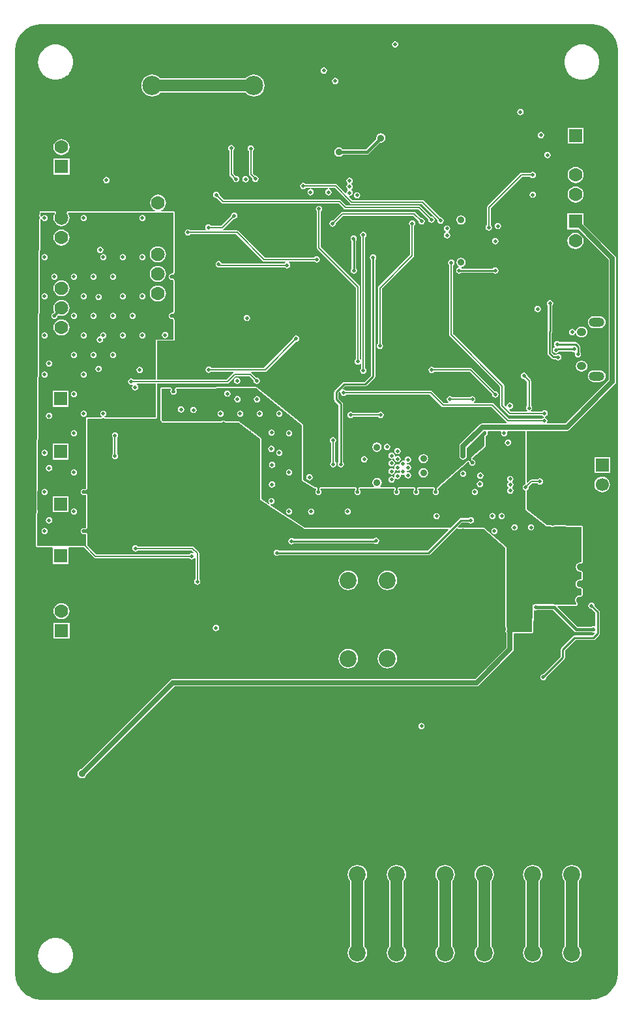
<source format=gbl>
G04*
G04 #@! TF.GenerationSoftware,Altium Limited,Altium Designer,19.1.5 (86)*
G04*
G04 Layer_Physical_Order=4*
G04 Layer_Color=16711680*
%FSLAX25Y25*%
%MOIN*%
G70*
G01*
G75*
%ADD10C,0.01000*%
%ADD14C,0.00800*%
%ADD15C,0.01500*%
%ADD157C,0.02500*%
%ADD162C,0.06000*%
%ADD167C,0.01575*%
%ADD168O,0.04724X0.04134*%
%ADD169O,0.07874X0.04724*%
%ADD170C,0.08661*%
%ADD171C,0.02000*%
%ADD172C,0.06969*%
%ADD173R,0.06969X0.06969*%
%ADD174C,0.06693*%
%ADD175R,0.06693X0.06693*%
%ADD176C,0.01968*%
%ADD177C,0.09843*%
%ADD178C,0.03500*%
G36*
X299032Y500274D02*
X300768Y499809D01*
X302428Y499122D01*
X303985Y498223D01*
X305410Y497129D01*
X306681Y495858D01*
X307775Y494433D01*
X308674Y492876D01*
X309361Y491216D01*
X309826Y489480D01*
X310061Y487699D01*
Y486800D01*
Y15800D01*
Y14901D01*
X309826Y13120D01*
X309361Y11384D01*
X308674Y9724D01*
X307775Y8167D01*
X306681Y6742D01*
X305410Y5471D01*
X303985Y4377D01*
X302428Y3478D01*
X300768Y2791D01*
X299032Y2326D01*
X297251Y2091D01*
X296352D01*
X296091Y2039D01*
X14602D01*
X12820Y2274D01*
X11084Y2739D01*
X9424Y3427D01*
X7867Y4325D01*
X6442Y5419D01*
X5171Y6690D01*
X4077Y8115D01*
X3179Y9672D01*
X2491Y11332D01*
X2026Y13068D01*
X1791Y14850D01*
Y15748D01*
X1839Y486800D01*
X1839Y486800D01*
X1839Y486800D01*
Y487699D01*
X2074Y489480D01*
X2539Y491216D01*
X3227Y492876D01*
X4125Y494433D01*
X5219Y495858D01*
X6490Y497129D01*
X7915Y498223D01*
X9472Y499122D01*
X11132Y499809D01*
X12868Y500274D01*
X14649Y500509D01*
X297251D01*
X299032Y500274D01*
D02*
G37*
%LPC*%
G36*
X196089Y491861D02*
X195465Y491737D01*
X194935Y491384D01*
X194582Y490854D01*
X194458Y490230D01*
X194582Y489606D01*
X194935Y489076D01*
X195465Y488723D01*
X196089Y488599D01*
X196713Y488723D01*
X197242Y489076D01*
X197596Y489606D01*
X197720Y490230D01*
X197596Y490854D01*
X197242Y491384D01*
X196713Y491737D01*
X196089Y491861D01*
D02*
G37*
G36*
X159720Y478446D02*
X159095Y478322D01*
X158566Y477969D01*
X158212Y477439D01*
X158088Y476815D01*
X158212Y476191D01*
X158566Y475661D01*
X159095Y475308D01*
X159720Y475184D01*
X160344Y475308D01*
X160873Y475661D01*
X161227Y476191D01*
X161351Y476815D01*
X161227Y477439D01*
X160873Y477969D01*
X160344Y478322D01*
X159720Y478446D01*
D02*
G37*
G36*
X123839Y474752D02*
X122397Y474563D01*
X121054Y474006D01*
X119901Y473121D01*
X119665Y472815D01*
X76004D01*
X75769Y473121D01*
X74615Y474006D01*
X73272Y474563D01*
X71831Y474752D01*
X70389Y474563D01*
X69046Y474006D01*
X67893Y473121D01*
X67008Y471968D01*
X66452Y470625D01*
X66262Y469183D01*
X66452Y467742D01*
X67008Y466399D01*
X67893Y465246D01*
X69046Y464361D01*
X70389Y463804D01*
X71831Y463615D01*
X73272Y463804D01*
X74615Y464361D01*
X75769Y465246D01*
X76004Y465552D01*
X119665D01*
X119901Y465246D01*
X121054Y464361D01*
X122397Y463804D01*
X123839Y463615D01*
X125280Y463804D01*
X126623Y464361D01*
X127776Y465246D01*
X128661Y466399D01*
X129218Y467742D01*
X129408Y469183D01*
X129218Y470625D01*
X128661Y471968D01*
X127776Y473121D01*
X126623Y474006D01*
X125280Y474563D01*
X123839Y474752D01*
D02*
G37*
G36*
X292279Y490129D02*
X290921D01*
X290724Y490090D01*
X290524D01*
X289193Y489825D01*
X289007Y489748D01*
X288810Y489709D01*
X287556Y489190D01*
X287389Y489078D01*
X287204Y489001D01*
X286075Y488247D01*
X285933Y488105D01*
X285766Y487993D01*
X284806Y487034D01*
X284695Y486867D01*
X284553Y486725D01*
X283799Y485596D01*
X283722Y485411D01*
X283610Y485244D01*
X283091Y483990D01*
X283052Y483793D01*
X282975Y483607D01*
X282710Y482276D01*
Y482076D01*
X282671Y481879D01*
Y480521D01*
X282710Y480324D01*
Y480124D01*
X282975Y478792D01*
X283052Y478607D01*
X283091Y478410D01*
X283610Y477156D01*
X283722Y476989D01*
X283799Y476804D01*
X284553Y475675D01*
X284695Y475533D01*
X284806Y475366D01*
X285766Y474406D01*
X285933Y474295D01*
X286075Y474153D01*
X287204Y473399D01*
X287389Y473322D01*
X287556Y473210D01*
X288810Y472691D01*
X289007Y472652D01*
X289193Y472575D01*
X290524Y472310D01*
X290724D01*
X290921Y472271D01*
X292279D01*
X292476Y472310D01*
X292676D01*
X294007Y472575D01*
X294193Y472652D01*
X294390Y472691D01*
X295644Y473210D01*
X295811Y473322D01*
X295996Y473399D01*
X297125Y474153D01*
X297267Y474295D01*
X297434Y474406D01*
X298394Y475366D01*
X298505Y475533D01*
X298647Y475675D01*
X299401Y476804D01*
X299478Y476989D01*
X299590Y477156D01*
X300109Y478410D01*
X300148Y478607D01*
X300225Y478792D01*
X300490Y480124D01*
Y480324D01*
X300529Y480521D01*
Y481879D01*
X300490Y482076D01*
Y482276D01*
X300225Y483607D01*
X300148Y483793D01*
X300109Y483990D01*
X299590Y485244D01*
X299478Y485411D01*
X299401Y485596D01*
X298647Y486725D01*
X298505Y486867D01*
X298394Y487034D01*
X297434Y487993D01*
X297267Y488105D01*
X297125Y488247D01*
X295996Y489001D01*
X295811Y489078D01*
X295644Y489190D01*
X294390Y489709D01*
X294193Y489748D01*
X294007Y489825D01*
X292676Y490090D01*
X292476D01*
X292279Y490129D01*
D02*
G37*
G36*
X23179D02*
X21821D01*
X21624Y490090D01*
X21424D01*
X20092Y489825D01*
X19907Y489748D01*
X19710Y489709D01*
X18456Y489190D01*
X18289Y489078D01*
X18104Y489001D01*
X16975Y488247D01*
X16833Y488105D01*
X16666Y487993D01*
X15707Y487034D01*
X15595Y486867D01*
X15453Y486725D01*
X14699Y485596D01*
X14622Y485411D01*
X14510Y485244D01*
X13991Y483990D01*
X13952Y483793D01*
X13875Y483607D01*
X13610Y482276D01*
Y482076D01*
X13571Y481879D01*
Y480521D01*
X13610Y480324D01*
Y480124D01*
X13875Y478792D01*
X13952Y478607D01*
X13991Y478410D01*
X14510Y477156D01*
X14622Y476989D01*
X14699Y476804D01*
X15453Y475675D01*
X15595Y475533D01*
X15707Y475366D01*
X16666Y474406D01*
X16833Y474295D01*
X16975Y474153D01*
X18104Y473399D01*
X18289Y473322D01*
X18456Y473210D01*
X19710Y472691D01*
X19907Y472652D01*
X20092Y472575D01*
X21424Y472310D01*
X21624D01*
X21821Y472271D01*
X23179D01*
X23376Y472310D01*
X23576D01*
X24907Y472575D01*
X25093Y472652D01*
X25290Y472691D01*
X26544Y473210D01*
X26711Y473322D01*
X26896Y473399D01*
X28025Y474153D01*
X28167Y474295D01*
X28334Y474406D01*
X29294Y475366D01*
X29405Y475533D01*
X29547Y475675D01*
X30301Y476804D01*
X30378Y476989D01*
X30490Y477156D01*
X31009Y478410D01*
X31048Y478607D01*
X31125Y478792D01*
X31390Y480124D01*
Y480324D01*
X31429Y480521D01*
Y481879D01*
X31390Y482076D01*
Y482276D01*
X31125Y483607D01*
X31048Y483793D01*
X31009Y483990D01*
X30490Y485244D01*
X30378Y485411D01*
X30301Y485596D01*
X29547Y486725D01*
X29405Y486867D01*
X29294Y487034D01*
X28334Y487993D01*
X28167Y488105D01*
X28025Y488247D01*
X26896Y489001D01*
X26711Y489078D01*
X26544Y489190D01*
X25290Y489709D01*
X25093Y489748D01*
X24907Y489825D01*
X23576Y490090D01*
X23376D01*
X23179Y490129D01*
D02*
G37*
G36*
X165498Y473140D02*
X164873Y473016D01*
X164344Y472662D01*
X163990Y472133D01*
X163866Y471509D01*
X163990Y470884D01*
X164344Y470355D01*
X164873Y470002D01*
X165498Y469877D01*
X166122Y470002D01*
X166651Y470355D01*
X167005Y470884D01*
X167129Y471509D01*
X167005Y472133D01*
X166651Y472662D01*
X166122Y473016D01*
X165498Y473140D01*
D02*
G37*
G36*
X260197Y457230D02*
X259573Y457106D01*
X259043Y456752D01*
X258690Y456223D01*
X258565Y455599D01*
X258690Y454975D01*
X259043Y454445D01*
X259573Y454092D01*
X260197Y453968D01*
X260821Y454092D01*
X261350Y454445D01*
X261704Y454975D01*
X261828Y455599D01*
X261704Y456223D01*
X261350Y456752D01*
X260821Y457106D01*
X260197Y457230D01*
D02*
G37*
G36*
X270632Y445431D02*
X270007Y445307D01*
X269478Y444953D01*
X269124Y444424D01*
X269000Y443800D01*
X269124Y443176D01*
X269478Y442647D01*
X270007Y442293D01*
X270632Y442169D01*
X271256Y442293D01*
X271785Y442647D01*
X272139Y443176D01*
X272263Y443800D01*
X272139Y444424D01*
X271785Y444953D01*
X271256Y445307D01*
X270632Y445431D01*
D02*
G37*
G36*
X188800Y444796D02*
X187883Y444614D01*
X187106Y444094D01*
X186586Y443317D01*
X186404Y442400D01*
X186478Y442025D01*
X181030Y436577D01*
X169307D01*
X169094Y436894D01*
X168317Y437414D01*
X167400Y437596D01*
X166483Y437414D01*
X165706Y436894D01*
X165186Y436117D01*
X165004Y435200D01*
X165186Y434283D01*
X165706Y433506D01*
X166483Y432986D01*
X167400Y432804D01*
X168317Y432986D01*
X169094Y433506D01*
X169307Y433823D01*
X181600D01*
X182127Y433928D01*
X182573Y434227D01*
X188425Y440078D01*
X188800Y440004D01*
X189717Y440186D01*
X190494Y440706D01*
X191014Y441483D01*
X191196Y442400D01*
X191014Y443317D01*
X190494Y444094D01*
X189717Y444614D01*
X188800Y444796D01*
D02*
G37*
G36*
X292484Y447584D02*
X284316D01*
Y439416D01*
X292484D01*
Y447584D01*
D02*
G37*
G36*
X25500Y441876D02*
X24434Y441736D01*
X23440Y441324D01*
X22587Y440670D01*
X21932Y439817D01*
X21521Y438823D01*
X21381Y437757D01*
X21521Y436691D01*
X21932Y435697D01*
X22587Y434844D01*
X23440Y434189D01*
X24434Y433778D01*
X25500Y433637D01*
X26566Y433778D01*
X27560Y434189D01*
X28413Y434844D01*
X29068Y435697D01*
X29479Y436691D01*
X29620Y437757D01*
X29479Y438823D01*
X29068Y439817D01*
X28413Y440670D01*
X27560Y441324D01*
X26566Y441736D01*
X25500Y441876D01*
D02*
G37*
G36*
X274000Y435331D02*
X273376Y435207D01*
X272847Y434854D01*
X272493Y434324D01*
X272369Y433700D01*
X272493Y433076D01*
X272847Y432547D01*
X273376Y432193D01*
X274000Y432069D01*
X274624Y432193D01*
X275153Y432547D01*
X275507Y433076D01*
X275631Y433700D01*
X275507Y434324D01*
X275153Y434854D01*
X274624Y435207D01*
X274000Y435331D01*
D02*
G37*
G36*
X29584Y431841D02*
X21416D01*
Y423672D01*
X29584D01*
Y431841D01*
D02*
G37*
G36*
X266469Y425131D02*
X265844Y425007D01*
X265315Y424653D01*
X265226Y424520D01*
X260600D01*
X260210Y424442D01*
X259879Y424221D01*
X243329Y407671D01*
X243108Y407340D01*
X243030Y406950D01*
Y397843D01*
X242897Y397754D01*
X242543Y397224D01*
X242419Y396600D01*
X242543Y395976D01*
X242897Y395446D01*
X243426Y395093D01*
X244050Y394969D01*
X244674Y395093D01*
X245203Y395446D01*
X245557Y395976D01*
X245681Y396600D01*
X245557Y397224D01*
X245203Y397754D01*
X245070Y397843D01*
Y406528D01*
X261022Y422480D01*
X265226D01*
X265315Y422346D01*
X265844Y421993D01*
X266469Y421869D01*
X267093Y421993D01*
X267622Y422346D01*
X267976Y422876D01*
X268100Y423500D01*
X267976Y424124D01*
X267622Y424653D01*
X267093Y425007D01*
X266469Y425131D01*
D02*
G37*
G36*
X122400Y438631D02*
X121776Y438507D01*
X121247Y438154D01*
X120893Y437624D01*
X120769Y437000D01*
X120893Y436376D01*
X121247Y435847D01*
X121380Y435757D01*
Y423800D01*
X121458Y423410D01*
X121679Y423079D01*
X123100Y421658D01*
X123069Y421500D01*
X123193Y420876D01*
X123547Y420346D01*
X124076Y419993D01*
X124700Y419869D01*
X125324Y419993D01*
X125854Y420346D01*
X126207Y420876D01*
X126331Y421500D01*
X126207Y422124D01*
X125854Y422653D01*
X125324Y423007D01*
X124700Y423131D01*
X124542Y423100D01*
X123420Y424222D01*
Y435757D01*
X123554Y435847D01*
X123907Y436376D01*
X124031Y437000D01*
X123907Y437624D01*
X123554Y438154D01*
X123024Y438507D01*
X122400Y438631D01*
D02*
G37*
G36*
X112300Y438831D02*
X111676Y438707D01*
X111146Y438353D01*
X110793Y437824D01*
X110669Y437200D01*
X110793Y436576D01*
X111146Y436047D01*
X111280Y435957D01*
Y423900D01*
X111358Y423510D01*
X111579Y423179D01*
X113200Y421558D01*
X113169Y421400D01*
X113293Y420776D01*
X113646Y420247D01*
X114176Y419893D01*
X114800Y419769D01*
X115424Y419893D01*
X115954Y420247D01*
X116307Y420776D01*
X116431Y421400D01*
X116307Y422024D01*
X115954Y422553D01*
X115424Y422907D01*
X114800Y423031D01*
X114642Y423000D01*
X113320Y424322D01*
Y435957D01*
X113453Y436047D01*
X113807Y436576D01*
X113931Y437200D01*
X113807Y437824D01*
X113453Y438353D01*
X112924Y438707D01*
X112300Y438831D01*
D02*
G37*
G36*
X119700Y422931D02*
X119076Y422807D01*
X118546Y422453D01*
X118193Y421924D01*
X118069Y421300D01*
X118193Y420676D01*
X118546Y420147D01*
X119076Y419793D01*
X119700Y419669D01*
X120324Y419793D01*
X120853Y420147D01*
X121207Y420676D01*
X121331Y421300D01*
X121207Y421924D01*
X120853Y422453D01*
X120324Y422807D01*
X119700Y422931D01*
D02*
G37*
G36*
X288400Y427620D02*
X287334Y427479D01*
X286340Y427068D01*
X285487Y426413D01*
X284832Y425560D01*
X284421Y424566D01*
X284280Y423500D01*
X284421Y422434D01*
X284832Y421440D01*
X285487Y420587D01*
X286340Y419932D01*
X287334Y419521D01*
X288400Y419381D01*
X289466Y419521D01*
X290460Y419932D01*
X291313Y420587D01*
X291968Y421440D01*
X292379Y422434D01*
X292519Y423500D01*
X292379Y424566D01*
X291968Y425560D01*
X291313Y426413D01*
X290460Y427068D01*
X289466Y427479D01*
X288400Y427620D01*
D02*
G37*
G36*
X48528Y422431D02*
X47904Y422307D01*
X47375Y421953D01*
X47021Y421424D01*
X46897Y420800D01*
X47021Y420176D01*
X47375Y419647D01*
X47904Y419293D01*
X48528Y419169D01*
X49153Y419293D01*
X49682Y419647D01*
X50036Y420176D01*
X50160Y420800D01*
X50036Y421424D01*
X49682Y421953D01*
X49153Y422307D01*
X48528Y422431D01*
D02*
G37*
G36*
X172800Y422131D02*
X172176Y422007D01*
X171646Y421654D01*
X171293Y421124D01*
X171169Y420500D01*
X171293Y419876D01*
X171646Y419347D01*
X171791Y419250D01*
Y418750D01*
X171646Y418653D01*
X171293Y418124D01*
X171169Y417500D01*
X171293Y416876D01*
X171646Y416347D01*
X171790Y416251D01*
Y415649D01*
X171646Y415554D01*
X171293Y415024D01*
X171182Y414468D01*
X170957Y414337D01*
X170687Y414256D01*
X166422Y418521D01*
X166092Y418742D01*
X165702Y418820D01*
X150343D01*
X150253Y418954D01*
X149724Y419307D01*
X149100Y419431D01*
X148476Y419307D01*
X147947Y418954D01*
X147593Y418424D01*
X147469Y417800D01*
X147593Y417176D01*
X147947Y416646D01*
X148476Y416293D01*
X149100Y416169D01*
X149724Y416293D01*
X150253Y416646D01*
X150343Y416780D01*
X152595D01*
X152644Y416280D01*
X152276Y416207D01*
X151746Y415854D01*
X151393Y415324D01*
X151269Y414700D01*
X151393Y414076D01*
X151746Y413547D01*
X152276Y413193D01*
X152900Y413069D01*
X153524Y413193D01*
X154053Y413547D01*
X154407Y414076D01*
X154531Y414700D01*
X154407Y415324D01*
X154053Y415854D01*
X153524Y416207D01*
X153156Y416280D01*
X153205Y416780D01*
X161695D01*
X161744Y416280D01*
X161376Y416207D01*
X160846Y415854D01*
X160493Y415324D01*
X160369Y414700D01*
X160493Y414076D01*
X160846Y413547D01*
X161376Y413193D01*
X162000Y413069D01*
X162624Y413193D01*
X163154Y413547D01*
X163507Y414076D01*
X163631Y414700D01*
X163507Y415324D01*
X163154Y415854D01*
X162624Y416207D01*
X162256Y416280D01*
X162305Y416780D01*
X165279D01*
X173181Y408879D01*
X173511Y408658D01*
X173902Y408580D01*
X209778D01*
X217833Y400525D01*
X217769Y400200D01*
X217893Y399576D01*
X218247Y399046D01*
X218776Y398693D01*
X219400Y398569D01*
X220024Y398693D01*
X220553Y399046D01*
X220907Y399576D01*
X221031Y400200D01*
X220907Y400824D01*
X220553Y401354D01*
X220024Y401707D01*
X219413Y401829D01*
X210921Y410321D01*
X210590Y410542D01*
X210200Y410620D01*
X174324D01*
X172656Y412288D01*
X172737Y412557D01*
X172868Y412782D01*
X173424Y412893D01*
X173953Y413246D01*
X174307Y413776D01*
X174431Y414400D01*
X174307Y415024D01*
X173953Y415554D01*
X173810Y415649D01*
Y416251D01*
X173953Y416347D01*
X174307Y416876D01*
X174431Y417500D01*
X174307Y418124D01*
X173953Y418653D01*
X173809Y418750D01*
Y419250D01*
X173953Y419347D01*
X174307Y419876D01*
X174431Y420500D01*
X174307Y421124D01*
X173953Y421654D01*
X173424Y422007D01*
X172800Y422131D01*
D02*
G37*
G36*
X266469Y415031D02*
X265844Y414907D01*
X265315Y414553D01*
X264961Y414024D01*
X264837Y413400D01*
X264961Y412776D01*
X265315Y412247D01*
X265844Y411893D01*
X266469Y411769D01*
X267093Y411893D01*
X267622Y412247D01*
X267976Y412776D01*
X268100Y413400D01*
X267976Y414024D01*
X267622Y414553D01*
X267093Y414907D01*
X266469Y415031D01*
D02*
G37*
G36*
X176700Y414731D02*
X176076Y414607D01*
X175547Y414254D01*
X175193Y413724D01*
X175069Y413100D01*
X175193Y412476D01*
X175547Y411946D01*
X176076Y411593D01*
X176700Y411469D01*
X177324Y411593D01*
X177854Y411946D01*
X178207Y412476D01*
X178331Y413100D01*
X178207Y413724D01*
X177854Y414254D01*
X177324Y414607D01*
X176700Y414731D01*
D02*
G37*
G36*
X288400Y417620D02*
X287334Y417479D01*
X286340Y417068D01*
X285487Y416413D01*
X284832Y415560D01*
X284421Y414566D01*
X284280Y413500D01*
X284421Y412434D01*
X284832Y411440D01*
X285487Y410587D01*
X286340Y409932D01*
X287334Y409521D01*
X288400Y409380D01*
X289466Y409521D01*
X290460Y409932D01*
X291313Y410587D01*
X291968Y411440D01*
X292379Y412434D01*
X292519Y413500D01*
X292379Y414566D01*
X291968Y415560D01*
X291313Y416413D01*
X290460Y417068D01*
X289466Y417479D01*
X288400Y417620D01*
D02*
G37*
G36*
X74900Y413419D02*
X73834Y413279D01*
X72840Y412868D01*
X71987Y412213D01*
X71332Y411360D01*
X70921Y410366D01*
X70780Y409300D01*
X70921Y408234D01*
X71332Y407240D01*
X71987Y406387D01*
X72840Y405732D01*
X73282Y405549D01*
X73182Y405049D01*
X28988Y405050D01*
X28888Y405008D01*
X28779Y405015D01*
X28667Y404916D01*
X28529Y404859D01*
X28487Y404759D01*
X28406Y404687D01*
X28184Y404239D01*
X28177Y404130D01*
X28123Y404036D01*
X28162Y403892D01*
X28152Y403743D01*
X28224Y403661D01*
X28252Y403556D01*
X28500Y403232D01*
X28846Y402397D01*
X28964Y401500D01*
X28846Y400603D01*
X28500Y399768D01*
X27950Y399050D01*
X27232Y398500D01*
X26397Y398154D01*
X25500Y398036D01*
X24603Y398154D01*
X23768Y398500D01*
X23050Y399050D01*
X22500Y399768D01*
X22154Y400603D01*
X22036Y401500D01*
X22154Y402397D01*
X22500Y403232D01*
X22748Y403556D01*
X22776Y403661D01*
X22848Y403743D01*
X22838Y403892D01*
X22877Y404036D01*
X22823Y404131D01*
X22816Y404239D01*
X22594Y404687D01*
X22513Y404759D01*
X22471Y404859D01*
X22333Y404916D01*
X22221Y405015D01*
X22112Y405008D01*
X22012Y405050D01*
X14907D01*
X14681Y404956D01*
X14453Y404864D01*
X14451Y404861D01*
X14448Y404859D01*
X14354Y404633D01*
X14258Y404407D01*
X14234Y402290D01*
X14306Y402112D01*
X14343Y401924D01*
X14381Y401898D01*
X14415Y401725D01*
X14408Y401523D01*
X14369Y401324D01*
X14305Y401116D01*
X14219Y400916D01*
X12799Y271885D01*
X12825Y271820D01*
X12811Y271751D01*
X12849Y271560D01*
X12804Y271332D01*
X12816Y271270D01*
X12792Y271212D01*
X12585Y252421D01*
X12657Y252242D01*
X12694Y252053D01*
X12776Y251931D01*
X12849Y251560D01*
X12776Y251189D01*
X12675Y251038D01*
X12639Y250856D01*
X12566Y250685D01*
X12384Y234163D01*
X12385Y234161D01*
X12384Y234160D01*
X12477Y233931D01*
X12569Y233702D01*
X12571Y233701D01*
X12572Y233699D01*
X12923Y233344D01*
X12925Y233343D01*
X12926Y233341D01*
X13154Y233247D01*
X13381Y233151D01*
X13383Y233152D01*
X13385Y233151D01*
X20632Y233151D01*
X21022Y232884D01*
X21022Y232651D01*
Y224716D01*
X29190D01*
Y232651D01*
X29580Y233151D01*
X36954Y233151D01*
X42125Y227979D01*
X42456Y227758D01*
X42846Y227680D01*
X90957D01*
X91047Y227547D01*
X91576Y227193D01*
X92200Y227069D01*
X92824Y227193D01*
X93353Y227547D01*
X93421Y227648D01*
X93921Y227496D01*
Y216849D01*
X93787Y216760D01*
X93434Y216231D01*
X93310Y215606D01*
X93434Y214982D01*
X93787Y214453D01*
X94317Y214099D01*
X94941Y213975D01*
X95565Y214099D01*
X96095Y214453D01*
X96448Y214982D01*
X96572Y215606D01*
X96448Y216231D01*
X96095Y216760D01*
X95960Y216849D01*
Y230159D01*
X95883Y230549D01*
X95662Y230880D01*
X93121Y233421D01*
X92790Y233642D01*
X92400Y233720D01*
X64643D01*
X64553Y233854D01*
X64024Y234207D01*
X63400Y234331D01*
X62776Y234207D01*
X62247Y233854D01*
X61893Y233324D01*
X61769Y232700D01*
X61893Y232076D01*
X62247Y231546D01*
X62776Y231193D01*
X63400Y231069D01*
X64024Y231193D01*
X64553Y231546D01*
X64643Y231680D01*
X91978D01*
X93019Y230640D01*
X92973Y230538D01*
X92724Y230227D01*
X92200Y230331D01*
X91576Y230207D01*
X91047Y229854D01*
X90957Y229720D01*
X43269D01*
X38749Y234239D01*
Y239849D01*
X38712Y239940D01*
X38721Y240038D01*
X38620Y240161D01*
X38559Y240308D01*
X38469Y240346D01*
X38406Y240422D01*
X37906Y240689D01*
X37808Y240699D01*
X37727Y240753D01*
X37570Y240722D01*
X37411Y240738D01*
X37345Y240683D01*
X36880Y240591D01*
X36509Y240664D01*
X36195Y240875D01*
X35985Y241189D01*
X35911Y241560D01*
X35985Y241931D01*
X36195Y242245D01*
X36509Y242455D01*
X36880Y242529D01*
X37345Y242437D01*
X37411Y242382D01*
X37570Y242397D01*
X37727Y242366D01*
X37808Y242421D01*
X37906Y242430D01*
X38406Y242698D01*
X38469Y242774D01*
X38559Y242811D01*
X38620Y242959D01*
X38721Y243082D01*
X38712Y243180D01*
X38749Y243270D01*
Y259849D01*
X38712Y259940D01*
X38721Y260038D01*
X38620Y260161D01*
X38559Y260308D01*
X38469Y260346D01*
X38406Y260422D01*
X37906Y260689D01*
X37808Y260699D01*
X37727Y260753D01*
X37570Y260722D01*
X37411Y260738D01*
X37345Y260683D01*
X36880Y260591D01*
X36509Y260664D01*
X36195Y260875D01*
X35985Y261189D01*
X35911Y261560D01*
X35985Y261931D01*
X36195Y262245D01*
X36509Y262455D01*
X36880Y262529D01*
X37345Y262437D01*
X37411Y262382D01*
X37570Y262397D01*
X37727Y262366D01*
X37808Y262421D01*
X37906Y262431D01*
X38406Y262698D01*
X38469Y262774D01*
X38559Y262811D01*
X38620Y262959D01*
X38721Y263082D01*
X38712Y263180D01*
X38749Y263270D01*
X38750Y296900D01*
X38749Y298597D01*
X39103Y298951D01*
X46102D01*
X46240Y299008D01*
X46389Y299017D01*
X46461Y299099D01*
X46561Y299141D01*
X46589Y299208D01*
X46764Y299279D01*
X46996D01*
X47171Y299208D01*
X47199Y299141D01*
X47300Y299099D01*
X47372Y299017D01*
X47521Y299008D01*
X47659Y298951D01*
X73700Y298951D01*
X74159Y299141D01*
X74349Y299600D01*
Y305088D01*
X74431Y305500D01*
X74349Y305912D01*
Y316880D01*
X110300D01*
X110690Y316958D01*
X111021Y317179D01*
X114422Y320580D01*
X121678D01*
X123801Y318458D01*
X123769Y318300D01*
X123894Y317676D01*
X124247Y317146D01*
X124776Y316793D01*
X125401Y316669D01*
X126025Y316793D01*
X126554Y317146D01*
X126908Y317676D01*
X127032Y318300D01*
X126908Y318924D01*
X126554Y319454D01*
X126025Y319807D01*
X125401Y319931D01*
X125243Y319900D01*
X122822Y322321D01*
X122571Y322488D01*
X122603Y322847D01*
X122654Y322988D01*
X129608D01*
X129998Y323066D01*
X130329Y323287D01*
X145342Y338300D01*
X145500Y338269D01*
X146124Y338393D01*
X146653Y338747D01*
X147007Y339276D01*
X147131Y339900D01*
X147007Y340524D01*
X146653Y341054D01*
X146124Y341407D01*
X145500Y341531D01*
X144876Y341407D01*
X144346Y341054D01*
X143993Y340524D01*
X143869Y339900D01*
X143900Y339742D01*
X129185Y325027D01*
X102043D01*
X101953Y325161D01*
X101424Y325515D01*
X100800Y325639D01*
X100176Y325515D01*
X99647Y325161D01*
X99293Y324632D01*
X99169Y324008D01*
X99293Y323384D01*
X99647Y322854D01*
X100176Y322501D01*
X100800Y322376D01*
X101424Y322501D01*
X101953Y322854D01*
X102043Y322988D01*
X113446D01*
X113498Y322847D01*
X113530Y322488D01*
X113279Y322321D01*
X109878Y318920D01*
X74349D01*
X74349Y338751D01*
X82700D01*
X83159Y338941D01*
X83349Y339400D01*
Y349628D01*
X83329Y349677D01*
X83342Y349728D01*
X83236Y349901D01*
X83159Y350087D01*
X83110Y350107D01*
X83082Y350152D01*
X82582Y350517D01*
X82569Y350520D01*
X82561Y350532D01*
X82329Y350578D01*
X82099Y350634D01*
X82087Y350626D01*
X82073Y350629D01*
X81880Y350591D01*
X81509Y350664D01*
X81195Y350874D01*
X80985Y351189D01*
X80911Y351560D01*
X80985Y351931D01*
X81195Y352245D01*
X81509Y352455D01*
X81880Y352529D01*
X82073Y352491D01*
X82087Y352493D01*
X82099Y352486D01*
X82329Y352541D01*
X82561Y352588D01*
X82569Y352599D01*
X82582Y352603D01*
X83082Y352967D01*
X83110Y353012D01*
X83159Y353033D01*
X83236Y353219D01*
X83342Y353391D01*
X83329Y353443D01*
X83349Y353492D01*
Y369628D01*
X83329Y369677D01*
X83342Y369728D01*
X83236Y369900D01*
X83159Y370087D01*
X83110Y370107D01*
X83082Y370152D01*
X82582Y370517D01*
X82569Y370520D01*
X82561Y370532D01*
X82329Y370578D01*
X82099Y370634D01*
X82087Y370626D01*
X82073Y370629D01*
X81880Y370591D01*
X81509Y370664D01*
X81195Y370875D01*
X80985Y371189D01*
X80911Y371560D01*
X80985Y371931D01*
X81195Y372245D01*
X81509Y372455D01*
X81880Y372529D01*
X82073Y372491D01*
X82087Y372493D01*
X82099Y372486D01*
X82329Y372541D01*
X82561Y372588D01*
X82569Y372599D01*
X82582Y372603D01*
X83082Y372967D01*
X83110Y373012D01*
X83159Y373033D01*
X83236Y373219D01*
X83342Y373391D01*
X83329Y373443D01*
X83349Y373492D01*
Y404400D01*
X83159Y404859D01*
X82700Y405049D01*
X76617D01*
X76518Y405549D01*
X76960Y405732D01*
X77813Y406387D01*
X78468Y407240D01*
X78879Y408234D01*
X79019Y409300D01*
X78879Y410366D01*
X78468Y411360D01*
X77813Y412213D01*
X76960Y412868D01*
X75966Y413279D01*
X74900Y413419D01*
D02*
G37*
G36*
X113809Y404231D02*
X113185Y404107D01*
X112655Y403754D01*
X112302Y403224D01*
X112178Y402600D01*
X112209Y402442D01*
X107387Y397620D01*
X101943D01*
X101854Y397754D01*
X101324Y398107D01*
X100700Y398231D01*
X100076Y398107D01*
X99546Y397754D01*
X99193Y397224D01*
X99069Y396600D01*
X99193Y395976D01*
X99431Y395620D01*
X99204Y395120D01*
X91343D01*
X91254Y395253D01*
X90724Y395607D01*
X90100Y395731D01*
X89476Y395607D01*
X88946Y395253D01*
X88593Y394724D01*
X88469Y394100D01*
X88593Y393476D01*
X88946Y392947D01*
X89476Y392593D01*
X90100Y392469D01*
X90724Y392593D01*
X91254Y392947D01*
X91343Y393080D01*
X114878D01*
X128379Y379579D01*
X128710Y379358D01*
X129100Y379280D01*
X139924D01*
X139979Y379200D01*
X139848Y378521D01*
X139746Y378453D01*
X139657Y378320D01*
X107434D01*
X107392Y378532D01*
X107039Y379061D01*
X106509Y379415D01*
X105885Y379539D01*
X105261Y379415D01*
X104732Y379061D01*
X104378Y378532D01*
X104254Y377908D01*
X104378Y377284D01*
X104732Y376754D01*
X105261Y376401D01*
X105885Y376276D01*
X106199Y376339D01*
X106493Y376280D01*
X139657D01*
X139746Y376147D01*
X140276Y375793D01*
X140900Y375669D01*
X141524Y375793D01*
X142053Y376147D01*
X142407Y376676D01*
X142531Y377300D01*
X142407Y377924D01*
X142053Y378453D01*
X141953Y378521D01*
X141822Y379200D01*
X141876Y379280D01*
X154757D01*
X154847Y379147D01*
X155376Y378793D01*
X156000Y378669D01*
X156624Y378793D01*
X157153Y379147D01*
X157507Y379676D01*
X157631Y380300D01*
X157507Y380924D01*
X157153Y381453D01*
X156624Y381807D01*
X156000Y381931D01*
X155376Y381807D01*
X154847Y381453D01*
X154757Y381320D01*
X129522D01*
X116021Y394821D01*
X115690Y395042D01*
X115300Y395120D01*
X108055D01*
X108006Y395620D01*
X108199Y395658D01*
X108530Y395879D01*
X113651Y401000D01*
X113809Y400969D01*
X114433Y401093D01*
X114962Y401446D01*
X115316Y401976D01*
X115440Y402600D01*
X115316Y403224D01*
X114962Y403754D01*
X114433Y404107D01*
X113809Y404231D01*
D02*
G37*
G36*
X104724Y414947D02*
X104100Y414823D01*
X103571Y414469D01*
X103217Y413940D01*
X103093Y413315D01*
X103217Y412691D01*
X103571Y412162D01*
X104100Y411808D01*
X104724Y411684D01*
X104882Y411716D01*
X107419Y409179D01*
X107749Y408958D01*
X108140Y408880D01*
X167278D01*
X169879Y406279D01*
X170210Y406058D01*
X170600Y405980D01*
X207878D01*
X213100Y400758D01*
X213069Y400600D01*
X213193Y399976D01*
X213546Y399447D01*
X214076Y399093D01*
X214700Y398969D01*
X215324Y399093D01*
X215854Y399447D01*
X216207Y399976D01*
X216331Y400600D01*
X216207Y401224D01*
X215854Y401754D01*
X215324Y402107D01*
X214700Y402231D01*
X214542Y402200D01*
X209021Y407721D01*
X208690Y407942D01*
X208300Y408020D01*
X171022D01*
X168421Y410621D01*
X168090Y410842D01*
X167700Y410920D01*
X108562D01*
X106324Y413157D01*
X106356Y413315D01*
X106231Y413940D01*
X105878Y414469D01*
X105349Y414823D01*
X104724Y414947D01*
D02*
G37*
G36*
X205900Y404620D02*
X169100D01*
X168710Y404542D01*
X168379Y404321D01*
X164358Y400300D01*
X164200Y400331D01*
X163576Y400207D01*
X163047Y399853D01*
X162693Y399324D01*
X162569Y398700D01*
X162693Y398076D01*
X163047Y397547D01*
X163576Y397193D01*
X164200Y397069D01*
X164824Y397193D01*
X165354Y397547D01*
X165707Y398076D01*
X165831Y398700D01*
X165800Y398858D01*
X169522Y402580D01*
X205478D01*
X208100Y399958D01*
X208069Y399800D01*
X208193Y399176D01*
X208546Y398646D01*
X209076Y398293D01*
X209700Y398169D01*
X210324Y398293D01*
X210854Y398646D01*
X211207Y399176D01*
X211331Y399800D01*
X211207Y400424D01*
X210854Y400953D01*
X210324Y401307D01*
X209700Y401431D01*
X209542Y401400D01*
X206621Y404321D01*
X206290Y404542D01*
X205900Y404620D01*
D02*
G37*
G36*
X229800Y402896D02*
X228883Y402714D01*
X228106Y402194D01*
X227586Y401417D01*
X227404Y400500D01*
X227586Y399583D01*
X228106Y398806D01*
X228883Y398286D01*
X229800Y398104D01*
X230717Y398286D01*
X231494Y398806D01*
X232014Y399583D01*
X232196Y400500D01*
X232014Y401417D01*
X231494Y402194D01*
X230717Y402714D01*
X229800Y402896D01*
D02*
G37*
G36*
X248708Y399005D02*
X248084Y398881D01*
X247555Y398527D01*
X247201Y397998D01*
X247077Y397374D01*
X247201Y396749D01*
X247555Y396220D01*
X248084Y395866D01*
X248708Y395742D01*
X249332Y395866D01*
X249862Y396220D01*
X250215Y396749D01*
X250340Y397374D01*
X250215Y397998D01*
X249862Y398527D01*
X249332Y398881D01*
X248708Y399005D01*
D02*
G37*
G36*
X222700Y397731D02*
X222076Y397607D01*
X221547Y397253D01*
X221193Y396724D01*
X221069Y396100D01*
X221193Y395476D01*
X221547Y394947D01*
X222048Y394611D01*
X222076Y394398D01*
Y394302D01*
X222048Y394089D01*
X221547Y393754D01*
X221193Y393224D01*
X221069Y392600D01*
X221193Y391976D01*
X221547Y391446D01*
X222076Y391093D01*
X222700Y390969D01*
X223324Y391093D01*
X223853Y391446D01*
X224207Y391976D01*
X224331Y392600D01*
X224207Y393224D01*
X223853Y393754D01*
X223352Y394089D01*
X223324Y394302D01*
Y394398D01*
X223352Y394611D01*
X223853Y394947D01*
X224207Y395476D01*
X224331Y396100D01*
X224207Y396724D01*
X223853Y397253D01*
X223324Y397607D01*
X222700Y397731D01*
D02*
G37*
G36*
X247400Y391331D02*
X246776Y391207D01*
X246247Y390854D01*
X245893Y390324D01*
X245769Y389700D01*
X245893Y389076D01*
X246247Y388546D01*
X246776Y388193D01*
X247400Y388069D01*
X248024Y388193D01*
X248553Y388546D01*
X248907Y389076D01*
X249031Y389700D01*
X248907Y390324D01*
X248553Y390854D01*
X248024Y391207D01*
X247400Y391331D01*
D02*
G37*
G36*
X288300Y393919D02*
X287234Y393779D01*
X286240Y393368D01*
X285387Y392713D01*
X284732Y391860D01*
X284321Y390866D01*
X284180Y389800D01*
X284321Y388734D01*
X284732Y387740D01*
X285387Y386887D01*
X286240Y386232D01*
X287234Y385821D01*
X288300Y385681D01*
X289366Y385821D01*
X290360Y386232D01*
X291213Y386887D01*
X291868Y387740D01*
X292279Y388734D01*
X292420Y389800D01*
X292279Y390866D01*
X291868Y391860D01*
X291213Y392713D01*
X290360Y393368D01*
X289366Y393779D01*
X288300Y393919D01*
D02*
G37*
G36*
X229800Y381196D02*
X228883Y381014D01*
X228106Y380494D01*
X227586Y379717D01*
X227404Y378800D01*
X227586Y377883D01*
X228106Y377106D01*
X228708Y376703D01*
X228603Y376172D01*
X228276Y376107D01*
X227747Y375753D01*
X227393Y375224D01*
X227269Y374600D01*
X227393Y373976D01*
X227747Y373446D01*
X228276Y373093D01*
X228900Y372969D01*
X229524Y373093D01*
X230053Y373446D01*
X230075Y373479D01*
X246225D01*
X246247Y373446D01*
X246776Y373093D01*
X247400Y372969D01*
X248024Y373093D01*
X248553Y373446D01*
X248907Y373976D01*
X249031Y374600D01*
X248907Y375224D01*
X248553Y375753D01*
X248024Y376107D01*
X247400Y376231D01*
X246776Y376107D01*
X246247Y375753D01*
X246225Y375722D01*
X230201D01*
X230166Y375743D01*
X229988Y375951D01*
X230165Y376477D01*
X230717Y376586D01*
X231494Y377106D01*
X232014Y377883D01*
X232196Y378800D01*
X232014Y379717D01*
X231494Y380494D01*
X230717Y381014D01*
X229800Y381196D01*
D02*
G37*
G36*
X174900Y392631D02*
X174276Y392507D01*
X173747Y392154D01*
X173393Y391624D01*
X173269Y391000D01*
X173393Y390376D01*
X173747Y389846D01*
X173828Y389792D01*
Y375727D01*
X173493Y375224D01*
X173369Y374600D01*
X173493Y373976D01*
X173846Y373446D01*
X174376Y373093D01*
X175000Y372969D01*
X175624Y373093D01*
X176154Y373446D01*
X176507Y373976D01*
X176631Y374600D01*
X176507Y375224D01*
X176154Y375753D01*
X176072Y375808D01*
Y389873D01*
X176407Y390376D01*
X176531Y391000D01*
X176407Y391624D01*
X176054Y392154D01*
X175524Y392507D01*
X174900Y392631D01*
D02*
G37*
G36*
X268985Y356639D02*
X268361Y356515D01*
X267831Y356161D01*
X267478Y355632D01*
X267354Y355008D01*
X267478Y354384D01*
X267831Y353854D01*
X268361Y353501D01*
X268985Y353377D01*
X269609Y353501D01*
X270139Y353854D01*
X270492Y354384D01*
X270616Y355008D01*
X270492Y355632D01*
X270139Y356161D01*
X269609Y356515D01*
X268985Y356639D01*
D02*
G37*
G36*
X120400Y352031D02*
X119776Y351907D01*
X119246Y351554D01*
X118893Y351024D01*
X118769Y350400D01*
X118893Y349776D01*
X119246Y349247D01*
X119776Y348893D01*
X120400Y348769D01*
X121024Y348893D01*
X121554Y349247D01*
X121907Y349776D01*
X122031Y350400D01*
X121907Y351024D01*
X121554Y351554D01*
X121024Y351907D01*
X120400Y352031D01*
D02*
G37*
G36*
X300760Y351275D02*
X297610D01*
X296837Y351173D01*
X296116Y350875D01*
X295498Y350400D01*
X295023Y349781D01*
X294724Y349061D01*
X294622Y348287D01*
X294724Y347514D01*
X295023Y346794D01*
X295498Y346175D01*
X296116Y345700D01*
X296837Y345402D01*
X297610Y345300D01*
X300760D01*
X301533Y345402D01*
X302254Y345700D01*
X302872Y346175D01*
X303347Y346794D01*
X303646Y347514D01*
X303748Y348287D01*
X303646Y349061D01*
X303347Y349781D01*
X302872Y350400D01*
X302254Y350875D01*
X301533Y351173D01*
X300760Y351275D01*
D02*
G37*
G36*
X291803Y345958D02*
X291213D01*
X290516Y345866D01*
X289868Y345597D01*
X289311Y345170D01*
X288883Y344613D01*
X288633Y344010D01*
X288596Y343996D01*
X288449Y343964D01*
X288110Y343963D01*
X287839Y344369D01*
X287309Y344722D01*
X286685Y344846D01*
X286061Y344722D01*
X285531Y344369D01*
X285178Y343839D01*
X285054Y343215D01*
X285178Y342591D01*
X285531Y342061D01*
X286061Y341708D01*
X286685Y341584D01*
X287309Y341708D01*
X287839Y342061D01*
X288127Y342492D01*
X288303Y342521D01*
X288486Y342509D01*
X288661Y342460D01*
X288883Y341923D01*
X289311Y341366D01*
X289868Y340938D01*
X290516Y340669D01*
X291213Y340578D01*
X291803D01*
X292499Y340669D01*
X293148Y340938D01*
X293705Y341366D01*
X294133Y341923D01*
X294401Y342571D01*
X294493Y343268D01*
X294401Y343964D01*
X294133Y344613D01*
X293705Y345170D01*
X293148Y345597D01*
X292499Y345866D01*
X291803Y345958D01*
D02*
G37*
G36*
X204800Y400331D02*
X204176Y400207D01*
X203646Y399853D01*
X203293Y399324D01*
X203169Y398700D01*
X203293Y398076D01*
X203646Y397547D01*
X203780Y397457D01*
Y382622D01*
X187579Y366421D01*
X187358Y366090D01*
X187280Y365700D01*
Y337343D01*
X187146Y337253D01*
X186793Y336724D01*
X186669Y336100D01*
X186793Y335476D01*
X187146Y334946D01*
X187676Y334593D01*
X188300Y334469D01*
X188924Y334593D01*
X189453Y334946D01*
X189807Y335476D01*
X189931Y336100D01*
X189807Y336724D01*
X189453Y337253D01*
X189320Y337343D01*
Y365278D01*
X205521Y381479D01*
X205742Y381810D01*
X205820Y382200D01*
Y397457D01*
X205954Y397547D01*
X206307Y398076D01*
X206431Y398700D01*
X206307Y399324D01*
X205954Y399853D01*
X205424Y400207D01*
X204800Y400331D01*
D02*
G37*
G36*
X278985Y338639D02*
X278361Y338515D01*
X277832Y338161D01*
X277478Y337632D01*
X277354Y337008D01*
X277478Y336384D01*
X277723Y336017D01*
X277747Y335692D01*
X277600Y335408D01*
X277232Y335161D01*
X276878Y334632D01*
X276754Y334008D01*
X276878Y333384D01*
X277232Y332854D01*
X277761Y332501D01*
X278385Y332377D01*
X279009Y332501D01*
X279539Y332854D01*
X279892Y333384D01*
X279893Y333386D01*
X286410D01*
X286432Y333354D01*
X286961Y333001D01*
X287585Y332876D01*
X287725Y332904D01*
X287903Y332716D01*
X288064Y332462D01*
X287954Y331908D01*
X288078Y331284D01*
X288432Y330754D01*
X288961Y330401D01*
X289585Y330276D01*
X290209Y330401D01*
X290739Y330754D01*
X291092Y331284D01*
X291216Y331908D01*
X291092Y332532D01*
X290807Y332960D01*
Y335608D01*
X290807Y335608D01*
X290721Y336037D01*
X290478Y336401D01*
X290478Y336401D01*
X289078Y337801D01*
X288714Y338044D01*
X288285Y338129D01*
X288285Y338129D01*
X280160D01*
X280139Y338161D01*
X279609Y338515D01*
X278985Y338639D01*
D02*
G37*
G36*
X275285Y359539D02*
X274661Y359415D01*
X274131Y359061D01*
X273778Y358532D01*
X273654Y357908D01*
X273778Y357284D01*
X274131Y356754D01*
X274164Y356733D01*
Y344073D01*
X274049Y343902D01*
X273963Y343473D01*
X273963Y343473D01*
Y332408D01*
X273963Y332408D01*
X274049Y331979D01*
X274292Y331615D01*
X276240Y329667D01*
X276604Y329424D01*
X277033Y329339D01*
X277033Y329339D01*
X278235D01*
X278379Y329123D01*
X278908Y328770D01*
X279533Y328645D01*
X280157Y328770D01*
X280686Y329123D01*
X281040Y329653D01*
X281164Y330277D01*
X281040Y330901D01*
X280686Y331430D01*
X280157Y331784D01*
X279533Y331908D01*
X278908Y331784D01*
X278606Y331582D01*
X277497D01*
X276207Y332872D01*
Y343072D01*
X276321Y343243D01*
X276407Y343673D01*
Y356733D01*
X276439Y356754D01*
X276792Y357284D01*
X276916Y357908D01*
X276792Y358532D01*
X276439Y359061D01*
X275909Y359415D01*
X275285Y359539D01*
D02*
G37*
G36*
X291803Y328438D02*
X291213D01*
X290516Y328346D01*
X289868Y328078D01*
X289311Y327650D01*
X288883Y327093D01*
X288614Y326444D01*
X288523Y325748D01*
X288614Y325052D01*
X288883Y324403D01*
X289311Y323846D01*
X289868Y323418D01*
X290516Y323150D01*
X291213Y323058D01*
X291803D01*
X292499Y323150D01*
X293148Y323418D01*
X293705Y323846D01*
X294133Y324403D01*
X294401Y325052D01*
X294493Y325748D01*
X294401Y326444D01*
X294133Y327093D01*
X293705Y327650D01*
X293148Y328078D01*
X292499Y328346D01*
X291803Y328438D01*
D02*
G37*
G36*
X157200Y407731D02*
X156576Y407607D01*
X156046Y407254D01*
X155693Y406724D01*
X155569Y406100D01*
X155693Y405476D01*
X156046Y404947D01*
X156180Y404857D01*
Y386200D01*
X156258Y385810D01*
X156479Y385479D01*
X175980Y365978D01*
Y329443D01*
X175847Y329353D01*
X175493Y328824D01*
X175369Y328200D01*
X175493Y327576D01*
X175847Y327046D01*
X176376Y326693D01*
X177000Y326569D01*
X177624Y326693D01*
X178154Y327046D01*
X178280Y327236D01*
X178780Y327085D01*
Y324743D01*
X178647Y324654D01*
X178293Y324124D01*
X178169Y323500D01*
X178293Y322876D01*
X178647Y322346D01*
X179176Y321993D01*
X179800Y321869D01*
X180424Y321993D01*
X180954Y322346D01*
X181307Y322876D01*
X181431Y323500D01*
X181307Y324124D01*
X180954Y324654D01*
X180820Y324743D01*
Y391657D01*
X180954Y391746D01*
X181307Y392276D01*
X181431Y392900D01*
X181307Y393524D01*
X180954Y394054D01*
X180424Y394407D01*
X179800Y394531D01*
X179176Y394407D01*
X178647Y394054D01*
X178293Y393524D01*
X178169Y392900D01*
X178293Y392276D01*
X178647Y391746D01*
X178780Y391657D01*
Y329519D01*
X178280Y329326D01*
X178020Y329547D01*
Y366400D01*
X177942Y366790D01*
X177721Y367121D01*
X158220Y386622D01*
Y404857D01*
X158353Y404947D01*
X158707Y405476D01*
X158831Y406100D01*
X158707Y406724D01*
X158353Y407254D01*
X157824Y407607D01*
X157200Y407731D01*
D02*
G37*
G36*
X300760Y323716D02*
X297610D01*
X296837Y323614D01*
X296116Y323316D01*
X295498Y322841D01*
X295023Y322222D01*
X294724Y321502D01*
X294622Y320728D01*
X294724Y319955D01*
X295023Y319234D01*
X295498Y318616D01*
X296116Y318141D01*
X296837Y317842D01*
X297610Y317741D01*
X300760D01*
X301533Y317842D01*
X302254Y318141D01*
X302872Y318616D01*
X303347Y319234D01*
X303646Y319955D01*
X303748Y320728D01*
X303646Y321502D01*
X303347Y322222D01*
X302872Y322841D01*
X302254Y323316D01*
X301533Y323614D01*
X300760Y323716D01*
D02*
G37*
G36*
X115401Y319931D02*
X114777Y319807D01*
X114247Y319454D01*
X113894Y318924D01*
X113769Y318300D01*
X113894Y317676D01*
X114247Y317146D01*
X114777Y316793D01*
X115401Y316669D01*
X116025Y316793D01*
X116554Y317146D01*
X116908Y317676D01*
X117032Y318300D01*
X116908Y318924D01*
X116554Y319454D01*
X116025Y319807D01*
X115401Y319931D01*
D02*
G37*
G36*
X214800Y325431D02*
X214176Y325307D01*
X213647Y324954D01*
X213293Y324424D01*
X213169Y323800D01*
X213293Y323176D01*
X213647Y322646D01*
X214176Y322293D01*
X214800Y322169D01*
X215424Y322293D01*
X215953Y322646D01*
X216043Y322780D01*
X234378D01*
X245700Y311458D01*
X245669Y311300D01*
X245793Y310676D01*
X246146Y310146D01*
X246676Y309793D01*
X247300Y309669D01*
X247924Y309793D01*
X248453Y310146D01*
X248807Y310676D01*
X248931Y311300D01*
X248807Y311924D01*
X248453Y312454D01*
X247924Y312807D01*
X247300Y312931D01*
X247142Y312900D01*
X235521Y324521D01*
X235190Y324742D01*
X234800Y324820D01*
X216043D01*
X215953Y324954D01*
X215424Y325307D01*
X214800Y325431D01*
D02*
G37*
G36*
X188700Y302431D02*
X188076Y302307D01*
X187547Y301954D01*
X187457Y301820D01*
X174543D01*
X174453Y301954D01*
X173924Y302307D01*
X173300Y302431D01*
X172676Y302307D01*
X172146Y301954D01*
X171793Y301424D01*
X171669Y300800D01*
X171793Y300176D01*
X172146Y299646D01*
X172676Y299293D01*
X173300Y299169D01*
X173924Y299293D01*
X174453Y299646D01*
X174543Y299780D01*
X187457D01*
X187547Y299646D01*
X188076Y299293D01*
X188700Y299169D01*
X189324Y299293D01*
X189854Y299646D01*
X190207Y300176D01*
X190331Y300800D01*
X190207Y301424D01*
X189854Y301954D01*
X189324Y302307D01*
X188700Y302431D01*
D02*
G37*
G36*
X292384Y403884D02*
X284216D01*
Y395716D01*
X289717D01*
X305299Y380134D01*
Y318566D01*
X283219Y296486D01*
X273981D01*
X273714Y296986D01*
X273907Y297276D01*
X274031Y297900D01*
X273907Y298524D01*
X273553Y299054D01*
X273024Y299407D01*
X272760Y299460D01*
X272605Y299491D01*
Y300000D01*
X272773Y300034D01*
X273109Y300101D01*
X273639Y300454D01*
X273992Y300984D01*
X274116Y301608D01*
X273992Y302232D01*
X273639Y302761D01*
X273109Y303115D01*
X272485Y303239D01*
X271861Y303115D01*
X271332Y302761D01*
X271242Y302627D01*
X265700D01*
X265549Y303128D01*
X265739Y303254D01*
X266092Y303784D01*
X266216Y304408D01*
X266092Y305032D01*
X265739Y305561D01*
X265605Y305651D01*
Y318315D01*
X265527Y318705D01*
X265306Y319036D01*
X263600Y320742D01*
X263631Y320900D01*
X263507Y321524D01*
X263154Y322054D01*
X262624Y322407D01*
X262000Y322531D01*
X261376Y322407D01*
X260846Y322054D01*
X260493Y321524D01*
X260369Y320900D01*
X260493Y320276D01*
X260846Y319746D01*
X261376Y319393D01*
X262000Y319269D01*
X262158Y319300D01*
X263565Y317893D01*
Y305651D01*
X263432Y305561D01*
X263078Y305032D01*
X262954Y304408D01*
X263078Y303784D01*
X263432Y303254D01*
X263621Y303128D01*
X263470Y302627D01*
X255207D01*
X254389Y303445D01*
X254636Y303906D01*
X254785Y303876D01*
X255409Y304001D01*
X255939Y304354D01*
X256292Y304884D01*
X256416Y305508D01*
X256292Y306132D01*
X255939Y306661D01*
X255409Y307015D01*
X254785Y307139D01*
X254161Y307015D01*
X253631Y306661D01*
X253278Y306132D01*
X253154Y305508D01*
X253183Y305359D01*
X252723Y305112D01*
X251920Y305915D01*
Y315700D01*
X251842Y316090D01*
X251621Y316421D01*
X225820Y342222D01*
Y377357D01*
X225954Y377447D01*
X226307Y377976D01*
X226431Y378600D01*
X226307Y379224D01*
X225954Y379753D01*
X225424Y380107D01*
X224800Y380231D01*
X224176Y380107D01*
X223646Y379753D01*
X223293Y379224D01*
X223169Y378600D01*
X223293Y377976D01*
X223646Y377447D01*
X223780Y377357D01*
Y341800D01*
X223858Y341410D01*
X224079Y341079D01*
X249880Y315278D01*
Y305493D01*
X249958Y305103D01*
X250179Y304772D01*
X254064Y300887D01*
X254395Y300666D01*
X254785Y300588D01*
X271242D01*
X271332Y300454D01*
X271861Y300101D01*
X272125Y300048D01*
X272280Y300017D01*
Y299507D01*
X272112Y299474D01*
X271776Y299407D01*
X271247Y299054D01*
X271157Y298920D01*
X254322D01*
X246621Y306621D01*
X246290Y306842D01*
X245900Y306920D01*
X236566D01*
X236414Y307420D01*
X236754Y307646D01*
X237107Y308176D01*
X237231Y308800D01*
X237107Y309424D01*
X236754Y309953D01*
X236224Y310307D01*
X235600Y310431D01*
X234976Y310307D01*
X234447Y309953D01*
X234357Y309820D01*
X225343D01*
X225254Y309953D01*
X224724Y310307D01*
X224100Y310431D01*
X223476Y310307D01*
X222947Y309953D01*
X222593Y309424D01*
X222469Y308800D01*
X222593Y308176D01*
X222947Y307646D01*
X223286Y307420D01*
X223134Y306920D01*
X221022D01*
X215021Y312921D01*
X214690Y313142D01*
X214300Y313220D01*
X171043D01*
X170954Y313353D01*
X170424Y313707D01*
X169800Y313831D01*
X169456Y313763D01*
X169210Y314224D01*
X170465Y315478D01*
X180800D01*
X180800Y315478D01*
X181229Y315564D01*
X181593Y315807D01*
X185593Y319807D01*
X185593Y319807D01*
X185836Y320171D01*
X185922Y320600D01*
Y380125D01*
X185953Y380147D01*
X186307Y380676D01*
X186431Y381300D01*
X186307Y381924D01*
X185953Y382453D01*
X185424Y382807D01*
X184800Y382931D01*
X184176Y382807D01*
X183647Y382453D01*
X183293Y381924D01*
X183169Y381300D01*
X183293Y380676D01*
X183647Y380147D01*
X183678Y380125D01*
Y321065D01*
X180335Y317722D01*
X170000D01*
X169571Y317636D01*
X169207Y317393D01*
X169207Y317393D01*
X165207Y313393D01*
X164964Y313029D01*
X164878Y312600D01*
X164878Y312600D01*
Y308800D01*
X164878Y308800D01*
X164964Y308371D01*
X165207Y308007D01*
X167178Y306035D01*
Y276875D01*
X167147Y276853D01*
X166793Y276324D01*
X166669Y275700D01*
X166793Y275076D01*
X167147Y274547D01*
X167676Y274193D01*
X168300Y274069D01*
X168924Y274193D01*
X169454Y274547D01*
X169807Y275076D01*
X169931Y275700D01*
X169807Y276324D01*
X169454Y276853D01*
X169422Y276875D01*
Y306500D01*
X169422Y306500D01*
X169336Y306929D01*
X169093Y307293D01*
X169093Y307293D01*
X167122Y309265D01*
Y312135D01*
X167776Y312790D01*
X168237Y312544D01*
X168169Y312200D01*
X168293Y311576D01*
X168647Y311047D01*
X169176Y310693D01*
X169800Y310569D01*
X170424Y310693D01*
X170954Y311047D01*
X171043Y311180D01*
X213878D01*
X219879Y305179D01*
X220210Y304958D01*
X220600Y304880D01*
X245478D01*
X253179Y297179D01*
X253205Y296568D01*
X253149Y296486D01*
X240700D01*
X239978Y296343D01*
X239366Y295934D01*
X229566Y286134D01*
X229157Y285522D01*
X229014Y284800D01*
Y279900D01*
X229157Y279178D01*
X229566Y278566D01*
X230178Y278157D01*
X230900Y278014D01*
X231622Y278157D01*
X232234Y278566D01*
X232643Y279178D01*
X232786Y279900D01*
Y284019D01*
X241481Y292714D01*
X242375D01*
X242419Y292683D01*
X242731Y292341D01*
X242762Y292184D01*
X242746Y292025D01*
X242760Y292008D01*
X242849Y291560D01*
X242776Y291189D01*
X242566Y290875D01*
X242144Y290593D01*
X242125Y290564D01*
X241956Y290494D01*
X241931Y290433D01*
X241876Y290396D01*
X241839Y290210D01*
X241766Y290035D01*
Y284900D01*
X235134Y279099D01*
X235112Y279054D01*
X235067Y279031D01*
X235004Y278836D01*
X234969Y278766D01*
X234968Y278765D01*
Y278764D01*
X234913Y278653D01*
X234930Y278606D01*
X234914Y278558D01*
X234922Y278466D01*
X234969Y278373D01*
X234969Y278268D01*
X235142Y277854D01*
X235189Y277807D01*
X235202Y277742D01*
X235360Y277637D01*
X235494Y277503D01*
X235560Y277503D01*
X235615Y277466D01*
X235971Y277395D01*
X236285Y277185D01*
X236495Y276871D01*
X236569Y276500D01*
X236495Y276129D01*
X236285Y275815D01*
X235971Y275605D01*
X235600Y275531D01*
X235229Y275605D01*
X234915Y275815D01*
X234705Y276129D01*
X234606Y276627D01*
X234597Y276640D01*
X234609Y276731D01*
X234542Y276818D01*
X234521Y276924D01*
X234397Y277007D01*
X234306Y277126D01*
X233849Y277390D01*
X233701Y277410D01*
X233567Y277476D01*
X233464Y277441D01*
X233356Y277455D01*
X233238Y277364D01*
X233097Y277317D01*
X217630Y263789D01*
X217621Y263769D01*
X217597Y263759D01*
X217536Y263612D01*
X217435Y263489D01*
X217283Y262988D01*
X217299Y262830D01*
X217267Y262673D01*
X217322Y262592D01*
X217332Y262494D01*
X217455Y262393D01*
X217544Y262260D01*
X217566Y262245D01*
X217776Y261931D01*
X217849Y261560D01*
X217776Y261189D01*
X217566Y260875D01*
X217251Y260664D01*
X216880Y260591D01*
X216509Y260664D01*
X216195Y260875D01*
X215985Y261189D01*
X215911Y261560D01*
X215985Y261931D01*
X216195Y262245D01*
X216217Y262260D01*
X216306Y262393D01*
X216429Y262494D01*
X216439Y262592D01*
X216493Y262673D01*
X216462Y262830D01*
X216478Y262988D01*
X216326Y263489D01*
X216225Y263612D01*
X216164Y263759D01*
X216073Y263797D01*
X216011Y263873D01*
X215852Y263888D01*
X215705Y263949D01*
X208056D01*
X207909Y263888D01*
X207750Y263873D01*
X207687Y263797D01*
X207597Y263759D01*
X207536Y263612D01*
X207435Y263489D01*
X207283Y262988D01*
X207298Y262830D01*
X207267Y262673D01*
X207322Y262592D01*
X207331Y262494D01*
X207455Y262393D01*
X207543Y262260D01*
X207566Y262245D01*
X207776Y261931D01*
X207850Y261560D01*
X207776Y261189D01*
X207566Y260875D01*
X207251Y260664D01*
X206880Y260591D01*
X206509Y260664D01*
X206195Y260875D01*
X205985Y261189D01*
X205911Y261560D01*
X205985Y261931D01*
X206195Y262245D01*
X206217Y262260D01*
X206306Y262393D01*
X206429Y262494D01*
X206439Y262592D01*
X206493Y262673D01*
X206462Y262830D01*
X206478Y262988D01*
X206326Y263489D01*
X206225Y263612D01*
X206164Y263759D01*
X206073Y263797D01*
X206011Y263873D01*
X205852Y263888D01*
X205705Y263949D01*
X198056D01*
X197909Y263888D01*
X197750Y263873D01*
X197687Y263797D01*
X197597Y263759D01*
X197536Y263612D01*
X197434Y263489D01*
X197283Y262988D01*
X197299Y262830D01*
X197267Y262673D01*
X197322Y262592D01*
X197332Y262494D01*
X197455Y262393D01*
X197544Y262260D01*
X197566Y262245D01*
X197776Y261931D01*
X197850Y261560D01*
X197776Y261189D01*
X197566Y260875D01*
X197251Y260664D01*
X196880Y260591D01*
X196509Y260664D01*
X196195Y260875D01*
X195985Y261189D01*
X195911Y261560D01*
X195985Y261931D01*
X196195Y262245D01*
X196217Y262260D01*
X196306Y262393D01*
X196429Y262494D01*
X196439Y262592D01*
X196493Y262673D01*
X196462Y262830D01*
X196478Y262988D01*
X196326Y263489D01*
X196225Y263612D01*
X196164Y263759D01*
X196073Y263797D01*
X196011Y263873D01*
X195852Y263888D01*
X195705Y263949D01*
X188662D01*
X188510Y264449D01*
X188594Y264506D01*
X189114Y265283D01*
X189296Y266200D01*
X189114Y267117D01*
X188594Y267894D01*
X187817Y268414D01*
X186900Y268596D01*
X185983Y268414D01*
X185206Y267894D01*
X184686Y267117D01*
X184504Y266200D01*
X184686Y265283D01*
X185206Y264506D01*
X185290Y264449D01*
X185138Y263949D01*
X178056D01*
X177909Y263888D01*
X177750Y263873D01*
X177688Y263797D01*
X177597Y263759D01*
X177536Y263612D01*
X177435Y263489D01*
X177283Y262988D01*
X177298Y262830D01*
X177267Y262673D01*
X177322Y262592D01*
X177331Y262494D01*
X177455Y262393D01*
X177543Y262260D01*
X177566Y262245D01*
X177776Y261931D01*
X177849Y261560D01*
X177776Y261189D01*
X177566Y260875D01*
X177251Y260664D01*
X176880Y260591D01*
X176509Y260664D01*
X176195Y260875D01*
X175985Y261189D01*
X175911Y261560D01*
X175985Y261931D01*
X176195Y262245D01*
X176217Y262260D01*
X176306Y262393D01*
X176429Y262494D01*
X176439Y262592D01*
X176493Y262673D01*
X176462Y262830D01*
X176478Y262988D01*
X176326Y263489D01*
X176225Y263612D01*
X176164Y263759D01*
X176073Y263797D01*
X176011Y263873D01*
X175852Y263888D01*
X175705Y263949D01*
X158056D01*
X157908Y263888D01*
X157750Y263873D01*
X157687Y263797D01*
X157597Y263759D01*
X157536Y263612D01*
X157434Y263489D01*
X157283Y262988D01*
X157298Y262830D01*
X157267Y262673D01*
X157322Y262592D01*
X157332Y262494D01*
X157455Y262393D01*
X157544Y262260D01*
X157566Y262245D01*
X157776Y261931D01*
X157850Y261560D01*
X157776Y261189D01*
X157566Y260875D01*
X157251Y260664D01*
X156880Y260591D01*
X156509Y260664D01*
X156195Y260875D01*
X155985Y261189D01*
X155911Y261560D01*
X155985Y261931D01*
X156195Y262245D01*
X156217Y262260D01*
X156306Y262393D01*
X156429Y262494D01*
X156439Y262592D01*
X156493Y262673D01*
X156462Y262830D01*
X156478Y262988D01*
X156326Y263489D01*
X156225Y263612D01*
X156164Y263759D01*
X156073Y263797D01*
X156011Y263873D01*
X155852Y263888D01*
X155705Y263949D01*
X155224D01*
X149178Y267519D01*
X149178Y295508D01*
X149164Y295543D01*
X149174Y295578D01*
X149070Y295768D01*
X148988Y295968D01*
X148953Y295982D01*
X148936Y296014D01*
X129790Y311426D01*
X129761Y311434D01*
X129744Y311460D01*
X129733Y311467D01*
X129728Y311476D01*
X125386Y314971D01*
X125177Y315032D01*
X124976Y315115D01*
X84287Y314932D01*
X84180Y314887D01*
X84065Y314892D01*
X83960Y314795D01*
X83828Y314740D01*
X83785Y314633D01*
X83700Y314554D01*
X83469Y314053D01*
X83466Y313974D01*
X83422Y313908D01*
X83457Y313734D01*
X83450Y313556D01*
X83503Y313498D01*
X83519Y313421D01*
X83680Y313179D01*
X83754Y312808D01*
X83680Y312437D01*
X83470Y312123D01*
X83156Y311912D01*
X82785Y311839D01*
X82414Y311912D01*
X82100Y312123D01*
X81890Y312437D01*
X81816Y312808D01*
X81890Y313179D01*
X82043Y313409D01*
X82060Y313494D01*
X82118Y313559D01*
X82107Y313729D01*
X82140Y313897D01*
X82092Y313968D01*
X82087Y314055D01*
X81844Y314554D01*
X81760Y314627D01*
X81717Y314730D01*
X81581Y314786D01*
X81472Y314883D01*
X81360Y314876D01*
X81257Y314918D01*
X76797Y314898D01*
X76569Y314803D01*
X76341Y314708D01*
X76340Y314707D01*
X76339Y314706D01*
X76245Y314477D01*
X76151Y314249D01*
X76151Y298168D01*
X76223Y297993D01*
X76260Y297808D01*
X76595Y297305D01*
X76631Y297282D01*
X76689Y297141D01*
X76751Y297115D01*
X76788Y297060D01*
X76974Y297023D01*
X77149Y296951D01*
X107181Y296951D01*
X107356Y297023D01*
X107542Y297060D01*
X107957Y297337D01*
X108328Y297411D01*
X108699Y297337D01*
X109115Y297060D01*
X109300Y297023D01*
X109475Y296951D01*
X115950D01*
X121751Y292619D01*
X121892Y292583D01*
X122013Y292503D01*
X122251Y292455D01*
X122566Y292245D01*
X122816Y291871D01*
X122909Y291808D01*
X122967Y291711D01*
X127051Y288663D01*
X127050Y257757D01*
X127077Y257693D01*
X127064Y257626D01*
X127169Y257471D01*
X127241Y257298D01*
X127304Y257271D01*
X127343Y257214D01*
X130974Y254826D01*
X131079Y254806D01*
X131221Y254765D01*
X131333Y254719D01*
X131599Y254548D01*
X131734Y254414D01*
X131841Y254256D01*
X149313Y242763D01*
X149497Y242728D01*
X149670Y242656D01*
X223151Y242662D01*
X223343Y242200D01*
X212665Y231522D01*
X136775D01*
X136753Y231554D01*
X136224Y231907D01*
X135600Y232031D01*
X134976Y231907D01*
X134447Y231554D01*
X134093Y231024D01*
X133969Y230400D01*
X134093Y229776D01*
X134447Y229246D01*
X134976Y228893D01*
X135600Y228769D01*
X136224Y228893D01*
X136753Y229246D01*
X136775Y229278D01*
X213129D01*
X213129Y229278D01*
X213558Y229364D01*
X213922Y229607D01*
X227309Y242994D01*
X227821Y242852D01*
X227940Y242803D01*
X228031Y242711D01*
X228161D01*
X228280Y242662D01*
X230429Y242662D01*
X230491Y242688D01*
X230556Y242675D01*
X230853Y242734D01*
X231149Y242675D01*
X231215Y242688D01*
X231276Y242662D01*
X241287Y242663D01*
X252551Y233071D01*
X252551Y192465D01*
X252623Y192290D01*
X252660Y192104D01*
X252776Y191931D01*
X252850Y191560D01*
X252776Y191189D01*
X252660Y191016D01*
X252623Y190830D01*
X252551Y190655D01*
Y190000D01*
X252646Y189770D01*
X252740Y189541D01*
X252741Y189541D01*
X252741Y189541D01*
X252969Y189446D01*
X253014Y189428D01*
Y181881D01*
X237019Y165886D01*
X82500D01*
X81778Y165743D01*
X81166Y165334D01*
X35786Y119954D01*
X35083Y119814D01*
X34306Y119294D01*
X33786Y118517D01*
X33604Y117600D01*
X33786Y116683D01*
X34306Y115906D01*
X35083Y115386D01*
X36000Y115204D01*
X36917Y115386D01*
X37694Y115906D01*
X38214Y116683D01*
X38304Y117136D01*
X83281Y162114D01*
X237800D01*
X238522Y162257D01*
X239134Y162666D01*
X256234Y179766D01*
X256643Y180378D01*
X256786Y181100D01*
Y188992D01*
X257140Y189345D01*
X266210Y189332D01*
X266436Y189426D01*
X266665Y189517D01*
X266666Y189521D01*
X266669Y189522D01*
X266763Y189748D01*
X266860Y189974D01*
X266988Y200931D01*
X267402Y201202D01*
X267492Y201190D01*
X268100Y201069D01*
X268724Y201193D01*
X268920Y201324D01*
X276685D01*
X287682Y190327D01*
X287682Y190327D01*
X288128Y190028D01*
X288655Y189924D01*
X296580D01*
X296776Y189793D01*
X297400Y189669D01*
X297993Y189787D01*
X298024Y189765D01*
X298202Y189288D01*
X297035Y188122D01*
X287900D01*
X287471Y188036D01*
X287107Y187793D01*
X287107Y187793D01*
X281007Y181693D01*
X280764Y181329D01*
X280678Y180900D01*
X280679Y180900D01*
Y177265D01*
X271938Y168524D01*
X271900Y168531D01*
X271276Y168407D01*
X270746Y168053D01*
X270393Y167524D01*
X270269Y166900D01*
X270393Y166276D01*
X270746Y165746D01*
X271276Y165393D01*
X271900Y165269D01*
X272524Y165393D01*
X273054Y165746D01*
X273407Y166276D01*
X273531Y166900D01*
X273524Y166938D01*
X282593Y176007D01*
X282593Y176007D01*
X282836Y176371D01*
X282922Y176800D01*
Y180435D01*
X288365Y185878D01*
X297500D01*
X297500Y185878D01*
X297929Y185964D01*
X298293Y186207D01*
X300493Y188407D01*
X300736Y188771D01*
X300822Y189200D01*
X300821Y189200D01*
Y200200D01*
X300736Y200629D01*
X300493Y200993D01*
X300493Y200993D01*
X298124Y203362D01*
X298131Y203400D01*
X298007Y204024D01*
X297654Y204554D01*
X297124Y204907D01*
X296500Y205031D01*
X295876Y204907D01*
X295346Y204554D01*
X294993Y204024D01*
X294869Y203400D01*
X294993Y202776D01*
X295346Y202246D01*
X295876Y201893D01*
X296500Y201769D01*
X296538Y201776D01*
X298579Y199735D01*
Y193038D01*
X298078Y192771D01*
X298024Y192807D01*
X297400Y192931D01*
X296776Y192807D01*
X296580Y192676D01*
X289225D01*
X279061Y202840D01*
X279252Y203303D01*
X288696Y203329D01*
X288843Y203391D01*
X289001Y203406D01*
X289064Y203483D01*
X289155Y203521D01*
X289215Y203668D01*
X289316Y203791D01*
X289467Y204292D01*
X289452Y204450D01*
X289483Y204606D01*
X289428Y204688D01*
X289418Y204786D01*
X289351Y204841D01*
X289346Y204867D01*
X288898Y205537D01*
X288766Y206200D01*
X288898Y206863D01*
X289274Y207426D01*
X289837Y207802D01*
X290500Y207934D01*
X290798Y207875D01*
X290831Y207881D01*
X290860Y207865D01*
X291070Y207929D01*
X291285Y207972D01*
X291304Y207999D01*
X291336Y208009D01*
X291837Y208419D01*
X291853Y208449D01*
X291884Y208462D01*
X291968Y208664D01*
X292072Y208858D01*
X292062Y208890D01*
X292075Y208921D01*
X292080Y211854D01*
X292067Y211885D01*
X292077Y211918D01*
X291974Y212111D01*
X291890Y212313D01*
X291859Y212326D01*
X291843Y212356D01*
X291457Y212674D01*
X291424Y212684D01*
X291405Y212712D01*
X291190Y212755D01*
X290981Y212819D01*
X290951Y212803D01*
X290917Y212809D01*
X290700Y212766D01*
X290037Y212898D01*
X289474Y213274D01*
X289098Y213837D01*
X288966Y214500D01*
X289098Y215163D01*
X289474Y215726D01*
X290037Y216102D01*
X290700Y216234D01*
X290926Y216189D01*
X290959Y216196D01*
X290988Y216180D01*
X291198Y216243D01*
X291413Y216286D01*
X291432Y216314D01*
X291464Y216323D01*
X291851Y216640D01*
X291867Y216670D01*
X291898Y216683D01*
X291982Y216885D01*
X292086Y217079D01*
X292076Y217111D01*
X292089Y217142D01*
X292094Y220417D01*
X292081Y220448D01*
X292091Y220481D01*
X291988Y220674D01*
X291905Y220876D01*
X291873Y220889D01*
X291857Y220920D01*
X291471Y221237D01*
X291438Y221247D01*
X291419Y221275D01*
X291205Y221318D01*
X290996Y221382D01*
X290965Y221366D01*
X290932Y221373D01*
X290900Y221366D01*
X290236Y221498D01*
X289674Y221874D01*
X289298Y222436D01*
X289166Y223100D01*
X289298Y223763D01*
X289674Y224326D01*
X290236Y224702D01*
X290900Y224834D01*
X290940Y224826D01*
X290973Y224832D01*
X291003Y224816D01*
X291213Y224880D01*
X291428Y224923D01*
X291447Y224951D01*
X291479Y224960D01*
X291865Y225277D01*
X291881Y225307D01*
X291912Y225320D01*
X291997Y225522D01*
X292100Y225715D01*
X292091Y225748D01*
X292103Y225779D01*
X292106Y227399D01*
X292105Y227401D01*
X292106Y227403D01*
X292034Y243647D01*
X291940Y243871D01*
X291851Y244097D01*
X291845Y244099D01*
X291842Y244106D01*
X291617Y244198D01*
X291394Y244294D01*
X290457Y244307D01*
X290391Y244281D01*
X290321Y244295D01*
X290000Y244231D01*
X289610Y244308D01*
X289549Y244296D01*
X289492Y244321D01*
X277561Y244491D01*
X277381Y244420D01*
X277191Y244382D01*
X276986Y244245D01*
X276615Y244171D01*
X276244Y244245D01*
X275998Y244409D01*
X275816Y244446D01*
X275646Y244519D01*
X273727Y244546D01*
X263386Y252617D01*
Y262284D01*
X263428Y262363D01*
X263509Y262379D01*
X264039Y262732D01*
X264392Y263262D01*
X264516Y263886D01*
X264485Y264044D01*
X266207Y265766D01*
X268942D01*
X269032Y265632D01*
X269561Y265279D01*
X270185Y265155D01*
X270809Y265279D01*
X271339Y265632D01*
X271692Y266161D01*
X271816Y266786D01*
X271692Y267410D01*
X271339Y267939D01*
X270809Y268293D01*
X270185Y268417D01*
X269561Y268293D01*
X269032Y267939D01*
X268942Y267805D01*
X265785D01*
X265395Y267728D01*
X265064Y267507D01*
X263848Y266291D01*
X263386Y266482D01*
Y292714D01*
X284000D01*
X284722Y292857D01*
X285334Y293266D01*
X308519Y316451D01*
X308928Y317063D01*
X309071Y317785D01*
Y380915D01*
X308928Y381637D01*
X308519Y382249D01*
X292384Y398383D01*
Y403884D01*
D02*
G37*
G36*
X192000Y286131D02*
X191376Y286007D01*
X190847Y285653D01*
X190493Y285124D01*
X190369Y284500D01*
X190493Y283876D01*
X190847Y283347D01*
X191376Y282993D01*
X192000Y282869D01*
X192624Y282993D01*
X193154Y283347D01*
X193507Y283876D01*
X193631Y284500D01*
X193507Y285124D01*
X193154Y285653D01*
X192624Y286007D01*
X192000Y286131D01*
D02*
G37*
G36*
X186800Y286796D02*
X185883Y286614D01*
X185106Y286094D01*
X184586Y285317D01*
X184404Y284400D01*
X184586Y283483D01*
X185106Y282706D01*
X185883Y282186D01*
X186800Y282004D01*
X187717Y282186D01*
X188494Y282706D01*
X189014Y283483D01*
X189196Y284400D01*
X189014Y285317D01*
X188494Y286094D01*
X187717Y286614D01*
X186800Y286796D01*
D02*
G37*
G36*
X197300Y284031D02*
X196676Y283907D01*
X196147Y283554D01*
X195793Y283024D01*
X195669Y282400D01*
X195793Y281776D01*
X196147Y281246D01*
X196676Y280893D01*
X197300Y280769D01*
X197924Y280893D01*
X198453Y281246D01*
X198807Y281776D01*
X198931Y282400D01*
X198807Y283024D01*
X198453Y283554D01*
X197924Y283907D01*
X197300Y284031D01*
D02*
G37*
G36*
X52900Y292031D02*
X52276Y291907D01*
X51746Y291553D01*
X51393Y291024D01*
X51269Y290400D01*
X51393Y289776D01*
X51746Y289247D01*
X51880Y289157D01*
Y281043D01*
X51746Y280954D01*
X51393Y280424D01*
X51269Y279800D01*
X51393Y279176D01*
X51746Y278646D01*
X52276Y278293D01*
X52900Y278169D01*
X53524Y278293D01*
X54053Y278646D01*
X54407Y279176D01*
X54531Y279800D01*
X54407Y280424D01*
X54053Y280954D01*
X53920Y281043D01*
Y289157D01*
X54053Y289247D01*
X54407Y289776D01*
X54531Y290400D01*
X54407Y291024D01*
X54053Y291553D01*
X53524Y291907D01*
X52900Y292031D01*
D02*
G37*
G36*
X202700Y279631D02*
X202076Y279507D01*
X201547Y279153D01*
X201193Y278624D01*
X201069Y278000D01*
X201104Y277821D01*
X201022Y277699D01*
X200671Y277438D01*
X200200Y277531D01*
X199576Y277407D01*
X199047Y277053D01*
X198693Y276524D01*
X198569Y275900D01*
X198604Y275721D01*
X198154Y275420D01*
X198024Y275507D01*
X197400Y275631D01*
X196776Y275507D01*
X196247Y275153D01*
X195893Y274624D01*
X195769Y274000D01*
X195864Y273520D01*
X195431Y273235D01*
X195024Y273507D01*
X194400Y273631D01*
X193776Y273507D01*
X193246Y273153D01*
X192893Y272624D01*
X192769Y272000D01*
X192893Y271376D01*
X193246Y270847D01*
X193776Y270493D01*
X194400Y270369D01*
X195024Y270493D01*
X195554Y270847D01*
X195907Y271376D01*
X196031Y272000D01*
X195936Y272480D01*
X196369Y272765D01*
X196776Y272493D01*
X197400Y272369D01*
X198024Y272493D01*
X198200Y272610D01*
X198650Y272310D01*
X198569Y271900D01*
X198673Y271375D01*
X198428Y271132D01*
X198268Y271044D01*
X198024Y271207D01*
X197400Y271331D01*
X196776Y271207D01*
X196247Y270853D01*
X195893Y270324D01*
X195769Y269700D01*
X195861Y269237D01*
X195602Y269057D01*
X195400Y268989D01*
X194924Y269307D01*
X194300Y269431D01*
X193676Y269307D01*
X193147Y268953D01*
X192793Y268424D01*
X192669Y267800D01*
X192793Y267176D01*
X193147Y266647D01*
X193676Y266293D01*
X194300Y266169D01*
X194924Y266293D01*
X195454Y266647D01*
X195807Y267176D01*
X195931Y267800D01*
X195839Y268263D01*
X196098Y268443D01*
X196300Y268511D01*
X196776Y268193D01*
X197400Y268069D01*
X198024Y268193D01*
X198554Y268547D01*
X198907Y269076D01*
X199031Y269700D01*
X198927Y270225D01*
X199172Y270468D01*
X199332Y270556D01*
X199576Y270393D01*
X200200Y270269D01*
X200629Y270354D01*
X201068Y270001D01*
X201069Y270000D01*
X201193Y269376D01*
X201547Y268847D01*
X202076Y268493D01*
X202700Y268369D01*
X203324Y268493D01*
X203854Y268847D01*
X204207Y269376D01*
X204331Y270000D01*
X204207Y270624D01*
X203854Y271153D01*
X203324Y271507D01*
X202700Y271631D01*
X202435Y271579D01*
X202018Y271932D01*
X202024Y272044D01*
X202496Y272409D01*
X202700Y272369D01*
X203324Y272493D01*
X203854Y272847D01*
X204207Y273376D01*
X204331Y274000D01*
X204207Y274624D01*
X203854Y275153D01*
X203324Y275507D01*
X202700Y275631D01*
X202435Y275579D01*
X202018Y275932D01*
X202024Y276044D01*
X202496Y276409D01*
X202700Y276369D01*
X203324Y276493D01*
X203854Y276847D01*
X204207Y277376D01*
X204331Y278000D01*
X204207Y278624D01*
X203854Y279153D01*
X203324Y279507D01*
X202700Y279631D01*
D02*
G37*
G36*
X194300Y281631D02*
X193676Y281507D01*
X193147Y281153D01*
X192793Y280624D01*
X192669Y280000D01*
X192793Y279376D01*
X193147Y278847D01*
X193676Y278493D01*
X194300Y278369D01*
X194924Y278493D01*
X195216Y278688D01*
X195669Y278400D01*
X195793Y277776D01*
X196147Y277246D01*
X196676Y276893D01*
X197300Y276769D01*
X197924Y276893D01*
X198453Y277246D01*
X198807Y277776D01*
X198931Y278400D01*
X198807Y279024D01*
X198453Y279554D01*
X197924Y279907D01*
X197300Y280031D01*
X196676Y279907D01*
X196384Y279712D01*
X195931Y280000D01*
X195807Y280624D01*
X195454Y281153D01*
X194924Y281507D01*
X194300Y281631D01*
D02*
G37*
G36*
X180398Y279749D02*
X179773Y279625D01*
X179244Y279272D01*
X178891Y278742D01*
X178766Y278118D01*
X178891Y277494D01*
X179244Y276965D01*
X179773Y276611D01*
X180398Y276487D01*
X181022Y276611D01*
X181551Y276965D01*
X181905Y277494D01*
X182029Y278118D01*
X181905Y278742D01*
X181551Y279272D01*
X181022Y279625D01*
X180398Y279749D01*
D02*
G37*
G36*
X210600Y280896D02*
X209683Y280714D01*
X208906Y280194D01*
X208386Y279417D01*
X208204Y278500D01*
X208386Y277583D01*
X208906Y276806D01*
X209683Y276286D01*
X210600Y276104D01*
X211517Y276286D01*
X212294Y276806D01*
X212814Y277583D01*
X212996Y278500D01*
X212814Y279417D01*
X212294Y280194D01*
X211517Y280714D01*
X210600Y280896D01*
D02*
G37*
G36*
X194300Y277831D02*
X193676Y277707D01*
X193147Y277354D01*
X192793Y276824D01*
X192669Y276200D01*
X192793Y275576D01*
X193147Y275046D01*
X193676Y274693D01*
X194300Y274569D01*
X194924Y274693D01*
X195454Y275046D01*
X195807Y275576D01*
X195931Y276200D01*
X195807Y276824D01*
X195454Y277354D01*
X194924Y277707D01*
X194300Y277831D01*
D02*
G37*
G36*
X164400Y289431D02*
X163776Y289307D01*
X163247Y288953D01*
X162893Y288424D01*
X162769Y287800D01*
X162893Y287176D01*
X163247Y286647D01*
X163480Y286490D01*
Y276943D01*
X163347Y276853D01*
X162993Y276324D01*
X162869Y275700D01*
X162993Y275076D01*
X163347Y274547D01*
X163876Y274193D01*
X164500Y274069D01*
X165124Y274193D01*
X165654Y274547D01*
X166007Y275076D01*
X166131Y275700D01*
X166007Y276324D01*
X165654Y276853D01*
X165520Y276943D01*
Y286624D01*
X165553Y286647D01*
X165907Y287176D01*
X166031Y287800D01*
X165907Y288424D01*
X165553Y288953D01*
X165024Y289307D01*
X164400Y289431D01*
D02*
G37*
G36*
X305946Y279246D02*
X298054D01*
Y271354D01*
X305946D01*
Y279246D01*
D02*
G37*
G36*
X210600Y273596D02*
X209683Y273414D01*
X208906Y272894D01*
X208386Y272117D01*
X208204Y271200D01*
X208386Y270283D01*
X208906Y269506D01*
X209683Y268986D01*
X210600Y268804D01*
X211517Y268986D01*
X212294Y269506D01*
X212814Y270283D01*
X212996Y271200D01*
X212814Y272117D01*
X212294Y272894D01*
X211517Y273414D01*
X210600Y273596D01*
D02*
G37*
G36*
X152288Y270615D02*
X151664Y270491D01*
X151135Y270137D01*
X150781Y269608D01*
X150657Y268983D01*
X150781Y268359D01*
X151135Y267830D01*
X151664Y267476D01*
X152288Y267352D01*
X152913Y267476D01*
X153442Y267830D01*
X153796Y268359D01*
X153920Y268983D01*
X153796Y269608D01*
X153442Y270137D01*
X152913Y270491D01*
X152288Y270615D01*
D02*
G37*
G36*
X302000Y269281D02*
X300970Y269145D01*
X300010Y268747D01*
X299185Y268115D01*
X298553Y267290D01*
X298155Y266330D01*
X298020Y265300D01*
X298155Y264270D01*
X298553Y263310D01*
X299185Y262485D01*
X300010Y261853D01*
X300970Y261455D01*
X302000Y261319D01*
X303030Y261455D01*
X303990Y261853D01*
X304815Y262485D01*
X305447Y263310D01*
X305845Y264270D01*
X305980Y265300D01*
X305845Y266330D01*
X305447Y267290D01*
X304815Y268115D01*
X303990Y268747D01*
X303030Y269145D01*
X302000Y269281D01*
D02*
G37*
G36*
X186300Y238131D02*
X185676Y238007D01*
X185146Y237653D01*
X184992Y237421D01*
X144275D01*
X144254Y237454D01*
X143724Y237807D01*
X143100Y237931D01*
X142476Y237807D01*
X141946Y237454D01*
X141593Y236924D01*
X141469Y236300D01*
X141593Y235676D01*
X141946Y235146D01*
X142476Y234793D01*
X143100Y234669D01*
X143724Y234793D01*
X144254Y235146D01*
X144275Y235178D01*
X185398D01*
X185676Y234993D01*
X186300Y234869D01*
X186924Y234993D01*
X187453Y235347D01*
X187807Y235876D01*
X187931Y236500D01*
X187807Y237124D01*
X187453Y237653D01*
X186924Y238007D01*
X186300Y238131D01*
D02*
G37*
G36*
X192193Y221329D02*
X190906Y221160D01*
X189706Y220663D01*
X188676Y219873D01*
X187886Y218843D01*
X187389Y217643D01*
X187220Y216356D01*
X187389Y215069D01*
X187886Y213869D01*
X188676Y212839D01*
X189706Y212049D01*
X190906Y211552D01*
X192193Y211383D01*
X193480Y211552D01*
X194680Y212049D01*
X195710Y212839D01*
X196500Y213869D01*
X196997Y215069D01*
X197166Y216356D01*
X196997Y217643D01*
X196500Y218843D01*
X195710Y219873D01*
X194680Y220663D01*
X193480Y221160D01*
X192193Y221329D01*
D02*
G37*
G36*
X172193D02*
X170906Y221160D01*
X169706Y220663D01*
X168676Y219873D01*
X167886Y218843D01*
X167389Y217643D01*
X167220Y216356D01*
X167389Y215069D01*
X167886Y213869D01*
X168676Y212839D01*
X169706Y212049D01*
X170906Y211552D01*
X172193Y211383D01*
X173480Y211552D01*
X174680Y212049D01*
X175710Y212839D01*
X176500Y213869D01*
X176997Y215069D01*
X177166Y216356D01*
X176997Y217643D01*
X176500Y218843D01*
X175710Y219873D01*
X174680Y220663D01*
X173480Y221160D01*
X172193Y221329D01*
D02*
G37*
G36*
X25500Y204719D02*
X24434Y204579D01*
X23440Y204168D01*
X22587Y203513D01*
X21932Y202660D01*
X21521Y201666D01*
X21381Y200600D01*
X21521Y199534D01*
X21932Y198540D01*
X22587Y197687D01*
X23440Y197032D01*
X24434Y196621D01*
X25500Y196481D01*
X26566Y196621D01*
X27560Y197032D01*
X28413Y197687D01*
X29068Y198540D01*
X29479Y199534D01*
X29620Y200600D01*
X29479Y201666D01*
X29068Y202660D01*
X28413Y203513D01*
X27560Y204168D01*
X26566Y204579D01*
X25500Y204719D01*
D02*
G37*
G36*
X104435Y193638D02*
X103811Y193514D01*
X103282Y193160D01*
X102928Y192631D01*
X102804Y192006D01*
X102928Y191382D01*
X103282Y190853D01*
X103811Y190499D01*
X104435Y190375D01*
X105060Y190499D01*
X105589Y190853D01*
X105943Y191382D01*
X106067Y192006D01*
X105943Y192631D01*
X105589Y193160D01*
X105060Y193514D01*
X104435Y193638D01*
D02*
G37*
G36*
X29584Y194684D02*
X21416D01*
Y186516D01*
X29584D01*
Y194684D01*
D02*
G37*
G36*
X192193Y181329D02*
X190906Y181160D01*
X189706Y180663D01*
X188676Y179873D01*
X187886Y178843D01*
X187389Y177643D01*
X187220Y176356D01*
X187389Y175069D01*
X187886Y173869D01*
X188676Y172839D01*
X189706Y172049D01*
X190906Y171552D01*
X192193Y171383D01*
X193480Y171552D01*
X194680Y172049D01*
X195710Y172839D01*
X196500Y173869D01*
X196997Y175069D01*
X197166Y176356D01*
X196997Y177643D01*
X196500Y178843D01*
X195710Y179873D01*
X194680Y180663D01*
X193480Y181160D01*
X192193Y181329D01*
D02*
G37*
G36*
X172193D02*
X170906Y181160D01*
X169706Y180663D01*
X168676Y179873D01*
X167886Y178843D01*
X167389Y177643D01*
X167220Y176356D01*
X167389Y175069D01*
X167886Y173869D01*
X168676Y172839D01*
X169706Y172049D01*
X170906Y171552D01*
X172193Y171383D01*
X173480Y171552D01*
X174680Y172049D01*
X175710Y172839D01*
X176500Y173869D01*
X176997Y175069D01*
X177166Y176356D01*
X176997Y177643D01*
X176500Y178843D01*
X175710Y179873D01*
X174680Y180663D01*
X173480Y181160D01*
X172193Y181329D01*
D02*
G37*
G36*
X209600Y143531D02*
X208976Y143407D01*
X208447Y143053D01*
X208093Y142524D01*
X207969Y141900D01*
X208093Y141276D01*
X208447Y140746D01*
X208976Y140393D01*
X209600Y140269D01*
X210224Y140393D01*
X210753Y140746D01*
X211107Y141276D01*
X211231Y141900D01*
X211107Y142524D01*
X210753Y143053D01*
X210224Y143407D01*
X209600Y143531D01*
D02*
G37*
G36*
X286512Y70899D02*
X285225Y70730D01*
X284025Y70233D01*
X282995Y69443D01*
X282205Y68413D01*
X281708Y67213D01*
X281539Y65926D01*
X281708Y64639D01*
X282205Y63439D01*
X282881Y62559D01*
Y29294D01*
X282205Y28413D01*
X281708Y27213D01*
X281539Y25926D01*
X281708Y24639D01*
X282205Y23439D01*
X282995Y22409D01*
X284025Y21619D01*
X285225Y21122D01*
X286512Y20953D01*
X287799Y21122D01*
X288999Y21619D01*
X290029Y22409D01*
X290819Y23439D01*
X291316Y24639D01*
X291485Y25926D01*
X291316Y27213D01*
X290819Y28413D01*
X290143Y29294D01*
Y62559D01*
X290819Y63439D01*
X291316Y64639D01*
X291485Y65926D01*
X291316Y67213D01*
X290819Y68413D01*
X290029Y69443D01*
X288999Y70233D01*
X287799Y70730D01*
X286512Y70899D01*
D02*
G37*
G36*
X266512D02*
X265225Y70730D01*
X264025Y70233D01*
X262995Y69443D01*
X262205Y68413D01*
X261708Y67213D01*
X261539Y65926D01*
X261708Y64639D01*
X262205Y63439D01*
X262881Y62559D01*
Y29294D01*
X262205Y28413D01*
X261708Y27213D01*
X261539Y25926D01*
X261708Y24639D01*
X262205Y23439D01*
X262995Y22409D01*
X264025Y21619D01*
X265225Y21122D01*
X266512Y20953D01*
X267799Y21122D01*
X268999Y21619D01*
X270028Y22409D01*
X270819Y23439D01*
X271316Y24639D01*
X271485Y25926D01*
X271316Y27213D01*
X270819Y28413D01*
X270143Y29294D01*
Y62559D01*
X270819Y63439D01*
X271316Y64639D01*
X271485Y65926D01*
X271316Y67213D01*
X270819Y68413D01*
X270028Y69443D01*
X268999Y70233D01*
X267799Y70730D01*
X266512Y70899D01*
D02*
G37*
G36*
X241662D02*
X240375Y70730D01*
X239175Y70233D01*
X238145Y69443D01*
X237355Y68413D01*
X236858Y67213D01*
X236689Y65926D01*
X236858Y64639D01*
X237355Y63439D01*
X238031Y62559D01*
Y29294D01*
X237355Y28413D01*
X236858Y27213D01*
X236689Y25926D01*
X236858Y24639D01*
X237355Y23439D01*
X238145Y22409D01*
X239175Y21619D01*
X240375Y21122D01*
X241662Y20953D01*
X242949Y21122D01*
X244148Y21619D01*
X245179Y22409D01*
X245969Y23439D01*
X246466Y24639D01*
X246635Y25926D01*
X246466Y27213D01*
X245969Y28413D01*
X245293Y29294D01*
Y62559D01*
X245969Y63439D01*
X246466Y64639D01*
X246635Y65926D01*
X246466Y67213D01*
X245969Y68413D01*
X245179Y69443D01*
X244148Y70233D01*
X242949Y70730D01*
X241662Y70899D01*
D02*
G37*
G36*
X221662D02*
X220375Y70730D01*
X219175Y70233D01*
X218145Y69443D01*
X217355Y68413D01*
X216858Y67213D01*
X216689Y65926D01*
X216858Y64639D01*
X217355Y63439D01*
X218031Y62559D01*
Y29294D01*
X217355Y28413D01*
X216858Y27213D01*
X216689Y25926D01*
X216858Y24639D01*
X217355Y23439D01*
X218145Y22409D01*
X219175Y21619D01*
X220375Y21122D01*
X221662Y20953D01*
X222949Y21122D01*
X224149Y21619D01*
X225179Y22409D01*
X225969Y23439D01*
X226466Y24639D01*
X226635Y25926D01*
X226466Y27213D01*
X225969Y28413D01*
X225293Y29294D01*
Y62559D01*
X225969Y63439D01*
X226466Y64639D01*
X226635Y65926D01*
X226466Y67213D01*
X225969Y68413D01*
X225179Y69443D01*
X224149Y70233D01*
X222949Y70730D01*
X221662Y70899D01*
D02*
G37*
G36*
X196812D02*
X195525Y70730D01*
X194325Y70233D01*
X193295Y69443D01*
X192505Y68413D01*
X192008Y67213D01*
X191839Y65926D01*
X192008Y64639D01*
X192505Y63439D01*
X193181Y62559D01*
Y29294D01*
X192505Y28413D01*
X192008Y27213D01*
X191839Y25926D01*
X192008Y24639D01*
X192505Y23439D01*
X193295Y22409D01*
X194325Y21619D01*
X195525Y21122D01*
X196812Y20953D01*
X198099Y21122D01*
X199299Y21619D01*
X200328Y22409D01*
X201119Y23439D01*
X201616Y24639D01*
X201785Y25926D01*
X201616Y27213D01*
X201119Y28413D01*
X200443Y29294D01*
Y62559D01*
X201119Y63439D01*
X201616Y64639D01*
X201785Y65926D01*
X201616Y67213D01*
X201119Y68413D01*
X200328Y69443D01*
X199299Y70233D01*
X198099Y70730D01*
X196812Y70899D01*
D02*
G37*
G36*
X176812D02*
X175525Y70730D01*
X174325Y70233D01*
X173295Y69443D01*
X172505Y68413D01*
X172008Y67213D01*
X171839Y65926D01*
X172008Y64639D01*
X172505Y63439D01*
X173181Y62559D01*
Y29294D01*
X172505Y28413D01*
X172008Y27213D01*
X171839Y25926D01*
X172008Y24639D01*
X172505Y23439D01*
X173295Y22409D01*
X174325Y21619D01*
X175525Y21122D01*
X176812Y20953D01*
X178099Y21122D01*
X179298Y21619D01*
X180329Y22409D01*
X181119Y23439D01*
X181616Y24639D01*
X181785Y25926D01*
X181616Y27213D01*
X181119Y28413D01*
X180443Y29294D01*
Y62559D01*
X181119Y63439D01*
X181616Y64639D01*
X181785Y65926D01*
X181616Y67213D01*
X181119Y68413D01*
X180329Y69443D01*
X179298Y70233D01*
X178099Y70730D01*
X176812Y70899D01*
D02*
G37*
G36*
X23179Y33529D02*
X21821D01*
X21624Y33490D01*
X21424D01*
X20092Y33225D01*
X19907Y33148D01*
X19710Y33109D01*
X18456Y32590D01*
X18289Y32478D01*
X18104Y32401D01*
X16975Y31647D01*
X16833Y31505D01*
X16666Y31394D01*
X15707Y30434D01*
X15595Y30267D01*
X15453Y30125D01*
X14699Y28996D01*
X14622Y28811D01*
X14510Y28644D01*
X13991Y27390D01*
X13952Y27193D01*
X13875Y27007D01*
X13610Y25676D01*
Y25476D01*
X13571Y25279D01*
Y23921D01*
X13610Y23724D01*
Y23524D01*
X13875Y22193D01*
X13952Y22007D01*
X13991Y21810D01*
X14510Y20556D01*
X14622Y20389D01*
X14699Y20204D01*
X15453Y19075D01*
X15595Y18933D01*
X15707Y18766D01*
X16666Y17807D01*
X16833Y17695D01*
X16975Y17553D01*
X18104Y16799D01*
X18289Y16722D01*
X18456Y16610D01*
X19710Y16091D01*
X19907Y16052D01*
X20092Y15975D01*
X21424Y15710D01*
X21624D01*
X21821Y15671D01*
X23179D01*
X23376Y15710D01*
X23576D01*
X24907Y15975D01*
X25093Y16052D01*
X25290Y16091D01*
X26544Y16610D01*
X26711Y16722D01*
X26896Y16799D01*
X28025Y17553D01*
X28167Y17695D01*
X28334Y17807D01*
X29294Y18766D01*
X29405Y18933D01*
X29547Y19075D01*
X30301Y20204D01*
X30378Y20389D01*
X30490Y20556D01*
X31009Y21810D01*
X31048Y22007D01*
X31125Y22193D01*
X31390Y23524D01*
Y23724D01*
X31429Y23921D01*
Y25279D01*
X31390Y25476D01*
Y25676D01*
X31125Y27007D01*
X31048Y27193D01*
X31009Y27390D01*
X30490Y28644D01*
X30378Y28811D01*
X30301Y28996D01*
X29547Y30125D01*
X29405Y30267D01*
X29294Y30434D01*
X28334Y31394D01*
X28167Y31505D01*
X28025Y31647D01*
X26896Y32401D01*
X26711Y32478D01*
X26544Y32590D01*
X25290Y33109D01*
X25093Y33148D01*
X24907Y33225D01*
X23576Y33490D01*
X23376D01*
X23179Y33529D01*
D02*
G37*
%LPD*%
G36*
X22012Y404400D02*
X22233Y403952D01*
X21932Y403560D01*
X21521Y402566D01*
X21381Y401500D01*
X21521Y400434D01*
X21932Y399440D01*
X22587Y398587D01*
X23440Y397932D01*
X24434Y397521D01*
X25500Y397380D01*
X26566Y397521D01*
X27560Y397932D01*
X28413Y398587D01*
X29068Y399440D01*
X29479Y400434D01*
X29620Y401500D01*
X29479Y402566D01*
X29068Y403560D01*
X28767Y403952D01*
X28988Y404400D01*
X82700Y404400D01*
Y373492D01*
X82200Y373128D01*
X81880Y373191D01*
X81256Y373067D01*
X80727Y372713D01*
X80373Y372184D01*
X80249Y371560D01*
X80373Y370936D01*
X80727Y370406D01*
X81256Y370053D01*
X81880Y369929D01*
X82200Y369992D01*
X82700Y369628D01*
Y353492D01*
X82200Y353128D01*
X81880Y353191D01*
X81256Y353067D01*
X80727Y352713D01*
X80373Y352184D01*
X80249Y351560D01*
X80373Y350936D01*
X80727Y350406D01*
X81256Y350053D01*
X81880Y349928D01*
X82200Y349992D01*
X82700Y349628D01*
Y339400D01*
X73700D01*
X73700Y318920D01*
X62343D01*
X62253Y319054D01*
X61724Y319407D01*
X61100Y319531D01*
X60476Y319407D01*
X59947Y319054D01*
X59593Y318524D01*
X59469Y317900D01*
X59593Y317276D01*
X59947Y316746D01*
X60476Y316393D01*
X61100Y316269D01*
X61587Y316366D01*
X61899Y316000D01*
X61917Y315960D01*
X61693Y315624D01*
X61569Y315000D01*
X61693Y314376D01*
X62046Y313846D01*
X62576Y313493D01*
X63200Y313369D01*
X63824Y313493D01*
X64354Y313846D01*
X64707Y314376D01*
X64831Y315000D01*
X64707Y315624D01*
X64354Y316154D01*
X64014Y316380D01*
X64166Y316880D01*
X73700D01*
Y299600D01*
X47659Y299600D01*
X47588Y299808D01*
X47575Y300100D01*
X48034Y300406D01*
X48388Y300936D01*
X48512Y301560D01*
X48388Y302184D01*
X48034Y302713D01*
X47505Y303067D01*
X46880Y303191D01*
X46256Y303067D01*
X45727Y302713D01*
X45373Y302184D01*
X45249Y301560D01*
X45373Y300936D01*
X45727Y300406D01*
X46185Y300100D01*
X46173Y299808D01*
X46102Y299600D01*
X38100D01*
X38100Y296900D01*
X38100Y263270D01*
X37600Y263003D01*
X37505Y263067D01*
X36880Y263191D01*
X36256Y263067D01*
X35727Y262713D01*
X35373Y262184D01*
X35249Y261560D01*
X35373Y260936D01*
X35727Y260406D01*
X36256Y260053D01*
X36880Y259928D01*
X37505Y260053D01*
X37600Y260116D01*
X38100Y259849D01*
Y243270D01*
X37600Y243003D01*
X37505Y243067D01*
X36880Y243191D01*
X36256Y243067D01*
X35727Y242713D01*
X35373Y242184D01*
X35249Y241560D01*
X35373Y240936D01*
X35727Y240406D01*
X36256Y240053D01*
X36880Y239929D01*
X37505Y240053D01*
X37600Y240116D01*
X38100Y239849D01*
Y234154D01*
X37746Y233800D01*
X13385Y233801D01*
X13033Y234156D01*
X13215Y250678D01*
X13387Y250936D01*
X13512Y251560D01*
X13387Y252184D01*
X13234Y252414D01*
X13441Y271205D01*
X13512Y271560D01*
X13449Y271878D01*
X14869Y400909D01*
X15369Y400956D01*
X15373Y400936D01*
X15727Y400406D01*
X16256Y400053D01*
X16880Y399928D01*
X17505Y400053D01*
X18034Y400406D01*
X18387Y400936D01*
X18512Y401560D01*
X18387Y402184D01*
X18034Y402713D01*
X17505Y403067D01*
X16880Y403191D01*
X16256Y403067D01*
X15727Y402713D01*
X15373Y402184D01*
X14884Y402283D01*
X14907Y404400D01*
X22012D01*
D02*
G37*
%LPC*%
G36*
X66880Y403191D02*
X66256Y403067D01*
X65727Y402713D01*
X65373Y402184D01*
X65249Y401560D01*
X65373Y400936D01*
X65727Y400406D01*
X66256Y400053D01*
X66880Y399928D01*
X67505Y400053D01*
X68034Y400406D01*
X68388Y400936D01*
X68512Y401560D01*
X68388Y402184D01*
X68034Y402713D01*
X67505Y403067D01*
X66880Y403191D01*
D02*
G37*
G36*
X36880D02*
X36256Y403067D01*
X35727Y402713D01*
X35373Y402184D01*
X35249Y401560D01*
X35373Y400936D01*
X35727Y400406D01*
X36256Y400053D01*
X36880Y399928D01*
X37505Y400053D01*
X38034Y400406D01*
X38388Y400936D01*
X38512Y401560D01*
X38388Y402184D01*
X38034Y402713D01*
X37505Y403067D01*
X36880Y403191D01*
D02*
G37*
G36*
X25500Y395620D02*
X24434Y395479D01*
X23440Y395068D01*
X22587Y394413D01*
X21932Y393560D01*
X21521Y392566D01*
X21381Y391500D01*
X21521Y390434D01*
X21932Y389440D01*
X22587Y388587D01*
X23440Y387932D01*
X24434Y387521D01*
X25500Y387381D01*
X26566Y387521D01*
X27560Y387932D01*
X28413Y388587D01*
X29068Y389440D01*
X29479Y390434D01*
X29620Y391500D01*
X29479Y392566D01*
X29068Y393560D01*
X28413Y394413D01*
X27560Y395068D01*
X26566Y395479D01*
X25500Y395620D01*
D02*
G37*
G36*
X45300Y386831D02*
X44676Y386707D01*
X44146Y386353D01*
X43793Y385824D01*
X43669Y385200D01*
X43793Y384576D01*
X44146Y384047D01*
X44676Y383693D01*
X45300Y383569D01*
X45924Y383693D01*
X46453Y384047D01*
X46807Y384576D01*
X46931Y385200D01*
X46807Y385824D01*
X46453Y386353D01*
X45924Y386707D01*
X45300Y386831D01*
D02*
G37*
G36*
X66880Y383191D02*
X66256Y383067D01*
X65727Y382713D01*
X65373Y382184D01*
X65249Y381560D01*
X65373Y380936D01*
X65727Y380406D01*
X66256Y380053D01*
X66880Y379928D01*
X67505Y380053D01*
X68034Y380406D01*
X68388Y380936D01*
X68512Y381560D01*
X68388Y382184D01*
X68034Y382713D01*
X67505Y383067D01*
X66880Y383191D01*
D02*
G37*
G36*
X56880D02*
X56256Y383067D01*
X55727Y382713D01*
X55373Y382184D01*
X55249Y381560D01*
X55373Y380936D01*
X55727Y380406D01*
X56256Y380053D01*
X56880Y379928D01*
X57505Y380053D01*
X58034Y380406D01*
X58388Y380936D01*
X58512Y381560D01*
X58388Y382184D01*
X58034Y382713D01*
X57505Y383067D01*
X56880Y383191D01*
D02*
G37*
G36*
X46880D02*
X46256Y383067D01*
X45727Y382713D01*
X45373Y382184D01*
X45249Y381560D01*
X45373Y380936D01*
X45727Y380406D01*
X46256Y380053D01*
X46880Y379928D01*
X47505Y380053D01*
X48034Y380406D01*
X48388Y380936D01*
X48512Y381560D01*
X48388Y382184D01*
X48034Y382713D01*
X47505Y383067D01*
X46880Y383191D01*
D02*
G37*
G36*
X16880D02*
X16256Y383067D01*
X15727Y382713D01*
X15373Y382184D01*
X15249Y381560D01*
X15373Y380936D01*
X15727Y380406D01*
X16256Y380053D01*
X16880Y379928D01*
X17505Y380053D01*
X18034Y380406D01*
X18387Y380936D01*
X18512Y381560D01*
X18387Y382184D01*
X18034Y382713D01*
X17505Y383067D01*
X16880Y383191D01*
D02*
G37*
G36*
X74800Y387019D02*
X73734Y386879D01*
X72740Y386468D01*
X71887Y385813D01*
X71232Y384960D01*
X70821Y383966D01*
X70680Y382900D01*
X70821Y381834D01*
X71232Y380840D01*
X71887Y379987D01*
X72740Y379332D01*
X73734Y378921D01*
X74800Y378781D01*
X75866Y378921D01*
X76860Y379332D01*
X77713Y379987D01*
X78368Y380840D01*
X78779Y381834D01*
X78920Y382900D01*
X78779Y383966D01*
X78368Y384960D01*
X77713Y385813D01*
X76860Y386468D01*
X75866Y386879D01*
X74800Y387019D01*
D02*
G37*
G36*
X51880Y373191D02*
X51256Y373067D01*
X50727Y372713D01*
X50373Y372184D01*
X50249Y371560D01*
X50373Y370936D01*
X50727Y370406D01*
X51256Y370053D01*
X51880Y369929D01*
X52505Y370053D01*
X53034Y370406D01*
X53387Y370936D01*
X53512Y371560D01*
X53387Y372184D01*
X53034Y372713D01*
X52505Y373067D01*
X51880Y373191D01*
D02*
G37*
G36*
X41880D02*
X41256Y373067D01*
X40727Y372713D01*
X40373Y372184D01*
X40249Y371560D01*
X40373Y370936D01*
X40727Y370406D01*
X41256Y370053D01*
X41880Y369929D01*
X42505Y370053D01*
X43034Y370406D01*
X43387Y370936D01*
X43512Y371560D01*
X43387Y372184D01*
X43034Y372713D01*
X42505Y373067D01*
X41880Y373191D01*
D02*
G37*
G36*
X31880D02*
X31256Y373067D01*
X30727Y372713D01*
X30373Y372184D01*
X30249Y371560D01*
X30373Y370936D01*
X30727Y370406D01*
X31256Y370053D01*
X31880Y369929D01*
X32505Y370053D01*
X33034Y370406D01*
X33388Y370936D01*
X33512Y371560D01*
X33388Y372184D01*
X33034Y372713D01*
X32505Y373067D01*
X31880Y373191D01*
D02*
G37*
G36*
X21880D02*
X21256Y373067D01*
X20727Y372713D01*
X20373Y372184D01*
X20249Y371560D01*
X20373Y370936D01*
X20727Y370406D01*
X21256Y370053D01*
X21880Y369929D01*
X22505Y370053D01*
X23034Y370406D01*
X23388Y370936D01*
X23512Y371560D01*
X23388Y372184D01*
X23034Y372713D01*
X22505Y373067D01*
X21880Y373191D01*
D02*
G37*
G36*
X74800Y377020D02*
X73734Y376879D01*
X72740Y376468D01*
X71887Y375813D01*
X71232Y374960D01*
X70821Y373966D01*
X70680Y372900D01*
X70821Y371834D01*
X71232Y370840D01*
X71887Y369987D01*
X72740Y369332D01*
X73734Y368921D01*
X74800Y368780D01*
X75866Y368921D01*
X76860Y369332D01*
X77713Y369987D01*
X78368Y370840D01*
X78779Y371834D01*
X78920Y372900D01*
X78779Y373966D01*
X78368Y374960D01*
X77713Y375813D01*
X76860Y376468D01*
X75866Y376879D01*
X74800Y377020D01*
D02*
G37*
G36*
X25500Y369720D02*
X24434Y369579D01*
X23440Y369168D01*
X22587Y368513D01*
X21932Y367660D01*
X21521Y366666D01*
X21381Y365600D01*
X21521Y364534D01*
X21932Y363540D01*
X22587Y362687D01*
X23440Y362032D01*
X24434Y361621D01*
X25500Y361480D01*
X26566Y361621D01*
X27560Y362032D01*
X28413Y362687D01*
X29068Y363540D01*
X29479Y364534D01*
X29620Y365600D01*
X29479Y366666D01*
X29068Y367660D01*
X28413Y368513D01*
X27560Y369168D01*
X26566Y369579D01*
X25500Y369720D01*
D02*
G37*
G36*
X66880Y363191D02*
X66256Y363067D01*
X65727Y362713D01*
X65373Y362184D01*
X65249Y361560D01*
X65373Y360936D01*
X65727Y360406D01*
X66256Y360053D01*
X66880Y359928D01*
X67505Y360053D01*
X68034Y360406D01*
X68388Y360936D01*
X68512Y361560D01*
X68388Y362184D01*
X68034Y362713D01*
X67505Y363067D01*
X66880Y363191D01*
D02*
G37*
G36*
X56880D02*
X56256Y363067D01*
X55727Y362713D01*
X55373Y362184D01*
X55249Y361560D01*
X55373Y360936D01*
X55727Y360406D01*
X56256Y360053D01*
X56880Y359928D01*
X57505Y360053D01*
X58034Y360406D01*
X58388Y360936D01*
X58512Y361560D01*
X58388Y362184D01*
X58034Y362713D01*
X57505Y363067D01*
X56880Y363191D01*
D02*
G37*
G36*
X36880D02*
X36256Y363067D01*
X35727Y362713D01*
X35373Y362184D01*
X35249Y361560D01*
X35373Y360936D01*
X35727Y360406D01*
X36256Y360053D01*
X36880Y359928D01*
X37505Y360053D01*
X38034Y360406D01*
X38388Y360936D01*
X38512Y361560D01*
X38388Y362184D01*
X38034Y362713D01*
X37505Y363067D01*
X36880Y363191D01*
D02*
G37*
G36*
X16880D02*
X16256Y363067D01*
X15727Y362713D01*
X15373Y362184D01*
X15249Y361560D01*
X15373Y360936D01*
X15727Y360406D01*
X16256Y360053D01*
X16880Y359928D01*
X17505Y360053D01*
X18034Y360406D01*
X18387Y360936D01*
X18512Y361560D01*
X18387Y362184D01*
X18034Y362713D01*
X17505Y363067D01*
X16880Y363191D01*
D02*
G37*
G36*
X44500Y362731D02*
X43876Y362607D01*
X43347Y362253D01*
X42993Y361724D01*
X42869Y361100D01*
X42993Y360476D01*
X43347Y359946D01*
X43876Y359593D01*
X44500Y359469D01*
X45124Y359593D01*
X45654Y359946D01*
X46007Y360476D01*
X46131Y361100D01*
X46007Y361724D01*
X45654Y362253D01*
X45124Y362607D01*
X44500Y362731D01*
D02*
G37*
G36*
X74800Y367020D02*
X73734Y366879D01*
X72740Y366468D01*
X71887Y365813D01*
X71232Y364960D01*
X70821Y363966D01*
X70680Y362900D01*
X70821Y361834D01*
X71232Y360840D01*
X71887Y359987D01*
X72740Y359332D01*
X73734Y358921D01*
X74800Y358781D01*
X75866Y358921D01*
X76860Y359332D01*
X77713Y359987D01*
X78368Y360840D01*
X78779Y361834D01*
X78920Y362900D01*
X78779Y363966D01*
X78368Y364960D01*
X77713Y365813D01*
X76860Y366468D01*
X75866Y366879D01*
X74800Y367020D01*
D02*
G37*
G36*
X25500Y359719D02*
X24434Y359579D01*
X23440Y359168D01*
X22587Y358513D01*
X21932Y357660D01*
X21521Y356666D01*
X21381Y355600D01*
X21521Y354534D01*
X21882Y353662D01*
X21882Y353661D01*
X21723Y353278D01*
X21611Y353138D01*
X21256Y353067D01*
X20727Y352713D01*
X20373Y352184D01*
X20249Y351560D01*
X20373Y350936D01*
X20727Y350406D01*
X21256Y350053D01*
X21880Y349928D01*
X22505Y350053D01*
X23034Y350406D01*
X23388Y350936D01*
X23494Y351469D01*
X23783Y351709D01*
X23971Y351813D01*
X24434Y351621D01*
X25500Y351481D01*
X26566Y351621D01*
X27560Y352032D01*
X28413Y352687D01*
X29068Y353540D01*
X29479Y354534D01*
X29620Y355600D01*
X29479Y356666D01*
X29068Y357660D01*
X28413Y358513D01*
X27560Y359168D01*
X26566Y359579D01*
X25500Y359719D01*
D02*
G37*
G36*
X61880Y353191D02*
X61256Y353067D01*
X60727Y352713D01*
X60373Y352184D01*
X60249Y351560D01*
X60373Y350936D01*
X60727Y350406D01*
X61256Y350053D01*
X61880Y349928D01*
X62505Y350053D01*
X63034Y350406D01*
X63388Y350936D01*
X63512Y351560D01*
X63388Y352184D01*
X63034Y352713D01*
X62505Y353067D01*
X61880Y353191D01*
D02*
G37*
G36*
X51880D02*
X51256Y353067D01*
X50727Y352713D01*
X50373Y352184D01*
X50249Y351560D01*
X50373Y350936D01*
X50727Y350406D01*
X51256Y350053D01*
X51880Y349928D01*
X52505Y350053D01*
X53034Y350406D01*
X53387Y350936D01*
X53512Y351560D01*
X53387Y352184D01*
X53034Y352713D01*
X52505Y353067D01*
X51880Y353191D01*
D02*
G37*
G36*
X41880D02*
X41256Y353067D01*
X40727Y352713D01*
X40373Y352184D01*
X40249Y351560D01*
X40373Y350936D01*
X40727Y350406D01*
X41256Y350053D01*
X41880Y349928D01*
X42505Y350053D01*
X43034Y350406D01*
X43387Y350936D01*
X43512Y351560D01*
X43387Y352184D01*
X43034Y352713D01*
X42505Y353067D01*
X41880Y353191D01*
D02*
G37*
G36*
X31880D02*
X31256Y353067D01*
X30727Y352713D01*
X30373Y352184D01*
X30249Y351560D01*
X30373Y350936D01*
X30727Y350406D01*
X31256Y350053D01*
X31880Y349928D01*
X32505Y350053D01*
X33034Y350406D01*
X33388Y350936D01*
X33512Y351560D01*
X33388Y352184D01*
X33034Y352713D01*
X32505Y353067D01*
X31880Y353191D01*
D02*
G37*
G36*
X25500Y349720D02*
X24434Y349579D01*
X23440Y349168D01*
X22587Y348513D01*
X21932Y347660D01*
X21521Y346666D01*
X21381Y345600D01*
X21521Y344534D01*
X21932Y343540D01*
X22587Y342687D01*
X23440Y342032D01*
X24434Y341621D01*
X25500Y341480D01*
X26566Y341621D01*
X27560Y342032D01*
X28413Y342687D01*
X29068Y343540D01*
X29479Y344534D01*
X29620Y345600D01*
X29479Y346666D01*
X29068Y347660D01*
X28413Y348513D01*
X27560Y349168D01*
X26566Y349579D01*
X25500Y349720D01*
D02*
G37*
G36*
X78489Y343331D02*
X77865Y343207D01*
X77335Y342853D01*
X76982Y342324D01*
X76858Y341700D01*
X76982Y341076D01*
X77335Y340546D01*
X77865Y340193D01*
X78489Y340069D01*
X79113Y340193D01*
X79642Y340546D01*
X79996Y341076D01*
X80120Y341700D01*
X79996Y342324D01*
X79642Y342853D01*
X79113Y343207D01*
X78489Y343331D01*
D02*
G37*
G36*
X66880Y343191D02*
X66256Y343067D01*
X65727Y342713D01*
X65373Y342184D01*
X65249Y341560D01*
X65373Y340936D01*
X65727Y340406D01*
X66256Y340053D01*
X66880Y339929D01*
X67505Y340053D01*
X68034Y340406D01*
X68388Y340936D01*
X68512Y341560D01*
X68388Y342184D01*
X68034Y342713D01*
X67505Y343067D01*
X66880Y343191D01*
D02*
G37*
G36*
X56880D02*
X56256Y343067D01*
X55727Y342713D01*
X55373Y342184D01*
X55249Y341560D01*
X55373Y340936D01*
X55727Y340406D01*
X56256Y340053D01*
X56880Y339929D01*
X57505Y340053D01*
X58034Y340406D01*
X58388Y340936D01*
X58512Y341560D01*
X58388Y342184D01*
X58034Y342713D01*
X57505Y343067D01*
X56880Y343191D01*
D02*
G37*
G36*
X36880D02*
X36256Y343067D01*
X35727Y342713D01*
X35373Y342184D01*
X35249Y341560D01*
X35373Y340936D01*
X35727Y340406D01*
X36256Y340053D01*
X36880Y339929D01*
X37505Y340053D01*
X38034Y340406D01*
X38388Y340936D01*
X38512Y341560D01*
X38388Y342184D01*
X38034Y342713D01*
X37505Y343067D01*
X36880Y343191D01*
D02*
G37*
G36*
X16880D02*
X16256Y343067D01*
X15727Y342713D01*
X15373Y342184D01*
X15249Y341560D01*
X15373Y340936D01*
X15727Y340406D01*
X16256Y340053D01*
X16880Y339929D01*
X17505Y340053D01*
X18034Y340406D01*
X18387Y340936D01*
X18512Y341560D01*
X18387Y342184D01*
X18034Y342713D01*
X17505Y343067D01*
X16880Y343191D01*
D02*
G37*
G36*
X46880D02*
X46256Y343067D01*
X45727Y342713D01*
X45373Y342184D01*
X45249Y341560D01*
X45277Y341418D01*
X45200Y340931D01*
X44914Y340875D01*
X44576Y340807D01*
X44047Y340454D01*
X43693Y339924D01*
X43569Y339300D01*
X43693Y338676D01*
X44047Y338146D01*
X44576Y337793D01*
X45200Y337669D01*
X45824Y337793D01*
X46354Y338146D01*
X46707Y338676D01*
X46831Y339300D01*
X46803Y339442D01*
X46880Y339929D01*
X47166Y339985D01*
X47505Y340053D01*
X48034Y340406D01*
X48388Y340936D01*
X48512Y341560D01*
X48388Y342184D01*
X48034Y342713D01*
X47505Y343067D01*
X46880Y343191D01*
D02*
G37*
G36*
X51880Y333191D02*
X51256Y333067D01*
X50727Y332713D01*
X50373Y332184D01*
X50249Y331560D01*
X50373Y330936D01*
X50727Y330406D01*
X51256Y330053D01*
X51880Y329928D01*
X52505Y330053D01*
X53034Y330406D01*
X53387Y330936D01*
X53512Y331560D01*
X53387Y332184D01*
X53034Y332713D01*
X52505Y333067D01*
X51880Y333191D01*
D02*
G37*
G36*
X41880D02*
X41256Y333067D01*
X40727Y332713D01*
X40373Y332184D01*
X40249Y331560D01*
X40373Y330936D01*
X40727Y330406D01*
X41256Y330053D01*
X41880Y329928D01*
X42505Y330053D01*
X43034Y330406D01*
X43387Y330936D01*
X43512Y331560D01*
X43387Y332184D01*
X43034Y332713D01*
X42505Y333067D01*
X41880Y333191D01*
D02*
G37*
G36*
X31880D02*
X31256Y333067D01*
X30727Y332713D01*
X30373Y332184D01*
X30249Y331560D01*
X30373Y330936D01*
X30727Y330406D01*
X31256Y330053D01*
X31880Y329928D01*
X32505Y330053D01*
X33034Y330406D01*
X33388Y330936D01*
X33512Y331560D01*
X33388Y332184D01*
X33034Y332713D01*
X32505Y333067D01*
X31880Y333191D01*
D02*
G37*
G36*
X19100Y328731D02*
X18476Y328607D01*
X17946Y328254D01*
X17593Y327724D01*
X17469Y327100D01*
X17593Y326476D01*
X17946Y325946D01*
X18476Y325593D01*
X19100Y325469D01*
X19724Y325593D01*
X20254Y325946D01*
X20607Y326476D01*
X20731Y327100D01*
X20607Y327724D01*
X20254Y328254D01*
X19724Y328607D01*
X19100Y328731D01*
D02*
G37*
G36*
X44500Y326031D02*
X43876Y325907D01*
X43347Y325553D01*
X42993Y325024D01*
X42869Y324400D01*
X42993Y323776D01*
X43347Y323247D01*
X43876Y322893D01*
X44500Y322769D01*
X45124Y322893D01*
X45654Y323247D01*
X46007Y323776D01*
X46131Y324400D01*
X46007Y325024D01*
X45654Y325553D01*
X45124Y325907D01*
X44500Y326031D01*
D02*
G37*
G36*
X65485Y325439D02*
X64861Y325315D01*
X64332Y324961D01*
X63978Y324432D01*
X63854Y323808D01*
X63978Y323184D01*
X64332Y322654D01*
X64861Y322301D01*
X65485Y322177D01*
X66109Y322301D01*
X66639Y322654D01*
X66992Y323184D01*
X67116Y323808D01*
X66992Y324432D01*
X66639Y324961D01*
X66109Y325315D01*
X65485Y325439D01*
D02*
G37*
G36*
X36880Y323191D02*
X36256Y323067D01*
X35727Y322713D01*
X35373Y322184D01*
X35249Y321560D01*
X35373Y320936D01*
X35727Y320406D01*
X36256Y320053D01*
X36880Y319929D01*
X37505Y320053D01*
X38034Y320406D01*
X38388Y320936D01*
X38512Y321560D01*
X38388Y322184D01*
X38034Y322713D01*
X37505Y323067D01*
X36880Y323191D01*
D02*
G37*
G36*
X16880D02*
X16256Y323067D01*
X15727Y322713D01*
X15373Y322184D01*
X15249Y321560D01*
X15373Y320936D01*
X15727Y320406D01*
X16256Y320053D01*
X16880Y319929D01*
X17505Y320053D01*
X18034Y320406D01*
X18387Y320936D01*
X18512Y321560D01*
X18387Y322184D01*
X18034Y322713D01*
X17505Y323067D01*
X16880Y323191D01*
D02*
G37*
G36*
X31880Y313191D02*
X31256Y313067D01*
X30727Y312713D01*
X30373Y312184D01*
X30249Y311560D01*
X30373Y310936D01*
X30727Y310406D01*
X31256Y310053D01*
X31880Y309928D01*
X32505Y310053D01*
X33034Y310406D01*
X33388Y310936D01*
X33512Y311560D01*
X33388Y312184D01*
X33034Y312713D01*
X32505Y313067D01*
X31880Y313191D01*
D02*
G37*
G36*
X29190Y313229D02*
X21022D01*
Y305061D01*
X29190D01*
Y313229D01*
D02*
G37*
G36*
X36880Y303191D02*
X36256Y303067D01*
X35727Y302713D01*
X35373Y302184D01*
X35249Y301560D01*
X35373Y300936D01*
X35727Y300406D01*
X36256Y300053D01*
X36880Y299928D01*
X37505Y300053D01*
X38034Y300406D01*
X38388Y300936D01*
X38512Y301560D01*
X38388Y302184D01*
X38034Y302713D01*
X37505Y303067D01*
X36880Y303191D01*
D02*
G37*
G36*
X19100Y302031D02*
X18476Y301907D01*
X17946Y301554D01*
X17593Y301024D01*
X17469Y300400D01*
X17593Y299776D01*
X17946Y299247D01*
X18476Y298893D01*
X19100Y298769D01*
X19724Y298893D01*
X20254Y299247D01*
X20607Y299776D01*
X20731Y300400D01*
X20607Y301024D01*
X20254Y301554D01*
X19724Y301907D01*
X19100Y302031D01*
D02*
G37*
G36*
X31880Y293191D02*
X31256Y293067D01*
X30727Y292713D01*
X30373Y292184D01*
X30249Y291560D01*
X30373Y290936D01*
X30727Y290406D01*
X31256Y290053D01*
X31880Y289929D01*
X32505Y290053D01*
X33034Y290406D01*
X33388Y290936D01*
X33512Y291560D01*
X33388Y292184D01*
X33034Y292713D01*
X32505Y293067D01*
X31880Y293191D01*
D02*
G37*
G36*
X16880Y283191D02*
X16256Y283067D01*
X15727Y282713D01*
X15373Y282184D01*
X15249Y281560D01*
X15373Y280936D01*
X15727Y280406D01*
X16256Y280053D01*
X16880Y279928D01*
X17505Y280053D01*
X18034Y280406D01*
X18387Y280936D01*
X18512Y281560D01*
X18387Y282184D01*
X18034Y282713D01*
X17505Y283067D01*
X16880Y283191D01*
D02*
G37*
G36*
X29190Y286182D02*
X21022D01*
Y278013D01*
X29190D01*
Y286182D01*
D02*
G37*
G36*
X19100Y275231D02*
X18476Y275107D01*
X17946Y274753D01*
X17593Y274224D01*
X17469Y273600D01*
X17593Y272976D01*
X17946Y272446D01*
X18476Y272093D01*
X19100Y271969D01*
X19724Y272093D01*
X20254Y272446D01*
X20607Y272976D01*
X20731Y273600D01*
X20607Y274224D01*
X20254Y274753D01*
X19724Y275107D01*
X19100Y275231D01*
D02*
G37*
G36*
X31880Y273191D02*
X31256Y273067D01*
X30727Y272713D01*
X30373Y272184D01*
X30249Y271560D01*
X30373Y270936D01*
X30727Y270406D01*
X31256Y270053D01*
X31880Y269929D01*
X32505Y270053D01*
X33034Y270406D01*
X33388Y270936D01*
X33512Y271560D01*
X33388Y272184D01*
X33034Y272713D01*
X32505Y273067D01*
X31880Y273191D01*
D02*
G37*
G36*
X16880Y263191D02*
X16256Y263067D01*
X15727Y262713D01*
X15373Y262184D01*
X15249Y261560D01*
X15373Y260936D01*
X15727Y260406D01*
X16256Y260053D01*
X16880Y259928D01*
X17505Y260053D01*
X18034Y260406D01*
X18387Y260936D01*
X18512Y261560D01*
X18387Y262184D01*
X18034Y262713D01*
X17505Y263067D01*
X16880Y263191D01*
D02*
G37*
G36*
X29190Y259376D02*
X21022D01*
Y251208D01*
X29190D01*
Y259376D01*
D02*
G37*
G36*
X31880Y253191D02*
X31256Y253067D01*
X30727Y252713D01*
X30373Y252184D01*
X30249Y251560D01*
X30373Y250936D01*
X30727Y250406D01*
X31256Y250053D01*
X31880Y249928D01*
X32505Y250053D01*
X33034Y250406D01*
X33388Y250936D01*
X33512Y251560D01*
X33388Y252184D01*
X33034Y252713D01*
X32505Y253067D01*
X31880Y253191D01*
D02*
G37*
G36*
X19100Y248631D02*
X18476Y248507D01*
X17946Y248153D01*
X17593Y247624D01*
X17469Y247000D01*
X17593Y246376D01*
X17946Y245847D01*
X18476Y245493D01*
X19100Y245369D01*
X19724Y245493D01*
X20254Y245847D01*
X20607Y246376D01*
X20731Y247000D01*
X20607Y247624D01*
X20254Y248153D01*
X19724Y248507D01*
X19100Y248631D01*
D02*
G37*
G36*
X16880Y243191D02*
X16256Y243067D01*
X15727Y242713D01*
X15373Y242184D01*
X15249Y241560D01*
X15373Y240936D01*
X15727Y240406D01*
X16256Y240053D01*
X16880Y239929D01*
X17505Y240053D01*
X18034Y240406D01*
X18387Y240936D01*
X18512Y241560D01*
X18387Y242184D01*
X18034Y242713D01*
X17505Y243067D01*
X16880Y243191D01*
D02*
G37*
%LPD*%
G36*
X75697Y386246D02*
X76532Y385900D01*
X77250Y385350D01*
X77800Y384632D01*
X78146Y383797D01*
X78264Y382900D01*
X78146Y382003D01*
X77800Y381168D01*
X77250Y380450D01*
X76532Y379900D01*
X75697Y379554D01*
X74800Y379436D01*
X73903Y379554D01*
X73068Y379900D01*
X72350Y380450D01*
X71800Y381168D01*
X71454Y382003D01*
X71336Y382900D01*
X71454Y383797D01*
X71800Y384632D01*
X72350Y385350D01*
X73068Y385900D01*
X73903Y386246D01*
X74800Y386364D01*
X75697Y386246D01*
D02*
G37*
G36*
Y376246D02*
X76532Y375900D01*
X77250Y375350D01*
X77800Y374632D01*
X78146Y373797D01*
X78264Y372900D01*
X78146Y372003D01*
X77800Y371168D01*
X77250Y370450D01*
X76532Y369900D01*
X75697Y369554D01*
X74800Y369436D01*
X73903Y369554D01*
X73068Y369900D01*
X72350Y370450D01*
X71800Y371168D01*
X71454Y372003D01*
X71336Y372900D01*
X71454Y373797D01*
X71800Y374632D01*
X72350Y375350D01*
X73068Y375900D01*
X73903Y376246D01*
X74800Y376364D01*
X75697Y376246D01*
D02*
G37*
G36*
X26397Y368946D02*
X27232Y368600D01*
X27950Y368050D01*
X28500Y367332D01*
X28846Y366497D01*
X28964Y365600D01*
X28846Y364703D01*
X28500Y363868D01*
X27950Y363150D01*
X27232Y362600D01*
X26397Y362254D01*
X25500Y362136D01*
X24603Y362254D01*
X23768Y362600D01*
X23050Y363150D01*
X22500Y363868D01*
X22154Y364703D01*
X22036Y365600D01*
X22154Y366497D01*
X22500Y367332D01*
X23050Y368050D01*
X23768Y368600D01*
X24603Y368946D01*
X25500Y369064D01*
X26397Y368946D01*
D02*
G37*
G36*
Y358946D02*
X27232Y358600D01*
X27950Y358050D01*
X28500Y357332D01*
X28846Y356497D01*
X28964Y355600D01*
X28846Y354703D01*
X28500Y353868D01*
X27950Y353150D01*
X27232Y352600D01*
X26397Y352254D01*
X25500Y352136D01*
X24603Y352254D01*
X24220Y352413D01*
X24182D01*
X24152Y352436D01*
X23938Y352413D01*
X23723D01*
X23696Y352386D01*
X23658Y352382D01*
X23470Y352278D01*
X23430Y352228D01*
X23368Y352209D01*
X23079Y351969D01*
X22977Y351777D01*
X22857Y351596D01*
X22776Y351189D01*
X22566Y350874D01*
X22251Y350664D01*
X21880Y350591D01*
X21509Y350664D01*
X21195Y350874D01*
X20985Y351189D01*
X20911Y351560D01*
X20985Y351931D01*
X21195Y352245D01*
X21509Y352455D01*
X21738Y352501D01*
X21923Y352625D01*
X22119Y352733D01*
X22231Y352873D01*
X22257Y352964D01*
X22323Y353030D01*
X22482Y353413D01*
X22482Y353539D01*
X22531Y353656D01*
X22531Y353658D01*
X22482Y353779D01*
Y353911D01*
X22154Y354703D01*
X22036Y355600D01*
X22154Y356497D01*
X22500Y357332D01*
X23050Y358050D01*
X23768Y358600D01*
X24603Y358946D01*
X25500Y359064D01*
X26397Y358946D01*
D02*
G37*
G36*
X129321Y310970D02*
X129332Y310954D01*
X129383Y310920D01*
X148528Y295508D01*
X148528Y267149D01*
X155047Y263300D01*
X155705D01*
X155856Y262800D01*
X155727Y262713D01*
X155373Y262184D01*
X155249Y261560D01*
X155373Y260936D01*
X155727Y260406D01*
X156256Y260053D01*
X156880Y259928D01*
X157505Y260053D01*
X158034Y260406D01*
X158387Y260936D01*
X158512Y261560D01*
X158387Y262184D01*
X158034Y262713D01*
X157904Y262800D01*
X158056Y263300D01*
X175705D01*
X175856Y262800D01*
X175727Y262713D01*
X175373Y262184D01*
X175249Y261560D01*
X175373Y260936D01*
X175727Y260406D01*
X176256Y260053D01*
X176880Y259928D01*
X177505Y260053D01*
X178034Y260406D01*
X178387Y260936D01*
X178512Y261560D01*
X178387Y262184D01*
X178034Y262713D01*
X177904Y262800D01*
X178056Y263300D01*
X195705Y263300D01*
X195856Y262800D01*
X195727Y262713D01*
X195373Y262184D01*
X195249Y261560D01*
X195373Y260936D01*
X195727Y260406D01*
X196256Y260053D01*
X196880Y259928D01*
X197505Y260053D01*
X198034Y260406D01*
X198388Y260936D01*
X198512Y261560D01*
X198388Y262184D01*
X198034Y262713D01*
X197904Y262800D01*
X198056Y263300D01*
X205705D01*
X205856Y262800D01*
X205727Y262713D01*
X205373Y262184D01*
X205249Y261560D01*
X205373Y260936D01*
X205727Y260406D01*
X206256Y260053D01*
X206880Y259928D01*
X207505Y260053D01*
X208034Y260406D01*
X208387Y260936D01*
X208512Y261560D01*
X208387Y262184D01*
X208034Y262713D01*
X207904Y262800D01*
X208056Y263300D01*
X215705D01*
X215856Y262800D01*
X215727Y262713D01*
X215373Y262184D01*
X215249Y261560D01*
X215373Y260936D01*
X215727Y260406D01*
X216256Y260053D01*
X216880Y259928D01*
X217505Y260053D01*
X218034Y260406D01*
X218388Y260936D01*
X218512Y261560D01*
X218388Y262184D01*
X218034Y262713D01*
X217904Y262800D01*
X218056Y263300D01*
X218058D01*
X233524Y276828D01*
X233981Y276564D01*
X233969Y276500D01*
X234093Y275876D01*
X234447Y275346D01*
X234976Y274993D01*
X235600Y274869D01*
X236224Y274993D01*
X236754Y275346D01*
X237107Y275876D01*
X237231Y276500D01*
X237107Y277124D01*
X236754Y277654D01*
X236224Y278007D01*
X235742Y278103D01*
X235569Y278518D01*
X235561Y278610D01*
X242416Y284605D01*
Y290035D01*
X242505Y290053D01*
X243034Y290406D01*
X243388Y290936D01*
X243512Y291560D01*
X243388Y292184D01*
X243368Y292214D01*
X243635Y292714D01*
X250126D01*
X250393Y292214D01*
X250373Y292184D01*
X250249Y291560D01*
X250373Y290936D01*
X250727Y290406D01*
X251256Y290053D01*
X251880Y289929D01*
X252505Y290053D01*
X253034Y290406D01*
X253387Y290936D01*
X253512Y291560D01*
X253387Y292184D01*
X253368Y292214D01*
X253635Y292714D01*
X262737D01*
Y265488D01*
X262261Y265393D01*
X261732Y265039D01*
X261378Y264510D01*
X261254Y263886D01*
X261378Y263262D01*
X261732Y262732D01*
X262261Y262379D01*
X262737Y262284D01*
Y252300D01*
X273500Y243900D01*
X275637Y243869D01*
X275991Y243633D01*
X276615Y243509D01*
X277239Y243633D01*
X277552Y243842D01*
X289483Y243671D01*
X290000Y243569D01*
X290448Y243658D01*
X291385Y243644D01*
X291457Y227400D01*
X291454Y225780D01*
X291067Y225463D01*
X290900Y225496D01*
X289983Y225314D01*
X289206Y224794D01*
X288686Y224017D01*
X288504Y223100D01*
X288686Y222183D01*
X289206Y221406D01*
X289983Y220886D01*
X290900Y220704D01*
X291059Y220736D01*
X291445Y220418D01*
X291439Y217143D01*
X291053Y216826D01*
X290700Y216896D01*
X289783Y216714D01*
X289006Y216194D01*
X288486Y215417D01*
X288304Y214500D01*
X288486Y213583D01*
X289006Y212806D01*
X289783Y212286D01*
X290700Y212104D01*
X291044Y212172D01*
X291430Y211855D01*
X291425Y208922D01*
X290925Y208512D01*
X290500Y208596D01*
X289583Y208414D01*
X288806Y207894D01*
X288286Y207117D01*
X288104Y206200D01*
X288286Y205283D01*
X288806Y204506D01*
X288846Y204479D01*
X288695Y203979D01*
X277817Y203948D01*
X277782Y203972D01*
X277255Y204076D01*
X268920D01*
X268724Y204207D01*
X268100Y204331D01*
X267476Y204207D01*
X267042Y203918D01*
X266374Y203916D01*
X266211Y189982D01*
X253200Y190000D01*
Y190655D01*
X253387Y190936D01*
X253512Y191560D01*
X253387Y192184D01*
X253200Y192465D01*
X253200Y233371D01*
X241527Y243312D01*
X231276Y243312D01*
X230853Y243396D01*
X230429Y243312D01*
X228280Y243312D01*
X228089Y243773D01*
X230235Y245919D01*
X233615D01*
X233692Y245804D01*
X234221Y245450D01*
X234846Y245326D01*
X235470Y245450D01*
X235999Y245804D01*
X236353Y246333D01*
X236477Y246957D01*
X236353Y247582D01*
X235999Y248111D01*
X235470Y248465D01*
X234846Y248589D01*
X234221Y248465D01*
X233769Y248163D01*
X229770D01*
X229770Y248163D01*
X229341Y248077D01*
X228977Y247834D01*
X228977Y247834D01*
X224454Y243311D01*
X149670Y243306D01*
X132198Y254799D01*
X132391Y255270D01*
X132900Y255169D01*
X133524Y255293D01*
X134054Y255646D01*
X134407Y256176D01*
X134531Y256800D01*
X134407Y257424D01*
X134054Y257954D01*
X133524Y258307D01*
X132900Y258431D01*
X132276Y258307D01*
X131746Y257954D01*
X131393Y257424D01*
X131269Y256800D01*
X131393Y256176D01*
X131690Y255731D01*
X131331Y255369D01*
X127700Y257757D01*
X127700Y288988D01*
X123356Y292232D01*
X123034Y292713D01*
X122505Y293067D01*
X122140Y293140D01*
X116165Y297600D01*
X109475D01*
X108953Y297949D01*
X108328Y298073D01*
X107704Y297949D01*
X107181Y297600D01*
X77149Y297600D01*
X77135Y297666D01*
X76800Y298168D01*
X76800Y314249D01*
X81260Y314269D01*
X81503Y313770D01*
X81278Y313432D01*
X81154Y312808D01*
X81278Y312184D01*
X81631Y311654D01*
X82161Y311301D01*
X82785Y311176D01*
X83409Y311301D01*
X83939Y311654D01*
X84292Y312184D01*
X84416Y312808D01*
X84292Y313432D01*
X84059Y313781D01*
X84290Y314282D01*
X124979Y314465D01*
X129321Y310970D01*
D02*
G37*
%LPC*%
G36*
X110385Y313339D02*
X109761Y313215D01*
X109231Y312861D01*
X108878Y312332D01*
X108754Y311708D01*
X108878Y311084D01*
X109231Y310554D01*
X109761Y310201D01*
X110385Y310076D01*
X111009Y310201D01*
X111539Y310554D01*
X111892Y311084D01*
X112016Y311708D01*
X111892Y312332D01*
X111539Y312861D01*
X111009Y313215D01*
X110385Y313339D01*
D02*
G37*
G36*
X115485Y310539D02*
X114861Y310415D01*
X114331Y310061D01*
X113978Y309532D01*
X113854Y308908D01*
X113978Y308284D01*
X114331Y307754D01*
X114861Y307401D01*
X115485Y307277D01*
X116109Y307401D01*
X116639Y307754D01*
X116992Y308284D01*
X117116Y308908D01*
X116992Y309532D01*
X116639Y310061D01*
X116109Y310415D01*
X115485Y310539D01*
D02*
G37*
G36*
X125485Y310439D02*
X124861Y310315D01*
X124331Y309961D01*
X123978Y309432D01*
X123854Y308808D01*
X123978Y308184D01*
X124331Y307654D01*
X124861Y307301D01*
X125485Y307176D01*
X126109Y307301D01*
X126639Y307654D01*
X126992Y308184D01*
X127116Y308808D01*
X126992Y309432D01*
X126639Y309961D01*
X126109Y310315D01*
X125485Y310439D01*
D02*
G37*
G36*
X86685Y305239D02*
X86061Y305115D01*
X85532Y304761D01*
X85178Y304232D01*
X85054Y303608D01*
X85178Y302984D01*
X85532Y302454D01*
X86061Y302101D01*
X86685Y301976D01*
X87309Y302101D01*
X87839Y302454D01*
X88192Y302984D01*
X88316Y303608D01*
X88192Y304232D01*
X87839Y304761D01*
X87309Y305115D01*
X86685Y305239D01*
D02*
G37*
G36*
X92985Y305039D02*
X92361Y304915D01*
X91831Y304561D01*
X91478Y304032D01*
X91354Y303408D01*
X91478Y302784D01*
X91831Y302254D01*
X92361Y301901D01*
X92985Y301777D01*
X93609Y301901D01*
X94139Y302254D01*
X94492Y302784D01*
X94616Y303408D01*
X94492Y304032D01*
X94139Y304561D01*
X93609Y304915D01*
X92985Y305039D01*
D02*
G37*
G36*
X136880Y303191D02*
X136256Y303067D01*
X135727Y302713D01*
X135373Y302184D01*
X135249Y301560D01*
X135373Y300936D01*
X135727Y300406D01*
X136256Y300053D01*
X136880Y299928D01*
X137505Y300053D01*
X138034Y300406D01*
X138388Y300936D01*
X138512Y301560D01*
X138388Y302184D01*
X138034Y302713D01*
X137505Y303067D01*
X136880Y303191D01*
D02*
G37*
G36*
X126880D02*
X126256Y303067D01*
X125727Y302713D01*
X125373Y302184D01*
X125249Y301560D01*
X125373Y300936D01*
X125727Y300406D01*
X126256Y300053D01*
X126880Y299928D01*
X127505Y300053D01*
X128034Y300406D01*
X128387Y300936D01*
X128512Y301560D01*
X128387Y302184D01*
X128034Y302713D01*
X127505Y303067D01*
X126880Y303191D01*
D02*
G37*
G36*
X116880D02*
X116256Y303067D01*
X115727Y302713D01*
X115373Y302184D01*
X115249Y301560D01*
X115373Y300936D01*
X115727Y300406D01*
X116256Y300053D01*
X116880Y299928D01*
X117505Y300053D01*
X118034Y300406D01*
X118387Y300936D01*
X118512Y301560D01*
X118387Y302184D01*
X118034Y302713D01*
X117505Y303067D01*
X116880Y303191D01*
D02*
G37*
G36*
X106880D02*
X106256Y303067D01*
X105727Y302713D01*
X105373Y302184D01*
X105249Y301560D01*
X105373Y300936D01*
X105727Y300406D01*
X106256Y300053D01*
X106880Y299928D01*
X107505Y300053D01*
X108034Y300406D01*
X108387Y300936D01*
X108512Y301560D01*
X108387Y302184D01*
X108034Y302713D01*
X107505Y303067D01*
X106880Y303191D01*
D02*
G37*
G36*
X132927Y293431D02*
X132302Y293307D01*
X131773Y292953D01*
X131420Y292424D01*
X131295Y291800D01*
X131420Y291176D01*
X131773Y290647D01*
X132302Y290293D01*
X132927Y290169D01*
X133551Y290293D01*
X134080Y290647D01*
X134434Y291176D01*
X134558Y291800D01*
X134434Y292424D01*
X134080Y292953D01*
X133551Y293307D01*
X132927Y293431D01*
D02*
G37*
G36*
X141880Y293191D02*
X141256Y293067D01*
X140727Y292713D01*
X140373Y292184D01*
X140249Y291560D01*
X140373Y290936D01*
X140727Y290406D01*
X141256Y290053D01*
X141880Y289929D01*
X142505Y290053D01*
X143034Y290406D01*
X143387Y290936D01*
X143512Y291560D01*
X143387Y292184D01*
X143034Y292713D01*
X142505Y293067D01*
X141880Y293191D01*
D02*
G37*
G36*
X253800Y288331D02*
X253176Y288207D01*
X252646Y287854D01*
X252293Y287324D01*
X252169Y286700D01*
X252293Y286076D01*
X252646Y285546D01*
X253176Y285193D01*
X253800Y285069D01*
X254424Y285193D01*
X254954Y285546D01*
X255307Y286076D01*
X255431Y286700D01*
X255307Y287324D01*
X254954Y287854D01*
X254424Y288207D01*
X253800Y288331D01*
D02*
G37*
G36*
X132827Y285131D02*
X132202Y285007D01*
X131673Y284653D01*
X131320Y284124D01*
X131195Y283500D01*
X131320Y282876D01*
X131673Y282347D01*
X132202Y281993D01*
X132827Y281869D01*
X133451Y281993D01*
X133980Y282347D01*
X134334Y282876D01*
X134458Y283500D01*
X134334Y284124D01*
X133980Y284653D01*
X133451Y285007D01*
X132827Y285131D01*
D02*
G37*
G36*
X136880Y283191D02*
X136256Y283067D01*
X135727Y282713D01*
X135373Y282184D01*
X135249Y281560D01*
X135373Y280936D01*
X135727Y280406D01*
X136256Y280053D01*
X136880Y279928D01*
X137505Y280053D01*
X138034Y280406D01*
X138388Y280936D01*
X138512Y281560D01*
X138388Y282184D01*
X138034Y282713D01*
X137505Y283067D01*
X136880Y283191D01*
D02*
G37*
G36*
X133227Y276931D02*
X132603Y276807D01*
X132073Y276453D01*
X131720Y275924D01*
X131595Y275300D01*
X131720Y274676D01*
X132073Y274147D01*
X132603Y273793D01*
X133227Y273669D01*
X133851Y273793D01*
X134380Y274147D01*
X134734Y274676D01*
X134858Y275300D01*
X134734Y275924D01*
X134380Y276453D01*
X133851Y276807D01*
X133227Y276931D01*
D02*
G37*
G36*
X141880Y273191D02*
X141256Y273067D01*
X140727Y272713D01*
X140373Y272184D01*
X140249Y271560D01*
X140373Y270936D01*
X140727Y270406D01*
X141256Y270053D01*
X141880Y269929D01*
X142505Y270053D01*
X143034Y270406D01*
X143387Y270936D01*
X143512Y271560D01*
X143387Y272184D01*
X143034Y272713D01*
X142505Y273067D01*
X141880Y273191D01*
D02*
G37*
G36*
X230900Y272431D02*
X230276Y272307D01*
X229747Y271954D01*
X229393Y271424D01*
X229269Y270800D01*
X229393Y270176D01*
X229747Y269647D01*
X230276Y269293D01*
X230900Y269169D01*
X231524Y269293D01*
X232053Y269647D01*
X232407Y270176D01*
X232531Y270800D01*
X232407Y271424D01*
X232053Y271954D01*
X231524Y272307D01*
X230900Y272431D01*
D02*
G37*
G36*
X239685Y271517D02*
X239061Y271393D01*
X238531Y271039D01*
X238178Y270510D01*
X238054Y269886D01*
X238178Y269262D01*
X238531Y268732D01*
X239061Y268379D01*
X239685Y268254D01*
X240309Y268379D01*
X240839Y268732D01*
X241192Y269262D01*
X241316Y269886D01*
X241192Y270510D01*
X240839Y271039D01*
X240309Y271393D01*
X239685Y271517D01*
D02*
G37*
G36*
X239485Y267117D02*
X238861Y266993D01*
X238332Y266639D01*
X237978Y266110D01*
X237854Y265486D01*
X237978Y264861D01*
X238332Y264332D01*
X238861Y263979D01*
X239485Y263855D01*
X240109Y263979D01*
X240639Y264332D01*
X240992Y264861D01*
X241116Y265486D01*
X240992Y266110D01*
X240639Y266639D01*
X240109Y266993D01*
X239485Y267117D01*
D02*
G37*
G36*
X133100Y266931D02*
X132476Y266807D01*
X131947Y266454D01*
X131593Y265924D01*
X131469Y265300D01*
X131593Y264676D01*
X131947Y264146D01*
X132476Y263793D01*
X133100Y263669D01*
X133724Y263793D01*
X134254Y264146D01*
X134607Y264676D01*
X134731Y265300D01*
X134607Y265924D01*
X134254Y266454D01*
X133724Y266807D01*
X133100Y266931D01*
D02*
G37*
G36*
X255019Y269715D02*
X254401Y269592D01*
X253877Y269242D01*
X253527Y268718D01*
X253404Y268100D01*
X253527Y267482D01*
X253877Y266958D01*
X254003Y266874D01*
Y266374D01*
X253877Y266289D01*
X253527Y265765D01*
X253404Y265147D01*
X253527Y264529D01*
X253877Y264005D01*
X254003Y263921D01*
Y263421D01*
X253877Y263337D01*
X253527Y262813D01*
X253404Y262194D01*
X253527Y261576D01*
X253877Y261052D01*
X254401Y260702D01*
X255019Y260579D01*
X255637Y260702D01*
X256161Y261052D01*
X256511Y261576D01*
X256634Y262194D01*
X256511Y262813D01*
X256161Y263337D01*
X256035Y263421D01*
Y263921D01*
X256161Y264005D01*
X256511Y264529D01*
X256634Y265147D01*
X256511Y265765D01*
X256161Y266289D01*
X256035Y266374D01*
Y266874D01*
X256161Y266958D01*
X256511Y267482D01*
X256634Y268100D01*
X256511Y268718D01*
X256161Y269242D01*
X255637Y269592D01*
X255019Y269715D01*
D02*
G37*
G36*
X236880Y263191D02*
X236256Y263067D01*
X235727Y262713D01*
X235373Y262184D01*
X235249Y261560D01*
X235373Y260936D01*
X235727Y260406D01*
X236256Y260053D01*
X236880Y259928D01*
X237505Y260053D01*
X238034Y260406D01*
X238387Y260936D01*
X238512Y261560D01*
X238387Y262184D01*
X238034Y262713D01*
X237505Y263067D01*
X236880Y263191D01*
D02*
G37*
G36*
X171880Y253191D02*
X171256Y253067D01*
X170727Y252713D01*
X170373Y252184D01*
X170249Y251560D01*
X170373Y250936D01*
X170727Y250406D01*
X171256Y250053D01*
X171880Y249928D01*
X172505Y250053D01*
X173034Y250406D01*
X173388Y250936D01*
X173512Y251560D01*
X173388Y252184D01*
X173034Y252713D01*
X172505Y253067D01*
X171880Y253191D01*
D02*
G37*
G36*
X141880D02*
X141256Y253067D01*
X140727Y252713D01*
X140373Y252184D01*
X140249Y251560D01*
X140373Y250936D01*
X140727Y250406D01*
X141256Y250053D01*
X141880Y249928D01*
X142505Y250053D01*
X143034Y250406D01*
X143387Y250936D01*
X143512Y251560D01*
X143387Y252184D01*
X143034Y252713D01*
X142505Y253067D01*
X141880Y253191D01*
D02*
G37*
G36*
X153197Y253046D02*
X152573Y252922D01*
X152043Y252568D01*
X151690Y252039D01*
X151566Y251414D01*
X151690Y250790D01*
X152043Y250261D01*
X152573Y249907D01*
X153197Y249783D01*
X153821Y249907D01*
X154350Y250261D01*
X154704Y250790D01*
X154828Y251414D01*
X154704Y252039D01*
X154350Y252568D01*
X153821Y252922D01*
X153197Y253046D01*
D02*
G37*
G36*
X250585Y250817D02*
X249961Y250693D01*
X249431Y250339D01*
X249078Y249810D01*
X248954Y249186D01*
X249078Y248562D01*
X249431Y248032D01*
X249961Y247679D01*
X250585Y247554D01*
X251209Y247679D01*
X251739Y248032D01*
X252092Y248562D01*
X252216Y249186D01*
X252092Y249810D01*
X251739Y250339D01*
X251209Y250693D01*
X250585Y250817D01*
D02*
G37*
G36*
X245885D02*
X245261Y250693D01*
X244731Y250339D01*
X244378Y249810D01*
X244254Y249186D01*
X244378Y248562D01*
X244731Y248032D01*
X245261Y247679D01*
X245885Y247554D01*
X246509Y247679D01*
X247039Y248032D01*
X247392Y248562D01*
X247516Y249186D01*
X247392Y249810D01*
X247039Y250339D01*
X246509Y250693D01*
X245885Y250817D01*
D02*
G37*
G36*
X217300Y250731D02*
X216676Y250607D01*
X216146Y250254D01*
X215793Y249724D01*
X215669Y249100D01*
X215793Y248476D01*
X216146Y247947D01*
X216676Y247593D01*
X217300Y247469D01*
X217924Y247593D01*
X218454Y247947D01*
X218807Y248476D01*
X218931Y249100D01*
X218807Y249724D01*
X218454Y250254D01*
X217924Y250607D01*
X217300Y250731D01*
D02*
G37*
G36*
X265600Y245031D02*
X264976Y244907D01*
X264446Y244553D01*
X264093Y244024D01*
X263969Y243400D01*
X264093Y242776D01*
X264446Y242247D01*
X264976Y241893D01*
X265600Y241769D01*
X266224Y241893D01*
X266754Y242247D01*
X267107Y242776D01*
X267231Y243400D01*
X267107Y244024D01*
X266754Y244553D01*
X266224Y244907D01*
X265600Y245031D01*
D02*
G37*
G36*
X257100D02*
X256476Y244907D01*
X255946Y244553D01*
X255593Y244024D01*
X255469Y243400D01*
X255593Y242776D01*
X255946Y242247D01*
X256476Y241893D01*
X257100Y241769D01*
X257724Y241893D01*
X258254Y242247D01*
X258607Y242776D01*
X258731Y243400D01*
X258607Y244024D01*
X258254Y244553D01*
X257724Y244907D01*
X257100Y245031D01*
D02*
G37*
G36*
X246880Y243191D02*
X246256Y243067D01*
X245727Y242713D01*
X245373Y242184D01*
X245249Y241560D01*
X245373Y240936D01*
X245727Y240406D01*
X246256Y240053D01*
X246880Y239929D01*
X247505Y240053D01*
X248034Y240406D01*
X248388Y240936D01*
X248512Y241560D01*
X248388Y242184D01*
X248034Y242713D01*
X247505Y243067D01*
X246880Y243191D01*
D02*
G37*
%LPD*%
D10*
X168300Y275700D02*
Y306500D01*
X228900Y374600D02*
X247400D01*
X275285Y343673D02*
Y357650D01*
X289685Y332008D02*
Y335608D01*
X288285Y337008D02*
X289685Y335608D01*
X278985Y337008D02*
X288285D01*
X279156Y334508D02*
X287585D01*
X278385Y334008D02*
X278656D01*
X279349Y330460D02*
X279533Y330277D01*
X143100Y236300D02*
X186100D01*
X186300Y236500D01*
X229770Y247041D02*
X234762D01*
X234846Y246957D01*
X213129Y230400D02*
X229770Y247041D01*
X135600Y230400D02*
X213129D01*
X170000Y316600D02*
X180800D01*
X166000Y312600D02*
X170000Y316600D01*
X166000Y308800D02*
Y312600D01*
Y308800D02*
X168300Y306500D01*
X296500Y203400D02*
X299700Y200200D01*
Y189200D02*
Y200200D01*
X297500Y187000D02*
X299700Y189200D01*
X287900Y187000D02*
X297500D01*
X281800Y180900D02*
X287900Y187000D01*
X281800Y176800D02*
Y180900D01*
X271900Y166900D02*
X281800Y176800D01*
X174950Y374650D02*
X175000Y374600D01*
X174950Y374650D02*
Y390950D01*
X174900Y391000D02*
X174950Y390950D01*
X180800Y316600D02*
X184800Y320600D01*
Y381300D01*
X275085Y332408D02*
Y343473D01*
X275285Y343673D01*
X275085Y332408D02*
X277033Y330460D01*
X279349D01*
X289585Y331908D02*
X289685Y332008D01*
X278656Y334008D02*
X279156Y334508D01*
D14*
X210200Y409600D02*
X219400Y400400D01*
X173902Y409600D02*
X210200D01*
X165702Y417800D02*
X173902Y409600D01*
X234800Y323800D02*
X247300Y311300D01*
X214800Y323800D02*
X234800D01*
X179800Y323500D02*
Y392900D01*
X224800Y341800D02*
Y378600D01*
X106493Y377300D02*
X140900D01*
X105885Y377908D02*
X106493Y377300D01*
X129100Y380300D02*
X156000D01*
X173300Y300800D02*
X188700D01*
X164500Y275700D02*
Y287700D01*
X164400Y287800D02*
X164500Y287700D01*
X244050Y396600D02*
Y406950D01*
X63400Y232700D02*
X92400D01*
X94941Y230159D01*
Y215606D02*
Y230159D01*
X254785Y301608D02*
X272485D01*
X250900Y305493D02*
X254785Y301608D01*
X253900Y297900D02*
X272400D01*
X245900Y305900D02*
X253900Y297900D01*
X264585Y304408D02*
Y318315D01*
X262000Y320900D02*
X264585Y318315D01*
X250900Y305493D02*
Y315700D01*
X36800Y234747D02*
Y235600D01*
Y234747D02*
X42846Y228700D01*
X92200D01*
X149100Y417800D02*
X165702D01*
X112300Y423900D02*
Y437200D01*
Y423900D02*
X114800Y421400D01*
X122400Y423800D02*
Y437000D01*
Y423800D02*
X124700Y421500D01*
X177000Y328200D02*
Y366400D01*
X157200Y386200D02*
X177000Y366400D01*
X157200Y386200D02*
Y406100D01*
X188300Y365700D02*
X204800Y382200D01*
X188300Y336100D02*
Y365700D01*
X205900Y403600D02*
X209700Y399800D01*
X169100Y403600D02*
X205900D01*
X164200Y398700D02*
X169100Y403600D01*
X208300Y407000D02*
X214700Y400600D01*
X170600Y407000D02*
X208300D01*
X167700Y409900D02*
X170600Y407000D01*
X108140Y409900D02*
X167700D01*
X104724Y413315D02*
X108140Y409900D01*
X219400Y400200D02*
Y400400D01*
X110300Y317900D02*
X114000Y321600D01*
X61100Y317900D02*
X110300D01*
X114000Y321600D02*
X122101D01*
X125401Y318300D01*
X129608Y324008D02*
X145500Y339900D01*
X100800Y324008D02*
X129608D01*
X52900Y279800D02*
Y290400D01*
X107809Y396600D02*
X113809Y402600D01*
X100700Y396600D02*
X107809D01*
X90100Y394100D02*
X115300D01*
X129100Y380300D01*
X224100Y308800D02*
X235600D01*
X220600Y305900D02*
X245900D01*
X214300Y312200D02*
X220600Y305900D01*
X169800Y312200D02*
X214300D01*
X204800Y382200D02*
Y398700D01*
X260600Y423500D02*
X266469D01*
X244050Y406950D02*
X260600Y423500D01*
X224800Y341800D02*
X250900Y315700D01*
X262885Y263886D02*
X265785Y266786D01*
X270185D01*
D15*
X167400Y435200D02*
X181600D01*
X166600D02*
X167400D01*
X181600D02*
X188800Y442400D01*
X288655Y191300D02*
X297400D01*
X277255Y202700D02*
X288655Y191300D01*
X268100Y202700D02*
X277255D01*
D157*
X36050Y117550D02*
X82500Y164000D01*
X254900Y181100D02*
Y195800D01*
X237800Y164000D02*
X254900Y181100D01*
X82500Y164000D02*
X237800D01*
X307185Y317785D02*
Y380915D01*
X284000Y294600D02*
X307185Y317785D01*
X240700Y294600D02*
X284000D01*
X230900Y284800D02*
X240700Y294600D01*
X230900Y279900D02*
Y284800D01*
X288300Y399800D02*
X307185Y380915D01*
D162*
X286512Y25926D02*
Y65926D01*
X266512Y25926D02*
Y65926D01*
X241662Y25926D02*
Y65926D01*
X221662Y25926D02*
Y65926D01*
X196812Y25926D02*
Y65926D01*
X176812Y25926D02*
Y65926D01*
X71831Y469183D02*
X123839D01*
D167*
X205347Y355242D02*
D03*
Y359179D02*
D03*
X209284D02*
D03*
Y355242D02*
D03*
Y351305D02*
D03*
X205347D02*
D03*
X201410D02*
D03*
Y355242D02*
D03*
Y359179D02*
D03*
X207316Y357210D02*
D03*
Y353273D02*
D03*
X203379D02*
D03*
Y357210D02*
D03*
X199442D02*
D03*
Y353273D02*
D03*
X211253Y357210D02*
D03*
Y353273D02*
D03*
X207316Y361147D02*
D03*
X203379D02*
D03*
X211253D02*
D03*
Y349336D02*
D03*
X207316D02*
D03*
X203379D02*
D03*
X199442D02*
D03*
Y361147D02*
D03*
D168*
X291508Y343268D02*
D03*
Y325748D02*
D03*
D169*
X299185Y320728D02*
D03*
Y348287D02*
D03*
D170*
X172193Y176356D02*
D03*
X192193D02*
D03*
Y216356D02*
D03*
X172193D02*
D03*
X176812Y65926D02*
D03*
X196812D02*
D03*
Y25926D02*
D03*
X176812D02*
D03*
X221662D02*
D03*
X241662D02*
D03*
Y65926D02*
D03*
X221662D02*
D03*
X266512D02*
D03*
X286512D02*
D03*
Y25926D02*
D03*
X266512D02*
D03*
D171*
X240854Y175805D02*
D03*
Y180805D02*
D03*
Y185805D02*
D03*
Y190805D02*
D03*
Y195805D02*
D03*
X215854D02*
D03*
Y190805D02*
D03*
Y185805D02*
D03*
Y180805D02*
D03*
Y175805D02*
D03*
X235854D02*
D03*
X230854D02*
D03*
X225854D02*
D03*
X220854D02*
D03*
Y180805D02*
D03*
X225854D02*
D03*
X230854D02*
D03*
X235854D02*
D03*
Y190805D02*
D03*
Y195805D02*
D03*
X230854D02*
D03*
Y190805D02*
D03*
X225854D02*
D03*
Y195805D02*
D03*
X220854D02*
D03*
Y190805D02*
D03*
Y185805D02*
D03*
X225854D02*
D03*
X230854D02*
D03*
X235854D02*
D03*
X58500Y233000D02*
D03*
X60100Y251400D02*
D03*
Y265700D02*
D03*
X60000Y280300D02*
D03*
X123900Y272900D02*
D03*
X112900Y268200D02*
D03*
X97400D02*
D03*
X301880Y491560D02*
D03*
X306880Y481560D02*
D03*
X301880Y471560D02*
D03*
X306880Y461560D02*
D03*
X301880Y451560D02*
D03*
X306880Y441560D02*
D03*
X301880Y431560D02*
D03*
X306880Y421560D02*
D03*
X301880Y411560D02*
D03*
X306880Y401560D02*
D03*
X301880Y391560D02*
D03*
Y371560D02*
D03*
X306880Y301560D02*
D03*
Y281560D02*
D03*
Y261560D02*
D03*
Y241560D02*
D03*
X301880Y231560D02*
D03*
X306880Y221560D02*
D03*
X301880Y211560D02*
D03*
X306880Y201560D02*
D03*
X301880Y191560D02*
D03*
X306880Y181560D02*
D03*
X301880Y171560D02*
D03*
X306880Y161560D02*
D03*
X301880Y151560D02*
D03*
X306880Y141560D02*
D03*
X301880Y131560D02*
D03*
X306880Y121560D02*
D03*
X301880Y111560D02*
D03*
X306880Y101560D02*
D03*
X301880Y91560D02*
D03*
X306880Y81560D02*
D03*
X301880Y71560D02*
D03*
X306880Y61560D02*
D03*
X301880Y51560D02*
D03*
X306880Y41560D02*
D03*
X301880Y31560D02*
D03*
X306880Y21560D02*
D03*
X301880Y11560D02*
D03*
X291880Y491560D02*
D03*
X296880Y461560D02*
D03*
X291880Y451560D02*
D03*
X296880Y441560D02*
D03*
Y421560D02*
D03*
Y401560D02*
D03*
Y381560D02*
D03*
X291880Y371560D02*
D03*
X296880Y361560D02*
D03*
X291880Y351560D02*
D03*
Y311560D02*
D03*
Y291560D02*
D03*
X296880Y281560D02*
D03*
X291880Y271560D02*
D03*
X296880Y261560D02*
D03*
X291880Y171560D02*
D03*
X296880Y161560D02*
D03*
X291880Y151560D02*
D03*
X296880Y141560D02*
D03*
Y121560D02*
D03*
X291880Y111560D02*
D03*
X296880Y101560D02*
D03*
X291880Y91560D02*
D03*
X296880Y81560D02*
D03*
X291880Y71560D02*
D03*
X296880Y61560D02*
D03*
X291880Y51560D02*
D03*
X296880Y41560D02*
D03*
X291880Y31560D02*
D03*
X296880Y21560D02*
D03*
X291880Y11560D02*
D03*
X281880Y491560D02*
D03*
Y471560D02*
D03*
X286880Y461560D02*
D03*
X281880Y451560D02*
D03*
Y431560D02*
D03*
Y371560D02*
D03*
X286880Y361560D02*
D03*
X281880Y291560D02*
D03*
X286880Y281560D02*
D03*
X281880Y271560D02*
D03*
X286880Y261560D02*
D03*
Y161560D02*
D03*
X281880Y151560D02*
D03*
Y111560D02*
D03*
X286880Y81560D02*
D03*
X281880Y11560D02*
D03*
X271880Y491560D02*
D03*
X276880Y481560D02*
D03*
X271880Y471560D02*
D03*
X276880Y461560D02*
D03*
X271880Y451560D02*
D03*
X276880Y441560D02*
D03*
Y381560D02*
D03*
X271880Y371560D02*
D03*
X276880Y361560D02*
D03*
X271880Y351560D02*
D03*
X276880Y321560D02*
D03*
X271880Y311560D02*
D03*
X276880Y161560D02*
D03*
X271880Y151560D02*
D03*
Y111560D02*
D03*
X276880Y81560D02*
D03*
Y61560D02*
D03*
X271880Y51560D02*
D03*
X276880Y41560D02*
D03*
X271880Y31560D02*
D03*
X276880Y21560D02*
D03*
X271880Y11560D02*
D03*
X261880Y491560D02*
D03*
Y471560D02*
D03*
X266880Y461560D02*
D03*
Y401560D02*
D03*
X261880Y371560D02*
D03*
X266880Y361560D02*
D03*
Y281560D02*
D03*
X261880Y151560D02*
D03*
Y131560D02*
D03*
Y111560D02*
D03*
Y91560D02*
D03*
X266880Y81560D02*
D03*
X261880Y71560D02*
D03*
Y11560D02*
D03*
X251880Y491560D02*
D03*
X256880Y481560D02*
D03*
X251880Y451560D02*
D03*
X256880Y441560D02*
D03*
X251880Y431560D02*
D03*
Y411560D02*
D03*
Y391560D02*
D03*
X256880Y381560D02*
D03*
X251880Y371560D02*
D03*
X256880Y361560D02*
D03*
X251880Y351560D02*
D03*
Y331560D02*
D03*
X256880Y321560D02*
D03*
X251880Y291560D02*
D03*
Y191560D02*
D03*
Y171560D02*
D03*
X256880Y161560D02*
D03*
X251880Y151560D02*
D03*
X256880Y141560D02*
D03*
X251880Y131560D02*
D03*
X256880Y121560D02*
D03*
X251880Y111560D02*
D03*
X256880Y101560D02*
D03*
X251880Y91560D02*
D03*
X256880Y81560D02*
D03*
X251880Y71560D02*
D03*
X256880Y61560D02*
D03*
X251880Y51560D02*
D03*
X256880Y41560D02*
D03*
X251880Y31560D02*
D03*
X256880Y21560D02*
D03*
X251880Y11560D02*
D03*
X241880Y491560D02*
D03*
Y471560D02*
D03*
X246880Y461560D02*
D03*
X241880Y451560D02*
D03*
X246880Y441560D02*
D03*
X241880Y431560D02*
D03*
X246880Y421560D02*
D03*
X241880Y411560D02*
D03*
X246880Y361560D02*
D03*
X241880Y351560D02*
D03*
X246880Y341560D02*
D03*
X241880Y331560D02*
D03*
Y311560D02*
D03*
X246880Y301560D02*
D03*
X241880Y291560D02*
D03*
X246880Y241560D02*
D03*
X241880Y231560D02*
D03*
Y211560D02*
D03*
X246880Y201560D02*
D03*
Y181560D02*
D03*
Y161560D02*
D03*
X241880Y151560D02*
D03*
X246880Y141560D02*
D03*
Y121560D02*
D03*
X241880Y111560D02*
D03*
X246880Y101560D02*
D03*
X241880Y91560D02*
D03*
X246880Y81560D02*
D03*
Y61560D02*
D03*
Y41560D02*
D03*
Y21560D02*
D03*
X241880Y11560D02*
D03*
X231880Y491560D02*
D03*
X236880Y481560D02*
D03*
X231880Y471560D02*
D03*
X236880Y441560D02*
D03*
X231880Y431560D02*
D03*
X236880Y421560D02*
D03*
X231880Y411560D02*
D03*
X236880Y401560D02*
D03*
X231880Y371560D02*
D03*
Y351560D02*
D03*
X236880Y341560D02*
D03*
X231880Y331560D02*
D03*
Y311560D02*
D03*
X236880Y301560D02*
D03*
X231880Y291560D02*
D03*
X236880Y261560D02*
D03*
Y241560D02*
D03*
X231880Y231560D02*
D03*
X236880Y221560D02*
D03*
X231880Y211560D02*
D03*
Y151560D02*
D03*
Y111560D02*
D03*
Y71560D02*
D03*
X236880Y61560D02*
D03*
X231880Y51560D02*
D03*
X236880Y41560D02*
D03*
X231880Y31560D02*
D03*
X236880Y21560D02*
D03*
X231880Y11560D02*
D03*
X226880Y481560D02*
D03*
Y441560D02*
D03*
X221880Y431560D02*
D03*
X226880Y421560D02*
D03*
X221880Y371560D02*
D03*
X226880Y301560D02*
D03*
X221880Y271560D02*
D03*
Y151560D02*
D03*
Y111560D02*
D03*
X226880Y61560D02*
D03*
Y41560D02*
D03*
Y21560D02*
D03*
X221880Y11560D02*
D03*
X216880Y481560D02*
D03*
Y461560D02*
D03*
X211880Y451560D02*
D03*
X216880Y441560D02*
D03*
Y421560D02*
D03*
X211880Y371560D02*
D03*
X216880Y361560D02*
D03*
X211880Y331560D02*
D03*
X216880Y301560D02*
D03*
X211880Y291560D02*
D03*
X216880Y261560D02*
D03*
Y241560D02*
D03*
X211880Y151560D02*
D03*
X216880Y141560D02*
D03*
X211880Y131560D02*
D03*
X216880Y121560D02*
D03*
X211880Y111560D02*
D03*
X216880Y101560D02*
D03*
X211880Y91560D02*
D03*
X216880Y81560D02*
D03*
X211880Y71560D02*
D03*
X216880Y61560D02*
D03*
X211880Y51560D02*
D03*
X216880Y41560D02*
D03*
X211880Y31560D02*
D03*
X216880Y21560D02*
D03*
X211880Y11560D02*
D03*
X201880Y471560D02*
D03*
X206880Y461560D02*
D03*
X201880Y451560D02*
D03*
X206880Y441560D02*
D03*
Y421560D02*
D03*
X201880Y371560D02*
D03*
X206880Y341560D02*
D03*
X201880Y331560D02*
D03*
X206880Y301560D02*
D03*
X201880Y291560D02*
D03*
X206880Y261560D02*
D03*
Y241560D02*
D03*
Y221560D02*
D03*
X201880Y211560D02*
D03*
X206880Y201560D02*
D03*
X201880Y191560D02*
D03*
X206880Y181560D02*
D03*
X201880Y171560D02*
D03*
Y151560D02*
D03*
X206880Y141560D02*
D03*
X201880Y131560D02*
D03*
X206880Y121560D02*
D03*
X201880Y111560D02*
D03*
X206880Y101560D02*
D03*
X201880Y91560D02*
D03*
X206880Y81560D02*
D03*
X201880Y71560D02*
D03*
X206880Y61560D02*
D03*
X201880Y51560D02*
D03*
X206880Y41560D02*
D03*
X201880Y31560D02*
D03*
X206880Y21560D02*
D03*
X201880Y11560D02*
D03*
X196880Y481560D02*
D03*
X191880Y471560D02*
D03*
X196880Y441560D02*
D03*
Y421560D02*
D03*
X191880Y351560D02*
D03*
X196880Y341560D02*
D03*
X191880Y331560D02*
D03*
Y291560D02*
D03*
X196880Y261560D02*
D03*
Y241560D02*
D03*
Y221560D02*
D03*
Y201560D02*
D03*
Y181560D02*
D03*
X191880Y151560D02*
D03*
Y111560D02*
D03*
X196880Y81560D02*
D03*
X191880Y71560D02*
D03*
Y51560D02*
D03*
Y31560D02*
D03*
Y11560D02*
D03*
X181880Y471560D02*
D03*
X186880Y461560D02*
D03*
X181880Y451560D02*
D03*
X186880Y401560D02*
D03*
X181880Y371560D02*
D03*
Y351560D02*
D03*
Y331560D02*
D03*
Y291560D02*
D03*
X186880Y221560D02*
D03*
X181880Y211560D02*
D03*
X186880Y201560D02*
D03*
X181880Y191560D02*
D03*
X186880Y181560D02*
D03*
X181880Y171560D02*
D03*
Y151560D02*
D03*
X186880Y141560D02*
D03*
X181880Y111560D02*
D03*
X186880Y81560D02*
D03*
Y61560D02*
D03*
X181880Y51560D02*
D03*
X186880Y41560D02*
D03*
X181880Y31560D02*
D03*
X186880Y21560D02*
D03*
X181880Y11560D02*
D03*
X171880Y491560D02*
D03*
X176880Y481560D02*
D03*
Y401560D02*
D03*
X171880Y351560D02*
D03*
Y331560D02*
D03*
Y271560D02*
D03*
X176880Y261560D02*
D03*
X171880Y251560D02*
D03*
X176880Y201560D02*
D03*
Y181560D02*
D03*
X171880Y151560D02*
D03*
Y131560D02*
D03*
Y111560D02*
D03*
Y91560D02*
D03*
Y71560D02*
D03*
Y51560D02*
D03*
Y31560D02*
D03*
Y11560D02*
D03*
X161880Y491560D02*
D03*
X166880Y481560D02*
D03*
Y461560D02*
D03*
X161880Y451560D02*
D03*
X166880Y441560D02*
D03*
Y241560D02*
D03*
Y221560D02*
D03*
X161880Y211560D02*
D03*
X166880Y201560D02*
D03*
X161880Y191560D02*
D03*
X166880Y181560D02*
D03*
X161880Y171560D02*
D03*
Y151560D02*
D03*
X166880Y141560D02*
D03*
X161880Y131560D02*
D03*
X166880Y121560D02*
D03*
X161880Y111560D02*
D03*
X166880Y101560D02*
D03*
Y81560D02*
D03*
X161880Y71560D02*
D03*
X166880Y61560D02*
D03*
X161880Y51560D02*
D03*
X166880Y41560D02*
D03*
X161880Y31560D02*
D03*
X166880Y21560D02*
D03*
X161880Y11560D02*
D03*
X151880Y491560D02*
D03*
X156880Y481560D02*
D03*
X151880Y471560D02*
D03*
Y451560D02*
D03*
X156880Y441560D02*
D03*
Y421560D02*
D03*
X151880Y371560D02*
D03*
X156880Y361560D02*
D03*
X151880Y351560D02*
D03*
X156880Y341560D02*
D03*
Y321560D02*
D03*
Y261560D02*
D03*
Y221560D02*
D03*
X151880Y211560D02*
D03*
X156880Y201560D02*
D03*
Y181560D02*
D03*
X151880Y171560D02*
D03*
Y151560D02*
D03*
X156880Y141560D02*
D03*
X151880Y131560D02*
D03*
X156880Y121560D02*
D03*
X151880Y111560D02*
D03*
Y91560D02*
D03*
X156880Y81560D02*
D03*
X151880Y71560D02*
D03*
X156880Y61560D02*
D03*
X151880Y51560D02*
D03*
X156880Y41560D02*
D03*
X151880Y31560D02*
D03*
X156880Y21560D02*
D03*
X151880Y11560D02*
D03*
X141880Y491560D02*
D03*
X146880Y481560D02*
D03*
X141880Y451560D02*
D03*
X146880Y441560D02*
D03*
X141880Y431560D02*
D03*
X146880Y421560D02*
D03*
Y401560D02*
D03*
X141880Y371560D02*
D03*
X146880Y361560D02*
D03*
X141880Y351560D02*
D03*
Y331560D02*
D03*
X146880Y321560D02*
D03*
Y301560D02*
D03*
X141880Y291560D02*
D03*
Y271560D02*
D03*
Y251560D02*
D03*
X146880Y241560D02*
D03*
Y221560D02*
D03*
Y201560D02*
D03*
Y181560D02*
D03*
X141880Y171560D02*
D03*
Y151560D02*
D03*
X146880Y101560D02*
D03*
X141880Y91560D02*
D03*
X146880Y81560D02*
D03*
X141880Y71560D02*
D03*
X146880Y61560D02*
D03*
X141880Y51560D02*
D03*
X146880Y41560D02*
D03*
X141880Y31560D02*
D03*
X146880Y21560D02*
D03*
X141880Y11560D02*
D03*
X131880Y491560D02*
D03*
X136880Y481560D02*
D03*
X131880Y471560D02*
D03*
X136880Y441560D02*
D03*
X131880Y431560D02*
D03*
X136880Y401560D02*
D03*
X131880Y371560D02*
D03*
X136880Y341560D02*
D03*
X131880Y331560D02*
D03*
X136880Y301560D02*
D03*
Y281560D02*
D03*
Y241560D02*
D03*
X131880Y231560D02*
D03*
X136880Y201560D02*
D03*
X131880Y191560D02*
D03*
Y151560D02*
D03*
X136880Y101560D02*
D03*
X131880Y91560D02*
D03*
X136880Y81560D02*
D03*
X131880Y71560D02*
D03*
X136880Y61560D02*
D03*
X131880Y51560D02*
D03*
X136880Y41560D02*
D03*
X131880Y31560D02*
D03*
X136880Y21560D02*
D03*
X131880Y11560D02*
D03*
X121880Y491560D02*
D03*
X126880Y481560D02*
D03*
Y461560D02*
D03*
X121880Y451560D02*
D03*
X126880Y441560D02*
D03*
Y401560D02*
D03*
X121880Y371560D02*
D03*
X126880Y361560D02*
D03*
X121880Y331560D02*
D03*
X126880Y301560D02*
D03*
X121880Y291560D02*
D03*
X126880Y241560D02*
D03*
X121880Y231560D02*
D03*
Y211560D02*
D03*
X126880Y201560D02*
D03*
X121880Y191560D02*
D03*
X126880Y181560D02*
D03*
X121880Y171560D02*
D03*
Y151560D02*
D03*
X126880Y101560D02*
D03*
X121880Y91560D02*
D03*
X126880Y81560D02*
D03*
X121880Y71560D02*
D03*
X126880Y61560D02*
D03*
X121880Y51560D02*
D03*
X126880Y41560D02*
D03*
X121880Y31560D02*
D03*
X126880Y21560D02*
D03*
X121880Y11560D02*
D03*
X111880Y491560D02*
D03*
X116880Y481560D02*
D03*
Y461560D02*
D03*
X111880Y451560D02*
D03*
X116880Y441560D02*
D03*
Y401560D02*
D03*
Y361560D02*
D03*
X111880Y331560D02*
D03*
X116880Y301560D02*
D03*
X111880Y251560D02*
D03*
X116880Y241560D02*
D03*
X111880Y231560D02*
D03*
X116880Y221560D02*
D03*
X111880Y211560D02*
D03*
Y191560D02*
D03*
Y151560D02*
D03*
X116880Y101560D02*
D03*
X111880Y91560D02*
D03*
X116880Y81560D02*
D03*
X111880Y71560D02*
D03*
X116880Y61560D02*
D03*
X111880Y51560D02*
D03*
X116880Y41560D02*
D03*
X111880Y31560D02*
D03*
X116880Y21560D02*
D03*
X111880Y11560D02*
D03*
X101880Y491560D02*
D03*
X106880Y481560D02*
D03*
Y461560D02*
D03*
X101880Y451560D02*
D03*
X106880Y441560D02*
D03*
X101880Y431560D02*
D03*
Y411560D02*
D03*
Y371560D02*
D03*
Y331560D02*
D03*
X106880Y301560D02*
D03*
X101880Y291560D02*
D03*
X106880Y281560D02*
D03*
X101880Y251560D02*
D03*
Y231560D02*
D03*
X106880Y221560D02*
D03*
X101880Y211560D02*
D03*
X106880Y181560D02*
D03*
X101880Y171560D02*
D03*
Y151560D02*
D03*
X106880Y101560D02*
D03*
X101880Y91560D02*
D03*
X106880Y81560D02*
D03*
X101880Y71560D02*
D03*
X106880Y61560D02*
D03*
X101880Y51560D02*
D03*
X106880Y41560D02*
D03*
X101880Y31560D02*
D03*
X106880Y21560D02*
D03*
X101880Y11560D02*
D03*
X91880Y491560D02*
D03*
X96880Y481560D02*
D03*
Y461560D02*
D03*
X91880Y451560D02*
D03*
X96880Y441560D02*
D03*
X91880Y431560D02*
D03*
X96880Y401560D02*
D03*
Y381560D02*
D03*
X91880Y371560D02*
D03*
Y351560D02*
D03*
Y291560D02*
D03*
X96880Y281560D02*
D03*
X91880Y251560D02*
D03*
X96880Y241560D02*
D03*
X91880Y211560D02*
D03*
X96880Y181560D02*
D03*
X91880Y171560D02*
D03*
Y151560D02*
D03*
X96880Y141560D02*
D03*
X91880Y131560D02*
D03*
X96880Y121560D02*
D03*
X91880Y111560D02*
D03*
X96880Y101560D02*
D03*
X91880Y91560D02*
D03*
X96880Y81560D02*
D03*
X91880Y71560D02*
D03*
X96880Y61560D02*
D03*
X91880Y51560D02*
D03*
X96880Y41560D02*
D03*
X91880Y31560D02*
D03*
X96880Y21560D02*
D03*
X91880Y11560D02*
D03*
X81880Y491560D02*
D03*
X86880Y481560D02*
D03*
Y461560D02*
D03*
X81880Y451560D02*
D03*
X86880Y441560D02*
D03*
X81880Y431560D02*
D03*
X86880Y421560D02*
D03*
X81880Y411560D02*
D03*
X86880Y401560D02*
D03*
Y381560D02*
D03*
X81880Y371560D02*
D03*
Y351560D02*
D03*
X86880Y341560D02*
D03*
X81880Y291560D02*
D03*
X86880Y241560D02*
D03*
X81880Y211560D02*
D03*
X86880Y181560D02*
D03*
X81880Y151560D02*
D03*
X86880Y141560D02*
D03*
X81880Y111560D02*
D03*
X86880Y101560D02*
D03*
X81880Y91560D02*
D03*
X86880Y81560D02*
D03*
X81880Y71560D02*
D03*
X86880Y61560D02*
D03*
X81880Y51560D02*
D03*
X86880Y41560D02*
D03*
X81880Y31560D02*
D03*
X86880Y21560D02*
D03*
X81880Y11560D02*
D03*
X71880Y491560D02*
D03*
X76880Y481560D02*
D03*
Y461560D02*
D03*
X71880Y451560D02*
D03*
X76880Y441560D02*
D03*
Y281560D02*
D03*
X71880Y271560D02*
D03*
X76880Y261560D02*
D03*
X71880Y251560D02*
D03*
Y211560D02*
D03*
X76880Y181560D02*
D03*
Y141560D02*
D03*
X71880Y111560D02*
D03*
X76880Y101560D02*
D03*
X71880Y91560D02*
D03*
X76880Y81560D02*
D03*
X71880Y71560D02*
D03*
X76880Y61560D02*
D03*
X71880Y51560D02*
D03*
X76880Y41560D02*
D03*
X71880Y31560D02*
D03*
X76880Y21560D02*
D03*
X71880Y11560D02*
D03*
X61880Y491560D02*
D03*
X66880Y481560D02*
D03*
X61880Y471560D02*
D03*
X66880Y461560D02*
D03*
X61880Y451560D02*
D03*
X66880Y441560D02*
D03*
X61880Y431560D02*
D03*
X66880Y421560D02*
D03*
X61880Y411560D02*
D03*
X66880Y401560D02*
D03*
Y381560D02*
D03*
Y361560D02*
D03*
X61880Y351560D02*
D03*
X66880Y341560D02*
D03*
Y281560D02*
D03*
Y261560D02*
D03*
Y241560D02*
D03*
Y221560D02*
D03*
X61880Y211560D02*
D03*
X66880Y201560D02*
D03*
X61880Y191560D02*
D03*
X66880Y181560D02*
D03*
X61880Y171560D02*
D03*
Y151560D02*
D03*
X66880Y141560D02*
D03*
X61880Y131560D02*
D03*
Y111560D02*
D03*
X66880Y101560D02*
D03*
X61880Y91560D02*
D03*
Y71560D02*
D03*
X66880Y61560D02*
D03*
X61880Y51560D02*
D03*
X66880Y41560D02*
D03*
X61880Y31560D02*
D03*
X66880Y21560D02*
D03*
X61880Y11560D02*
D03*
X51880Y491560D02*
D03*
X56880Y481560D02*
D03*
X51880Y471560D02*
D03*
X56880Y461560D02*
D03*
X51880Y451560D02*
D03*
X56880Y441560D02*
D03*
X51880Y431560D02*
D03*
X56880Y421560D02*
D03*
X51880Y411560D02*
D03*
X56880Y381560D02*
D03*
X51880Y371560D02*
D03*
X56880Y361560D02*
D03*
X51880Y351560D02*
D03*
X56880Y341560D02*
D03*
X51880Y331560D02*
D03*
Y251560D02*
D03*
X56880Y221560D02*
D03*
X51880Y211560D02*
D03*
X56880Y201560D02*
D03*
X51880Y191560D02*
D03*
X56880Y181560D02*
D03*
X51880Y171560D02*
D03*
X56880Y161560D02*
D03*
X51880Y151560D02*
D03*
X56880Y121560D02*
D03*
X51880Y111560D02*
D03*
X56880Y101560D02*
D03*
X51880Y91560D02*
D03*
X56880Y81560D02*
D03*
X51880Y71560D02*
D03*
X56880Y61560D02*
D03*
X51880Y51560D02*
D03*
X56880Y41560D02*
D03*
X51880Y31560D02*
D03*
X56880Y21560D02*
D03*
X51880Y11560D02*
D03*
X41880Y491560D02*
D03*
X46880Y481560D02*
D03*
X41880Y471560D02*
D03*
X46880Y461560D02*
D03*
Y441560D02*
D03*
X41880Y411560D02*
D03*
X46880Y381560D02*
D03*
X41880Y371560D02*
D03*
Y351560D02*
D03*
X46880Y341560D02*
D03*
X41880Y331560D02*
D03*
X46880Y301560D02*
D03*
X41880Y271560D02*
D03*
X46880Y261560D02*
D03*
X41880Y251560D02*
D03*
X46880Y221560D02*
D03*
X41880Y191560D02*
D03*
Y171560D02*
D03*
X46880Y161560D02*
D03*
X41880Y151560D02*
D03*
X46880Y141560D02*
D03*
Y121560D02*
D03*
X41880Y111560D02*
D03*
X46880Y101560D02*
D03*
X41880Y91560D02*
D03*
X46880Y81560D02*
D03*
X41880Y71560D02*
D03*
X46880Y61560D02*
D03*
X41880Y51560D02*
D03*
X46880Y41560D02*
D03*
X41880Y31560D02*
D03*
X46880Y21560D02*
D03*
X41880Y11560D02*
D03*
X31880Y491560D02*
D03*
X36880Y481560D02*
D03*
X31880Y471560D02*
D03*
X36880Y461560D02*
D03*
X31880Y451560D02*
D03*
X36880Y441560D02*
D03*
X31880Y431560D02*
D03*
X36880Y421560D02*
D03*
X31880Y411560D02*
D03*
X36880Y401560D02*
D03*
X31880Y371560D02*
D03*
X36880Y361560D02*
D03*
X31880Y351560D02*
D03*
X36880Y341560D02*
D03*
X31880Y331560D02*
D03*
X36880Y321560D02*
D03*
X31880Y311560D02*
D03*
X36880Y301560D02*
D03*
X31880Y291560D02*
D03*
Y271560D02*
D03*
X36880Y261560D02*
D03*
X31880Y251560D02*
D03*
X36880Y241560D02*
D03*
X31880Y231560D02*
D03*
X36880Y221560D02*
D03*
X31880Y211560D02*
D03*
Y191560D02*
D03*
X36880Y101560D02*
D03*
X31880Y91560D02*
D03*
X36880Y81560D02*
D03*
X31880Y71560D02*
D03*
X36880Y61560D02*
D03*
X31880Y51560D02*
D03*
X36880Y41560D02*
D03*
X31880Y31560D02*
D03*
X36880Y21560D02*
D03*
X31880Y11560D02*
D03*
X21880Y491560D02*
D03*
X26880Y461560D02*
D03*
X21880Y451560D02*
D03*
X26880Y421560D02*
D03*
X21880Y371560D02*
D03*
Y351560D02*
D03*
X26880Y221560D02*
D03*
X21880Y171560D02*
D03*
Y151560D02*
D03*
X26880Y141560D02*
D03*
Y101560D02*
D03*
X21880Y91560D02*
D03*
X26880Y81560D02*
D03*
X21880Y71560D02*
D03*
X26880Y61560D02*
D03*
X21880Y51560D02*
D03*
X26880Y41560D02*
D03*
X21880Y11560D02*
D03*
X11880Y491560D02*
D03*
Y471560D02*
D03*
X16880Y461560D02*
D03*
X11880Y451560D02*
D03*
X16880Y441560D02*
D03*
X11880Y431560D02*
D03*
X16880Y421560D02*
D03*
X11880Y411560D02*
D03*
X16880Y401560D02*
D03*
X11880Y391560D02*
D03*
X16880Y381560D02*
D03*
X11880Y371560D02*
D03*
X16880Y361560D02*
D03*
X11880Y351560D02*
D03*
X16880Y341560D02*
D03*
X11880Y331560D02*
D03*
X16880Y321560D02*
D03*
X11880Y311560D02*
D03*
Y291560D02*
D03*
X16880Y281560D02*
D03*
X11880Y271560D02*
D03*
X16880Y261560D02*
D03*
X11880Y251560D02*
D03*
X16880Y241560D02*
D03*
X11880Y231560D02*
D03*
X16880Y221560D02*
D03*
X11880Y211560D02*
D03*
X16880Y201560D02*
D03*
X11880Y191560D02*
D03*
X16880Y181560D02*
D03*
X11880Y171560D02*
D03*
X16880Y161560D02*
D03*
X11880Y151560D02*
D03*
X16880Y141560D02*
D03*
X11880Y131560D02*
D03*
X16880Y121560D02*
D03*
X11880Y111560D02*
D03*
X16880Y101560D02*
D03*
X11880Y91560D02*
D03*
X16880Y81560D02*
D03*
X11880Y71560D02*
D03*
X16880Y61560D02*
D03*
X11880Y51560D02*
D03*
X16880Y41560D02*
D03*
X11880Y31560D02*
D03*
Y11560D02*
D03*
X202700Y278000D02*
D03*
Y270000D02*
D03*
Y274000D02*
D03*
X197300Y282400D02*
D03*
X200200Y275900D02*
D03*
Y271900D02*
D03*
X217300Y249100D02*
D03*
X303300Y105700D02*
D03*
X154300Y342100D02*
D03*
X72200Y84100D02*
D03*
X237500Y431900D02*
D03*
X262300Y480100D02*
D03*
X214800Y323800D02*
D03*
X179800Y323500D02*
D03*
X224800Y378600D02*
D03*
X235900Y392900D02*
D03*
Y397200D02*
D03*
X140900Y377300D02*
D03*
X156000Y380300D02*
D03*
X188700Y300800D02*
D03*
X164400Y287800D02*
D03*
X168300Y275700D02*
D03*
X164500D02*
D03*
X152588Y273383D02*
D03*
X132827Y283500D02*
D03*
X173300Y300800D02*
D03*
X152288Y268983D02*
D03*
X255200Y399600D02*
D03*
X255400Y389600D02*
D03*
X274000Y433700D02*
D03*
X247400Y389700D02*
D03*
X222700Y392600D02*
D03*
Y396100D02*
D03*
X275285Y357908D02*
D03*
X268985Y355008D02*
D03*
X286685Y343215D02*
D03*
X287585Y334508D02*
D03*
X287793Y339516D02*
D03*
X278985Y337008D02*
D03*
X278385Y334008D02*
D03*
X279533Y330277D02*
D03*
X244050Y396600D02*
D03*
X286785Y346708D02*
D03*
X228900Y374600D02*
D03*
X255000Y195800D02*
D03*
X235800Y284800D02*
D03*
X143100Y236300D02*
D03*
X186300Y236500D02*
D03*
X235600Y276500D02*
D03*
X293300Y233900D02*
D03*
X135600Y230400D02*
D03*
X234846Y246957D02*
D03*
X63400Y232700D02*
D03*
X94941Y215606D02*
D03*
X272400Y297900D02*
D03*
X277485Y298808D02*
D03*
X272485Y301608D02*
D03*
X230900Y279900D02*
D03*
X193500Y430500D02*
D03*
X254900Y199900D02*
D03*
Y203900D02*
D03*
X272400Y221100D02*
D03*
X268400D02*
D03*
X264400D02*
D03*
X262300Y223800D02*
D03*
X257800Y193900D02*
D03*
Y197900D02*
D03*
Y201900D02*
D03*
Y205900D02*
D03*
X261800D02*
D03*
X265800D02*
D03*
X269800D02*
D03*
X273800Y217900D02*
D03*
Y213900D02*
D03*
Y209900D02*
D03*
Y205900D02*
D03*
X266300Y223800D02*
D03*
X270300D02*
D03*
X274300D02*
D03*
X275300Y228700D02*
D03*
Y232700D02*
D03*
X279300D02*
D03*
X287300Y228600D02*
D03*
X283300D02*
D03*
X279300D02*
D03*
X87400Y299400D02*
D03*
X84400D02*
D03*
X81400D02*
D03*
X78400D02*
D03*
X95300Y312400D02*
D03*
X92300D02*
D03*
X89300D02*
D03*
X86300D02*
D03*
X78400Y302400D02*
D03*
X81400D02*
D03*
Y305400D02*
D03*
X78400D02*
D03*
X259300Y282000D02*
D03*
Y279000D02*
D03*
Y276000D02*
D03*
Y273000D02*
D03*
X253800Y286700D02*
D03*
X248000Y290700D02*
D03*
X245000D02*
D03*
X168400Y448700D02*
D03*
X44500Y406800D02*
D03*
Y361100D02*
D03*
X45200Y339300D02*
D03*
X44500Y324400D02*
D03*
X44400Y297400D02*
D03*
Y270500D02*
D03*
X45300Y385200D02*
D03*
X19100Y327100D02*
D03*
Y300400D02*
D03*
Y273600D02*
D03*
Y247000D02*
D03*
X209600Y141900D02*
D03*
X270900Y275800D02*
D03*
X290000Y245200D02*
D03*
X265600Y243400D02*
D03*
X257100D02*
D03*
X230900Y270800D02*
D03*
X180398Y278118D02*
D03*
X197400Y269700D02*
D03*
Y274000D02*
D03*
X197300Y278400D02*
D03*
X194300Y267800D02*
D03*
X194400Y272000D02*
D03*
X194300Y276200D02*
D03*
Y280000D02*
D03*
X192000Y284500D02*
D03*
X92200Y228700D02*
D03*
X172800Y414400D02*
D03*
Y420500D02*
D03*
Y417500D02*
D03*
X176700Y413100D02*
D03*
X112300Y437200D02*
D03*
X114800Y421400D02*
D03*
X122400Y437000D02*
D03*
X124700Y421500D02*
D03*
X64700Y303000D02*
D03*
X68000D02*
D03*
X71100Y303100D02*
D03*
X72800Y305500D02*
D03*
X69500D02*
D03*
X66300Y305400D02*
D03*
X63300Y305300D02*
D03*
X297400Y191300D02*
D03*
X296500Y203400D02*
D03*
X271900Y166900D02*
D03*
X268100Y202700D02*
D03*
X290200Y183400D02*
D03*
X283300Y190100D02*
D03*
X288700Y198400D02*
D03*
X152200Y98725D02*
D03*
X297782Y179842D02*
D03*
X288600Y175500D02*
D03*
X288800Y168400D02*
D03*
X262300Y162100D02*
D03*
X41200Y180000D02*
D03*
X175000Y374600D02*
D03*
X174900Y391000D02*
D03*
X247400Y374600D02*
D03*
X153197Y251414D02*
D03*
X188300Y336100D02*
D03*
X177000Y328200D02*
D03*
X157200Y406100D02*
D03*
X164200Y398700D02*
D03*
X209700Y399800D02*
D03*
X198700Y415200D02*
D03*
X179800Y392900D02*
D03*
X214700Y400600D02*
D03*
X104724Y413315D02*
D03*
X219400Y400200D02*
D03*
X149100Y417800D02*
D03*
X162000Y414700D02*
D03*
X152900D02*
D03*
X93800Y402900D02*
D03*
X61100Y317900D02*
D03*
X100800Y324008D02*
D03*
X52900Y290400D02*
D03*
Y279800D02*
D03*
X115401Y318300D02*
D03*
X78489Y341700D02*
D03*
X113809Y402600D02*
D03*
X90100Y394100D02*
D03*
X100700Y396600D02*
D03*
X44300Y453100D02*
D03*
X125401Y318300D02*
D03*
X184800Y381300D02*
D03*
X235600Y308800D02*
D03*
X204800Y398700D02*
D03*
X145500Y339900D02*
D03*
X160500Y373700D02*
D03*
X169800Y312200D02*
D03*
X224100Y308800D02*
D03*
X207700Y430800D02*
D03*
X48528Y420800D02*
D03*
X119700Y421300D02*
D03*
Y429889D02*
D03*
X120400Y350400D02*
D03*
Y359211D02*
D03*
X250000Y487000D02*
D03*
X247300Y311300D02*
D03*
X262000Y320900D02*
D03*
X234900Y312700D02*
D03*
X85200Y321900D02*
D03*
X248708Y397374D02*
D03*
X251787Y469539D02*
D03*
X188854Y422102D02*
D03*
X178200Y424200D02*
D03*
Y428600D02*
D03*
X140035Y473377D02*
D03*
X154995Y461172D02*
D03*
X153420Y458023D02*
D03*
X154602Y473771D02*
D03*
X167898Y477509D02*
D03*
X165498Y471509D02*
D03*
X236310Y462909D02*
D03*
X145234Y458572D02*
D03*
X108328Y296442D02*
D03*
X75628Y297042D02*
D03*
X86685Y303608D02*
D03*
X282585Y283008D02*
D03*
X281885Y339108D02*
D03*
X136885Y211708D02*
D03*
X151300Y486900D02*
D03*
X120385Y326308D02*
D03*
X254085Y362608D02*
D03*
X252970Y455670D02*
D03*
X217898Y278318D02*
D03*
X178898Y269218D02*
D03*
X303985Y291008D02*
D03*
X133227Y275300D02*
D03*
X125485Y308808D02*
D03*
X63200Y315000D02*
D03*
X92985Y303408D02*
D03*
X183110Y490409D02*
D03*
X255331Y433900D02*
D03*
X281037Y320609D02*
D03*
X285837Y321191D02*
D03*
X239485Y265486D02*
D03*
X239685Y269886D02*
D03*
X276615Y245140D02*
D03*
X250585Y249186D02*
D03*
X245885D02*
D03*
X205053Y236465D02*
D03*
X215053D02*
D03*
X70435Y191806D02*
D03*
Y199806D02*
D03*
X70335Y207706D02*
D03*
X70235Y215506D02*
D03*
Y223406D02*
D03*
X276985Y260386D02*
D03*
X270185Y266786D02*
D03*
X262885Y263886D02*
D03*
X49400Y473400D02*
D03*
X104435Y192006D02*
D03*
X281585Y357908D02*
D03*
X263685Y354908D02*
D03*
X196089Y490230D02*
D03*
X266469Y413400D02*
D03*
Y423500D02*
D03*
X132927Y291800D02*
D03*
X133100Y265300D02*
D03*
X114785Y380108D02*
D03*
X289585Y331908D02*
D03*
X254785Y305508D02*
D03*
X264585Y304408D02*
D03*
X230853Y241765D02*
D03*
X65485Y323808D02*
D03*
X82785Y312808D02*
D03*
X132900Y256800D02*
D03*
X159720Y476815D02*
D03*
X119785Y397308D02*
D03*
X264531Y441300D02*
D03*
X270632Y443800D02*
D03*
X58100Y437800D02*
D03*
Y427700D02*
D03*
X203000Y430700D02*
D03*
X179053Y239465D02*
D03*
X130330Y358787D02*
D03*
X125265Y358819D02*
D03*
X115384Y358765D02*
D03*
X110384D02*
D03*
X130485Y312108D02*
D03*
X115485Y308908D02*
D03*
X44500Y244200D02*
D03*
X93900Y378300D02*
D03*
X93800Y424700D02*
D03*
X109685Y382708D02*
D03*
X109561Y429292D02*
D03*
X114761D02*
D03*
X129691Y429260D02*
D03*
X124778Y429343D02*
D03*
X129685Y383008D02*
D03*
X124685Y379908D02*
D03*
X166580Y444487D02*
D03*
X260197Y455599D02*
D03*
X110385Y311708D02*
D03*
X97798Y474492D02*
D03*
X105885Y377908D02*
D03*
X266918Y458163D02*
D03*
X179310Y453409D02*
D03*
X179210Y458109D02*
D03*
Y463009D02*
D03*
X179010Y472409D02*
D03*
X150665Y456054D02*
D03*
X147121D02*
D03*
X143184D02*
D03*
X139641D02*
D03*
X137279Y458810D02*
D03*
Y461960D02*
D03*
Y465109D02*
D03*
Y468259D02*
D03*
Y471802D02*
D03*
Y474952D02*
D03*
X139247Y478102D02*
D03*
X142791D02*
D03*
X146334D02*
D03*
X149877D02*
D03*
X153027Y476921D02*
D03*
D172*
X25500Y210600D02*
D03*
Y200600D02*
D03*
X288400Y433500D02*
D03*
Y423500D02*
D03*
Y413500D02*
D03*
X288300Y379800D02*
D03*
Y389800D02*
D03*
X74900Y429300D02*
D03*
Y419300D02*
D03*
Y409300D02*
D03*
X25500Y411500D02*
D03*
Y401500D02*
D03*
Y391500D02*
D03*
Y365600D02*
D03*
Y355600D02*
D03*
Y345600D02*
D03*
X74800Y382900D02*
D03*
Y372900D02*
D03*
Y362900D02*
D03*
X25106Y292098D02*
D03*
Y319145D02*
D03*
Y265292D02*
D03*
X25500Y447757D02*
D03*
Y437757D02*
D03*
X25106Y238800D02*
D03*
D173*
X25500Y190600D02*
D03*
X288400Y443500D02*
D03*
X288300Y399800D02*
D03*
X74900Y399300D02*
D03*
X25500Y381500D02*
D03*
Y335600D02*
D03*
X74800Y352900D02*
D03*
X25106Y282098D02*
D03*
Y309145D02*
D03*
Y255292D02*
D03*
X25500Y427757D02*
D03*
X25106Y228800D02*
D03*
D174*
X302000Y265300D02*
D03*
D175*
Y275300D02*
D03*
D176*
X255019Y265147D02*
D03*
Y268100D02*
D03*
Y262194D02*
D03*
X260683Y338560D02*
D03*
X265014D02*
D03*
X269345D02*
D03*
X260683Y334229D02*
D03*
X265014D02*
D03*
X269345D02*
D03*
X260683Y329898D02*
D03*
X265014D02*
D03*
X269345D02*
D03*
D177*
X71831Y469183D02*
D03*
X123839D02*
D03*
D178*
X234800Y378800D02*
D03*
X229800Y400500D02*
D03*
Y378800D02*
D03*
X36000Y117600D02*
D03*
X188800Y442400D02*
D03*
X204800Y265800D02*
D03*
X216000D02*
D03*
X210600Y278500D02*
D03*
Y271200D02*
D03*
X186900Y266200D02*
D03*
X186800Y284400D02*
D03*
X260200Y185700D02*
D03*
X290500Y206200D02*
D03*
X290700Y214500D02*
D03*
X290900Y223100D02*
D03*
X241800Y130000D02*
D03*
X198200D02*
D03*
X192000Y120600D02*
D03*
X235600Y120700D02*
D03*
X282300D02*
D03*
X289700Y130000D02*
D03*
X277800Y157100D02*
D03*
X230500D02*
D03*
X187000Y157200D02*
D03*
X109100Y173000D02*
D03*
X115500Y183300D02*
D03*
X167400Y435200D02*
D03*
M02*

</source>
